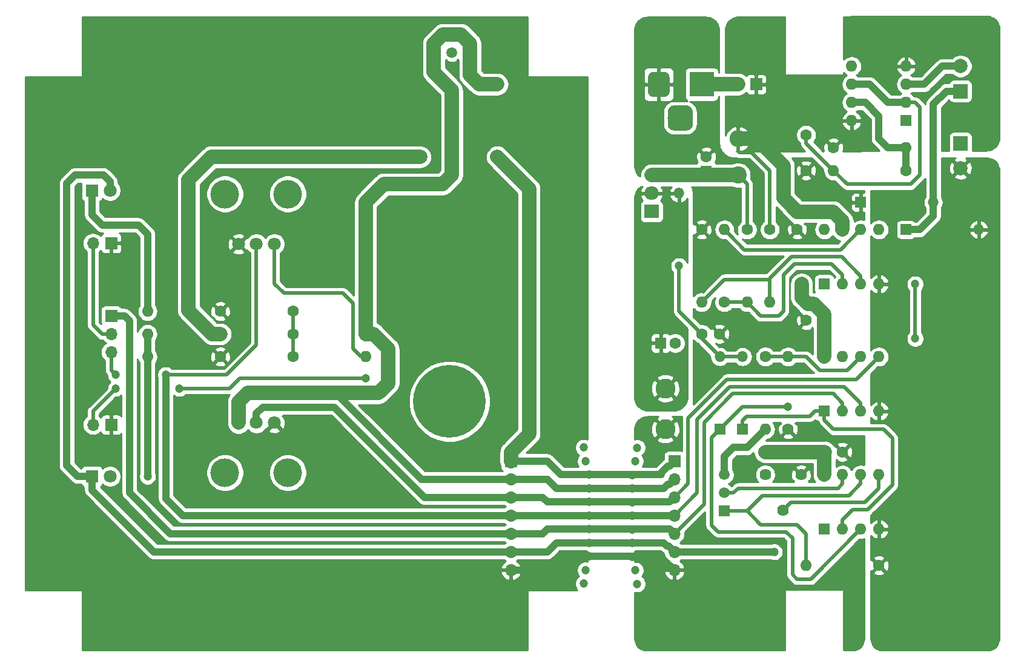
<source format=gbr>
G04 #@! TF.GenerationSoftware,KiCad,Pcbnew,(5.0.0)*
G04 #@! TF.CreationDate,2019-09-26T21:17:23+02:00*
G04 #@! TF.ProjectId,LM317 PSU,4C4D333137205053552E6B696361645F,rev?*
G04 #@! TF.SameCoordinates,Original*
G04 #@! TF.FileFunction,Copper,L1,Top,Signal*
G04 #@! TF.FilePolarity,Positive*
%FSLAX46Y46*%
G04 Gerber Fmt 4.6, Leading zero omitted, Abs format (unit mm)*
G04 Created by KiCad (PCBNEW (5.0.0)) date 09/26/19 21:17:23*
%MOMM*%
%LPD*%
G01*
G04 APERTURE LIST*
G04 #@! TA.AperFunction,ComponentPad*
%ADD10C,10.160000*%
G04 #@! TD*
G04 #@! TA.AperFunction,ComponentPad*
%ADD11C,2.800000*%
G04 #@! TD*
G04 #@! TA.AperFunction,ComponentPad*
%ADD12O,1.500000X1.500000*%
G04 #@! TD*
G04 #@! TA.AperFunction,ComponentPad*
%ADD13R,1.500000X1.500000*%
G04 #@! TD*
G04 #@! TA.AperFunction,ComponentPad*
%ADD14O,1.600000X1.600000*%
G04 #@! TD*
G04 #@! TA.AperFunction,ComponentPad*
%ADD15R,1.600000X1.600000*%
G04 #@! TD*
G04 #@! TA.AperFunction,ComponentPad*
%ADD16O,1.700000X1.700000*%
G04 #@! TD*
G04 #@! TA.AperFunction,ComponentPad*
%ADD17R,1.700000X1.700000*%
G04 #@! TD*
G04 #@! TA.AperFunction,ComponentPad*
%ADD18C,1.600000*%
G04 #@! TD*
G04 #@! TA.AperFunction,ComponentPad*
%ADD19C,2.000000*%
G04 #@! TD*
G04 #@! TA.AperFunction,ComponentPad*
%ADD20R,2.000000X2.000000*%
G04 #@! TD*
G04 #@! TA.AperFunction,ComponentPad*
%ADD21C,1.500000*%
G04 #@! TD*
G04 #@! TA.AperFunction,ComponentPad*
%ADD22C,1.800000*%
G04 #@! TD*
G04 #@! TA.AperFunction,ComponentPad*
%ADD23R,1.800000X1.800000*%
G04 #@! TD*
G04 #@! TA.AperFunction,ComponentPad*
%ADD24R,3.500000X3.500000*%
G04 #@! TD*
G04 #@! TA.AperFunction,Conductor*
%ADD25C,0.100000*%
G04 #@! TD*
G04 #@! TA.AperFunction,ComponentPad*
%ADD26C,3.000000*%
G04 #@! TD*
G04 #@! TA.AperFunction,ComponentPad*
%ADD27C,3.500000*%
G04 #@! TD*
G04 #@! TA.AperFunction,ComponentPad*
%ADD28C,2.400000*%
G04 #@! TD*
G04 #@! TA.AperFunction,ComponentPad*
%ADD29O,2.400000X2.400000*%
G04 #@! TD*
G04 #@! TA.AperFunction,WasherPad*
%ADD30C,4.000000*%
G04 #@! TD*
G04 #@! TA.AperFunction,ComponentPad*
%ADD31C,1.620000*%
G04 #@! TD*
G04 #@! TA.AperFunction,ComponentPad*
%ADD32R,2.000000X1.905000*%
G04 #@! TD*
G04 #@! TA.AperFunction,ComponentPad*
%ADD33O,2.000000X1.905000*%
G04 #@! TD*
G04 #@! TA.AperFunction,ViaPad*
%ADD34C,1.200000*%
G04 #@! TD*
G04 #@! TA.AperFunction,ViaPad*
%ADD35C,2.000000*%
G04 #@! TD*
G04 #@! TA.AperFunction,Conductor*
%ADD36C,1.000000*%
G04 #@! TD*
G04 #@! TA.AperFunction,Conductor*
%ADD37C,0.500000*%
G04 #@! TD*
G04 #@! TA.AperFunction,Conductor*
%ADD38C,2.000000*%
G04 #@! TD*
G04 #@! TA.AperFunction,Conductor*
%ADD39C,0.254000*%
G04 #@! TD*
G04 APERTURE END LIST*
D10*
G04 #@! TO.P,J2,1*
G04 #@! TO.N,GNDA*
X120000000Y-55500000D03*
G04 #@! TD*
G04 #@! TO.P,J1,1*
G04 #@! TO.N,OUTPUT*
X120000000Y-74500000D03*
G04 #@! TD*
D11*
G04 #@! TO.P,J7,1*
G04 #@! TO.N,GNDA*
X150175000Y-78420000D03*
G04 #@! TD*
D12*
G04 #@! TO.P,D7,2*
G04 #@! TO.N,OUTPUT*
X152080000Y-45400000D03*
D13*
G04 #@! TO.P,D7,1*
G04 #@! TO.N,/REG_INP*
X152080000Y-42860000D03*
G04 #@! TD*
D11*
G04 #@! TO.P,OUT +,1*
G04 #@! TO.N,OUTPUT*
X150175000Y-72705000D03*
G04 #@! TD*
D14*
G04 #@! TO.P,U5,8*
G04 #@! TO.N,12V_F*
X172400000Y-68260000D03*
G04 #@! TO.P,U5,4*
G04 #@! TO.N,V-*
X180020000Y-75880000D03*
G04 #@! TO.P,U5,7*
G04 #@! TO.N,/V_cmp*
X174940000Y-68260000D03*
G04 #@! TO.P,U5,3*
G04 #@! TO.N,I_SET*
X177480000Y-75880000D03*
G04 #@! TO.P,U5,6*
G04 #@! TO.N,Net-(R15-Pad1)*
X177480000Y-68260000D03*
G04 #@! TO.P,U5,2*
G04 #@! TO.N,I_FB*
X174940000Y-75880000D03*
G04 #@! TO.P,U5,5*
G04 #@! TO.N,V_SET*
X180020000Y-68260000D03*
D15*
G04 #@! TO.P,U5,1*
G04 #@! TO.N,/I_cmp*
X172400000Y-75880000D03*
G04 #@! TD*
D16*
G04 #@! TO.P,J5,7*
G04 #@! TO.N,GNDA*
X151445000Y-98105000D03*
G04 #@! TO.P,J5,6*
G04 #@! TO.N,LED*
X151445000Y-95565000D03*
G04 #@! TO.P,J5,5*
G04 #@! TO.N,I_FB*
X151445000Y-93025000D03*
G04 #@! TO.P,J5,4*
G04 #@! TO.N,I_SET*
X151445000Y-90485000D03*
G04 #@! TO.P,J5,3*
G04 #@! TO.N,V_SET*
X151445000Y-87945000D03*
G04 #@! TO.P,J5,2*
G04 #@! TO.N,2V5*
X151445000Y-85405000D03*
D17*
G04 #@! TO.P,J5,1*
G04 #@! TO.N,12V_F*
X151445000Y-82865000D03*
G04 #@! TD*
D16*
G04 #@! TO.P,J4,7*
G04 #@! TO.N,GNDA*
X128585000Y-98105000D03*
G04 #@! TO.P,J4,6*
G04 #@! TO.N,LED*
X128585000Y-95565000D03*
G04 #@! TO.P,J4,5*
G04 #@! TO.N,I_FB*
X128585000Y-93025000D03*
G04 #@! TO.P,J4,4*
G04 #@! TO.N,I_SET*
X128585000Y-90485000D03*
G04 #@! TO.P,J4,3*
G04 #@! TO.N,V_SET*
X128585000Y-87945000D03*
G04 #@! TO.P,J4,2*
G04 #@! TO.N,2V5*
X128585000Y-85405000D03*
D17*
G04 #@! TO.P,J4,1*
G04 #@! TO.N,12V_F*
X128585000Y-82865000D03*
G04 #@! TD*
D18*
G04 #@! TO.P,C1,1*
G04 #@! TO.N,GNDA*
X169860000Y-42225000D03*
G04 #@! TO.P,C1,2*
G04 #@! TO.N,Net-(C1-Pad2)*
X169860000Y-37225000D03*
G04 #@! TD*
D19*
G04 #@! TO.P,C2,2*
G04 #@! TO.N,Net-(C2-Pad2)*
X191450000Y-27620000D03*
D20*
G04 #@! TO.P,C2,1*
G04 #@! TO.N,Net-(C2-Pad1)*
X191450000Y-31120000D03*
G04 #@! TD*
G04 #@! TO.P,C3,1*
G04 #@! TO.N,GNDA*
X191450000Y-38415000D03*
D19*
G04 #@! TO.P,C3,2*
G04 #@! TO.N,V-*
X191450000Y-41915000D03*
G04 #@! TD*
D18*
G04 #@! TO.P,C4,2*
G04 #@! TO.N,12V_F*
X168590000Y-47980000D03*
G04 #@! TO.P,C4,1*
G04 #@! TO.N,GNDA*
X168590000Y-50480000D03*
G04 #@! TD*
D15*
G04 #@! TO.P,C5,1*
G04 #@! TO.N,/REG_INP*
X155890000Y-42320000D03*
D18*
G04 #@! TO.P,C5,2*
G04 #@! TO.N,GNDA*
X155890000Y-40320000D03*
G04 #@! TD*
G04 #@! TO.P,C6,1*
G04 #@! TO.N,/V_ADJ*
X155255000Y-65085000D03*
G04 #@! TO.P,C6,2*
G04 #@! TO.N,GNDA*
X157755000Y-65085000D03*
G04 #@! TD*
G04 #@! TO.P,C7,2*
G04 #@! TO.N,GNDA*
X151540000Y-66355000D03*
D15*
G04 #@! TO.P,C7,1*
G04 #@! TO.N,OUTPUT*
X149540000Y-66355000D03*
G04 #@! TD*
D18*
G04 #@! TO.P,C8,1*
G04 #@! TO.N,GNDA*
X174940000Y-81595000D03*
G04 #@! TO.P,C8,2*
G04 #@! TO.N,12V_F*
X172440000Y-81595000D03*
G04 #@! TD*
G04 #@! TO.P,C9,2*
G04 #@! TO.N,12V_F*
X172360000Y-63180000D03*
G04 #@! TO.P,C9,1*
G04 #@! TO.N,GNDA*
X169860000Y-63180000D03*
G04 #@! TD*
D21*
G04 #@! TO.P,D1,2*
G04 #@! TO.N,GNDA*
X120330000Y-25715000D03*
G04 #@! TO.P,D1,3*
G04 #@! TO.N,2V5*
X122870000Y-25715000D03*
D13*
G04 #@! TO.P,D1,1*
X117790000Y-25715000D03*
G04 #@! TD*
G04 #@! TO.P,D2,1*
G04 #@! TO.N,Net-(C2-Pad1)*
X183830000Y-50480000D03*
D12*
G04 #@! TO.P,D2,2*
G04 #@! TO.N,V-*
X193990000Y-50480000D03*
G04 #@! TD*
G04 #@! TO.P,D3,2*
G04 #@! TO.N,Net-(C2-Pad1)*
X187640000Y-46670000D03*
D13*
G04 #@! TO.P,D3,1*
G04 #@! TO.N,GNDA*
X177480000Y-46670000D03*
G04 #@! TD*
D22*
G04 #@! TO.P,D4,2*
G04 #@! TO.N,Net-(D4-Pad2)*
X72540000Y-85000000D03*
D23*
G04 #@! TO.P,D4,1*
G04 #@! TO.N,LED*
X70000000Y-85000000D03*
G04 #@! TD*
G04 #@! TO.P,D5,1*
G04 #@! TO.N,Net-(D5-Pad1)*
X70000000Y-45000000D03*
D22*
G04 #@! TO.P,D5,2*
G04 #@! TO.N,LED*
X72540000Y-45000000D03*
G04 #@! TD*
D13*
G04 #@! TO.P,D6,1*
G04 #@! TO.N,/I_cmp*
X160970000Y-78420000D03*
D12*
G04 #@! TO.P,D6,2*
G04 #@! TO.N,/V_ADJ*
X160970000Y-68260000D03*
G04 #@! TD*
D13*
G04 #@! TO.P,D8,1*
G04 #@! TO.N,/V_cmp*
X157795000Y-78420000D03*
D12*
G04 #@! TO.P,D8,2*
G04 #@! TO.N,/V_ADJ*
X157795000Y-68260000D03*
G04 #@! TD*
D17*
G04 #@! TO.P,F1,1*
G04 #@! TO.N,12V_F*
X162875000Y-30160000D03*
D16*
G04 #@! TO.P,F1,2*
G04 #@! TO.N,+12V*
X160335000Y-30160000D03*
G04 #@! TD*
D24*
G04 #@! TO.P,J3,1*
G04 #@! TO.N,+12V*
X155255000Y-30160000D03*
D25*
G04 #@! TD*
G04 #@! TO.N,GNDA*
G04 #@! TO.C,J3*
G36*
X150078513Y-28413611D02*
X150151318Y-28424411D01*
X150222714Y-28442295D01*
X150292013Y-28467090D01*
X150358548Y-28498559D01*
X150421678Y-28536398D01*
X150480795Y-28580242D01*
X150535330Y-28629670D01*
X150584758Y-28684205D01*
X150628602Y-28743322D01*
X150666441Y-28806452D01*
X150697910Y-28872987D01*
X150722705Y-28942286D01*
X150740589Y-29013682D01*
X150751389Y-29086487D01*
X150755000Y-29160000D01*
X150755000Y-31160000D01*
X150751389Y-31233513D01*
X150740589Y-31306318D01*
X150722705Y-31377714D01*
X150697910Y-31447013D01*
X150666441Y-31513548D01*
X150628602Y-31576678D01*
X150584758Y-31635795D01*
X150535330Y-31690330D01*
X150480795Y-31739758D01*
X150421678Y-31783602D01*
X150358548Y-31821441D01*
X150292013Y-31852910D01*
X150222714Y-31877705D01*
X150151318Y-31895589D01*
X150078513Y-31906389D01*
X150005000Y-31910000D01*
X148505000Y-31910000D01*
X148431487Y-31906389D01*
X148358682Y-31895589D01*
X148287286Y-31877705D01*
X148217987Y-31852910D01*
X148151452Y-31821441D01*
X148088322Y-31783602D01*
X148029205Y-31739758D01*
X147974670Y-31690330D01*
X147925242Y-31635795D01*
X147881398Y-31576678D01*
X147843559Y-31513548D01*
X147812090Y-31447013D01*
X147787295Y-31377714D01*
X147769411Y-31306318D01*
X147758611Y-31233513D01*
X147755000Y-31160000D01*
X147755000Y-29160000D01*
X147758611Y-29086487D01*
X147769411Y-29013682D01*
X147787295Y-28942286D01*
X147812090Y-28872987D01*
X147843559Y-28806452D01*
X147881398Y-28743322D01*
X147925242Y-28684205D01*
X147974670Y-28629670D01*
X148029205Y-28580242D01*
X148088322Y-28536398D01*
X148151452Y-28498559D01*
X148217987Y-28467090D01*
X148287286Y-28442295D01*
X148358682Y-28424411D01*
X148431487Y-28413611D01*
X148505000Y-28410000D01*
X150005000Y-28410000D01*
X150078513Y-28413611D01*
X150078513Y-28413611D01*
G37*
D26*
G04 #@! TO.P,J3,2*
G04 #@! TO.N,GNDA*
X149255000Y-30160000D03*
D25*
G04 #@! TD*
G04 #@! TO.N,N/C*
G04 #@! TO.C,J3*
G36*
X153215765Y-33114213D02*
X153300704Y-33126813D01*
X153383999Y-33147677D01*
X153464848Y-33176605D01*
X153542472Y-33213319D01*
X153616124Y-33257464D01*
X153685094Y-33308616D01*
X153748718Y-33366282D01*
X153806384Y-33429906D01*
X153857536Y-33498876D01*
X153901681Y-33572528D01*
X153938395Y-33650152D01*
X153967323Y-33731001D01*
X153988187Y-33814296D01*
X154000787Y-33899235D01*
X154005000Y-33985000D01*
X154005000Y-35735000D01*
X154000787Y-35820765D01*
X153988187Y-35905704D01*
X153967323Y-35988999D01*
X153938395Y-36069848D01*
X153901681Y-36147472D01*
X153857536Y-36221124D01*
X153806384Y-36290094D01*
X153748718Y-36353718D01*
X153685094Y-36411384D01*
X153616124Y-36462536D01*
X153542472Y-36506681D01*
X153464848Y-36543395D01*
X153383999Y-36572323D01*
X153300704Y-36593187D01*
X153215765Y-36605787D01*
X153130000Y-36610000D01*
X151380000Y-36610000D01*
X151294235Y-36605787D01*
X151209296Y-36593187D01*
X151126001Y-36572323D01*
X151045152Y-36543395D01*
X150967528Y-36506681D01*
X150893876Y-36462536D01*
X150824906Y-36411384D01*
X150761282Y-36353718D01*
X150703616Y-36290094D01*
X150652464Y-36221124D01*
X150608319Y-36147472D01*
X150571605Y-36069848D01*
X150542677Y-35988999D01*
X150521813Y-35905704D01*
X150509213Y-35820765D01*
X150505000Y-35735000D01*
X150505000Y-33985000D01*
X150509213Y-33899235D01*
X150521813Y-33814296D01*
X150542677Y-33731001D01*
X150571605Y-33650152D01*
X150608319Y-33572528D01*
X150652464Y-33498876D01*
X150703616Y-33429906D01*
X150761282Y-33366282D01*
X150824906Y-33308616D01*
X150893876Y-33257464D01*
X150967528Y-33213319D01*
X151045152Y-33176605D01*
X151126001Y-33147677D01*
X151209296Y-33126813D01*
X151294235Y-33114213D01*
X151380000Y-33110000D01*
X153130000Y-33110000D01*
X153215765Y-33114213D01*
X153215765Y-33114213D01*
G37*
D27*
G04 #@! TO.P,J3,3*
G04 #@! TO.N,N/C*
X152255000Y-34860000D03*
G04 #@! TD*
D16*
G04 #@! TO.P,MES1,2*
G04 #@! TO.N,Net-(MES1-Pad2)*
X70165000Y-52385000D03*
D17*
G04 #@! TO.P,MES1,1*
G04 #@! TO.N,GNDA*
X72705000Y-52385000D03*
G04 #@! TD*
G04 #@! TO.P,MES2,1*
G04 #@! TO.N,GNDA*
X72705000Y-77785000D03*
D16*
G04 #@! TO.P,MES2,2*
G04 #@! TO.N,OUTPUT*
X70165000Y-77785000D03*
G04 #@! TD*
D13*
G04 #@! TO.P,Q1,1*
G04 #@! TO.N,/I_sink_sense*
X158430000Y-89850000D03*
D21*
G04 #@! TO.P,Q1,3*
G04 #@! TO.N,OUTPUT*
X158430000Y-84770000D03*
G04 #@! TO.P,Q1,2*
G04 #@! TO.N,Net-(Q1-Pad2)*
X158430000Y-87310000D03*
G04 #@! TD*
D14*
G04 #@! TO.P,R1,2*
G04 #@! TO.N,12V_F*
X126680000Y-40320000D03*
D18*
G04 #@! TO.P,R1,1*
G04 #@! TO.N,2V5*
X126680000Y-30160000D03*
G04 #@! TD*
D14*
G04 #@! TO.P,R2,2*
G04 #@! TO.N,/Hi_side_sense*
X164780000Y-60640000D03*
D18*
G04 #@! TO.P,R2,1*
G04 #@! TO.N,12V_F*
X164780000Y-50480000D03*
G04 #@! TD*
G04 #@! TO.P,R3,1*
G04 #@! TO.N,12V_F*
X173670000Y-39050000D03*
D14*
G04 #@! TO.P,R3,2*
G04 #@! TO.N,Net-(R3-Pad2)*
X183830000Y-39050000D03*
G04 #@! TD*
G04 #@! TO.P,R4,2*
G04 #@! TO.N,Net-(C1-Pad2)*
X173670000Y-42225000D03*
D18*
G04 #@! TO.P,R4,1*
G04 #@! TO.N,Net-(R3-Pad2)*
X183830000Y-42225000D03*
G04 #@! TD*
D28*
G04 #@! TO.P,R5,1*
G04 #@! TO.N,/REG_INP*
X160335000Y-42860000D03*
D29*
G04 #@! TO.P,R5,2*
G04 #@! TO.N,12V_F*
X160335000Y-37780000D03*
G04 #@! TD*
D18*
G04 #@! TO.P,R6,1*
G04 #@! TO.N,/REG_INP*
X161605000Y-50480000D03*
D14*
G04 #@! TO.P,R6,2*
G04 #@! TO.N,/Lo_side_sense*
X161605000Y-60640000D03*
G04 #@! TD*
G04 #@! TO.P,R7,2*
G04 #@! TO.N,/Hi_side_sense*
X155255000Y-60640000D03*
D18*
G04 #@! TO.P,R7,1*
G04 #@! TO.N,GNDA*
X155255000Y-50480000D03*
G04 #@! TD*
G04 #@! TO.P,R8,1*
G04 #@! TO.N,/Lo_side_sense*
X158430000Y-60640000D03*
D14*
G04 #@! TO.P,R8,2*
G04 #@! TO.N,I_FB*
X158430000Y-50480000D03*
G04 #@! TD*
D18*
G04 #@! TO.P,R9,1*
G04 #@! TO.N,Net-(R10-Pad1)*
X98105000Y-61910000D03*
D14*
G04 #@! TO.P,R9,2*
G04 #@! TO.N,2V5*
X108265000Y-61910000D03*
G04 #@! TD*
G04 #@! TO.P,R10,2*
G04 #@! TO.N,2V5*
X108265000Y-65085000D03*
D18*
G04 #@! TO.P,R10,1*
G04 #@! TO.N,Net-(R10-Pad1)*
X98105000Y-65085000D03*
G04 #@! TD*
G04 #@! TO.P,R11,1*
G04 #@! TO.N,Net-(R10-Pad1)*
X98105000Y-68260000D03*
D14*
G04 #@! TO.P,R11,2*
G04 #@! TO.N,Net-(R11-Pad2)*
X108265000Y-68260000D03*
G04 #@! TD*
G04 #@! TO.P,R12,2*
G04 #@! TO.N,Net-(D5-Pad1)*
X77785000Y-61910000D03*
D18*
G04 #@! TO.P,R12,1*
G04 #@! TO.N,GNDA*
X87945000Y-61910000D03*
G04 #@! TD*
G04 #@! TO.P,R13,1*
G04 #@! TO.N,12V_F*
X87945000Y-65085000D03*
D14*
G04 #@! TO.P,R13,2*
G04 #@! TO.N,Net-(D4-Pad2)*
X77785000Y-65085000D03*
G04 #@! TD*
D18*
G04 #@! TO.P,R14,1*
G04 #@! TO.N,GNDA*
X87945000Y-68260000D03*
D14*
G04 #@! TO.P,R14,2*
G04 #@! TO.N,Net-(D4-Pad2)*
X77785000Y-68260000D03*
G04 #@! TD*
D18*
G04 #@! TO.P,R15,1*
G04 #@! TO.N,Net-(R15-Pad1)*
X164145000Y-68260000D03*
D14*
G04 #@! TO.P,R15,2*
G04 #@! TO.N,OUTPUT*
X164145000Y-78420000D03*
G04 #@! TD*
G04 #@! TO.P,R16,2*
G04 #@! TO.N,Net-(R15-Pad1)*
X167320000Y-68260000D03*
D18*
G04 #@! TO.P,R16,1*
G04 #@! TO.N,GNDA*
X167320000Y-78420000D03*
G04 #@! TD*
D14*
G04 #@! TO.P,R17,2*
G04 #@! TO.N,/I_sink_sense*
X169860000Y-97470000D03*
D18*
G04 #@! TO.P,R17,1*
G04 #@! TO.N,V-*
X180020000Y-97470000D03*
G04 #@! TD*
D30*
G04 #@! TO.P,RV1,*
G04 #@! TO.N,*
X97400000Y-45500000D03*
X88600000Y-45500000D03*
D22*
G04 #@! TO.P,RV1,1*
G04 #@! TO.N,Net-(R11-Pad2)*
X95500000Y-52500000D03*
G04 #@! TO.P,RV1,2*
G04 #@! TO.N,I_SET*
X93000000Y-52500000D03*
G04 #@! TO.P,RV1,3*
G04 #@! TO.N,GNDA*
X90500000Y-52500000D03*
G04 #@! TD*
G04 #@! TO.P,RV2,3*
G04 #@! TO.N,GNDA*
X95500000Y-77500000D03*
G04 #@! TO.P,RV2,2*
G04 #@! TO.N,V_SET*
X93000000Y-77500000D03*
G04 #@! TO.P,RV2,1*
G04 #@! TO.N,2V5*
X90500000Y-77500000D03*
D30*
G04 #@! TO.P,RV2,*
G04 #@! TO.N,*
X97400000Y-84500000D03*
X88600000Y-84500000D03*
G04 #@! TD*
D31*
G04 #@! TO.P,RV3,3*
G04 #@! TO.N,GNDA*
X169145000Y-84770000D03*
G04 #@! TO.P,RV3,2*
G04 #@! TO.N,Net-(RV3-Pad2)*
X166645000Y-89770000D03*
G04 #@! TO.P,RV3,1*
G04 #@! TO.N,2V5*
X164145000Y-84770000D03*
G04 #@! TD*
D17*
G04 #@! TO.P,SW1,1*
G04 #@! TO.N,I_FB*
X72705000Y-62545000D03*
D16*
G04 #@! TO.P,SW1,2*
G04 #@! TO.N,Net-(MES1-Pad2)*
X72705000Y-65085000D03*
G04 #@! TO.P,SW1,3*
G04 #@! TO.N,I_SET*
X72705000Y-67625000D03*
G04 #@! TD*
D14*
G04 #@! TO.P,U1,8*
G04 #@! TO.N,12V_F*
X176210000Y-35240000D03*
G04 #@! TO.P,U1,4*
X183830000Y-27620000D03*
G04 #@! TO.P,U1,7*
G04 #@! TO.N,Net-(R3-Pad2)*
X176210000Y-32700000D03*
G04 #@! TO.P,U1,3*
G04 #@! TO.N,Net-(C2-Pad2)*
X183830000Y-30160000D03*
G04 #@! TO.P,U1,6*
G04 #@! TO.N,Net-(C1-Pad2)*
X176210000Y-30160000D03*
G04 #@! TO.P,U1,2*
X183830000Y-32700000D03*
G04 #@! TO.P,U1,5*
G04 #@! TO.N,Net-(U1-Pad5)*
X176210000Y-27620000D03*
D15*
G04 #@! TO.P,U1,1*
G04 #@! TO.N,GNDA*
X183830000Y-35240000D03*
G04 #@! TD*
D14*
G04 #@! TO.P,U2,8*
G04 #@! TO.N,Net-(U2-Pad8)*
X172400000Y-50480000D03*
G04 #@! TO.P,U2,4*
G04 #@! TO.N,V-*
X180020000Y-58100000D03*
G04 #@! TO.P,U2,7*
G04 #@! TO.N,12V_F*
X174940000Y-50480000D03*
G04 #@! TO.P,U2,3*
G04 #@! TO.N,/Hi_side_sense*
X177480000Y-58100000D03*
G04 #@! TO.P,U2,6*
G04 #@! TO.N,I_FB*
X177480000Y-50480000D03*
G04 #@! TO.P,U2,2*
G04 #@! TO.N,/Lo_side_sense*
X174940000Y-58100000D03*
G04 #@! TO.P,U2,5*
G04 #@! TO.N,Net-(U2-Pad5)*
X180020000Y-50480000D03*
D15*
G04 #@! TO.P,U2,1*
G04 #@! TO.N,Net-(U2-Pad1)*
X172400000Y-58100000D03*
G04 #@! TD*
G04 #@! TO.P,U3,1*
G04 #@! TO.N,LED*
X172400000Y-92390000D03*
D14*
G04 #@! TO.P,U3,5*
G04 #@! TO.N,Net-(RV3-Pad2)*
X180020000Y-84770000D03*
G04 #@! TO.P,U3,2*
G04 #@! TO.N,/I_cmp*
X174940000Y-92390000D03*
G04 #@! TO.P,U3,6*
G04 #@! TO.N,/I_sink_sense*
X177480000Y-84770000D03*
G04 #@! TO.P,U3,3*
G04 #@! TO.N,/V_cmp*
X177480000Y-92390000D03*
G04 #@! TO.P,U3,7*
G04 #@! TO.N,Net-(Q1-Pad2)*
X174940000Y-84770000D03*
G04 #@! TO.P,U3,4*
G04 #@! TO.N,V-*
X180020000Y-92390000D03*
G04 #@! TO.P,U3,8*
G04 #@! TO.N,12V_F*
X172400000Y-84770000D03*
G04 #@! TD*
D32*
G04 #@! TO.P,U4,1*
G04 #@! TO.N,/V_ADJ*
X148270000Y-47940000D03*
D33*
G04 #@! TO.P,U4,2*
G04 #@! TO.N,OUTPUT*
X148270000Y-45400000D03*
G04 #@! TO.P,U4,3*
G04 #@! TO.N,/REG_INP*
X148270000Y-42860000D03*
G04 #@! TD*
D34*
G04 #@! TO.N,*
X139000000Y-98105000D03*
X138745000Y-100010000D03*
X139000000Y-82865000D03*
X138745000Y-80960000D03*
X146000000Y-98135000D03*
X146255000Y-100040000D03*
X146255000Y-80990000D03*
X146000000Y-82895000D03*
G04 #@! TO.N,GNDA*
X139500000Y-96200000D03*
X145500000Y-96230000D03*
G04 #@! TO.N,/V_ADJ*
X152080000Y-55560000D03*
G04 #@! TO.N,OUTPUT*
X108265000Y-71239990D03*
X73339995Y-72705000D03*
X82230000Y-72705000D03*
G04 #@! TO.N,2V5*
X139500000Y-86675000D03*
X145500000Y-86705000D03*
G04 #@! TO.N,LED*
X145500000Y-94325000D03*
X165415000Y-95565000D03*
X139500000Y-94295000D03*
G04 #@! TO.N,Net-(D4-Pad2)*
X77785000Y-85000006D03*
G04 #@! TO.N,I_FB*
X185099998Y-58100000D03*
X185100000Y-65720000D03*
X139500000Y-92390000D03*
X145500000Y-92420000D03*
G04 #@! TO.N,I_SET*
X80325000Y-70800000D03*
X73340000Y-70800006D03*
X139500000Y-90485000D03*
X145500000Y-90515000D03*
G04 #@! TO.N,V_SET*
X145500000Y-88610000D03*
X139500000Y-88580000D03*
G04 #@! TO.N,/V_cmp*
X167320000Y-75245008D03*
G04 #@! TO.N,12V_F*
X145500000Y-84800000D03*
D35*
X169225000Y-58100000D03*
D34*
X139500000Y-84770000D03*
D35*
X115885000Y-40320000D03*
X164145000Y-81595000D03*
G04 #@! TD*
D36*
G04 #@! TO.N,GNDA*
X150755001Y-97415001D02*
X151445000Y-98105000D01*
X150556999Y-97415001D02*
X150755001Y-97415001D01*
X128585000Y-98105000D02*
X133665000Y-98105000D01*
X135570000Y-96200000D02*
X138745000Y-96200000D01*
X149540000Y-96200000D02*
X149594999Y-96254999D01*
X133665000Y-98105000D02*
X135570000Y-96200000D01*
X149594999Y-96254999D02*
X149594999Y-96453001D01*
X149594999Y-96453001D02*
X150556999Y-97415001D01*
X138745000Y-96200000D02*
X149540000Y-96200000D01*
G04 #@! TO.N,Net-(C1-Pad2)*
X178750000Y-30160000D02*
X176210000Y-30160000D01*
X183830000Y-32700000D02*
X181290000Y-32700000D01*
X181290000Y-32700000D02*
X178750000Y-30160000D01*
D37*
X169860000Y-38415000D02*
X169860000Y-37225000D01*
X173670000Y-42225000D02*
X169860000Y-38415000D01*
X185100000Y-32700000D02*
X183830000Y-32700000D01*
X185735000Y-33335000D02*
X185100000Y-32700000D01*
X185735000Y-42860000D02*
X185735000Y-33335000D01*
X184465000Y-44130000D02*
X185735000Y-42860000D01*
X173670000Y-42225000D02*
X175575000Y-44130000D01*
X175575000Y-44130000D02*
X184465000Y-44130000D01*
D36*
G04 #@! TO.N,Net-(C2-Pad1)*
X183830000Y-50480000D02*
X185735000Y-50480000D01*
X187640000Y-48575000D02*
X187640000Y-46670000D01*
X185735000Y-50480000D02*
X187640000Y-48575000D01*
X187640000Y-33584990D02*
X187640000Y-46670000D01*
X187640000Y-32930000D02*
X187640000Y-33584990D01*
X191450000Y-31120000D02*
X189450000Y-31120000D01*
X189450000Y-31120000D02*
X187640000Y-32930000D01*
G04 #@! TO.N,Net-(C2-Pad2)*
X188910000Y-27620000D02*
X191450000Y-27620000D01*
X183830000Y-30160000D02*
X186370000Y-30160000D01*
X186370000Y-30160000D02*
X188910000Y-27620000D01*
D38*
G04 #@! TO.N,+12V*
X155255000Y-30160000D02*
X160335000Y-30160000D01*
G04 #@! TO.N,/REG_INP*
X160335000Y-42860000D02*
X148270000Y-42860000D01*
D37*
X161605000Y-49210000D02*
X161605000Y-50480000D01*
X160335000Y-42860000D02*
X161605000Y-44130000D01*
X161605000Y-44130000D02*
X161605000Y-49210000D01*
G04 #@! TO.N,/V_ADJ*
X152080000Y-56408528D02*
X152080000Y-55560000D01*
X152080000Y-61910000D02*
X152080000Y-56408528D01*
X155255000Y-65085000D02*
X152080000Y-61910000D01*
X155255000Y-65085000D02*
X155255000Y-65720000D01*
X155255000Y-65720000D02*
X157795000Y-68260000D01*
X157795000Y-68260000D02*
X160970000Y-68260000D01*
G04 #@! TO.N,OUTPUT*
X72739996Y-73304999D02*
X73339995Y-72705000D01*
X70165000Y-75879995D02*
X72739996Y-73304999D01*
X70165000Y-77785000D02*
X70165000Y-75879995D01*
X108265000Y-71239990D02*
X90680010Y-71239990D01*
X90680010Y-71239990D02*
X89215000Y-72705000D01*
X89215000Y-72705000D02*
X83078528Y-72705000D01*
X83078528Y-72705000D02*
X82230000Y-72705000D01*
D36*
X158430000Y-82230000D02*
X158430000Y-84770000D01*
X159700000Y-80960000D02*
X158430000Y-82230000D01*
X164145000Y-78420000D02*
X161605000Y-80960000D01*
X161605000Y-80960000D02*
X159700000Y-80960000D01*
D38*
G04 #@! TO.N,2V5*
X108265000Y-65085000D02*
X108265000Y-61910000D01*
X109396370Y-65085000D02*
X108265000Y-65085000D01*
X90500000Y-74595000D02*
X91755000Y-73340000D01*
X110103004Y-73340000D02*
X111440000Y-72003004D01*
X111440000Y-72003004D02*
X111440000Y-67128630D01*
X90500000Y-77500000D02*
X90500000Y-74595000D01*
X111440000Y-67128630D02*
X109396370Y-65085000D01*
X103820000Y-73340000D02*
X110103004Y-73340000D01*
X91755000Y-73340000D02*
X103820000Y-73340000D01*
D36*
X116101334Y-85405000D02*
X128585000Y-85405000D01*
X104536335Y-73840001D02*
X116101334Y-85405000D01*
X103820000Y-73340000D02*
X104320000Y-73840000D01*
X104320000Y-73840000D02*
X104536335Y-73840001D01*
X150755001Y-86094999D02*
X151445000Y-85405000D01*
X150556999Y-86094999D02*
X150755001Y-86094999D01*
X149976998Y-86675000D02*
X150556999Y-86094999D01*
X134935000Y-86675000D02*
X138745000Y-86675000D01*
X128585000Y-85405000D02*
X133665000Y-85405000D01*
X133665000Y-85405000D02*
X134935000Y-86675000D01*
X138745000Y-86675000D02*
X149976998Y-86675000D01*
D38*
X117790000Y-25715000D02*
X117790000Y-24445000D01*
X117790000Y-24445000D02*
X119060000Y-23175000D01*
X119060000Y-23175000D02*
X121600000Y-23175000D01*
X121600000Y-23175000D02*
X122870000Y-24445000D01*
X122870000Y-24445000D02*
X122870000Y-25715000D01*
X124140000Y-30160000D02*
X126680000Y-30160000D01*
X122870000Y-25715000D02*
X122870000Y-28890000D01*
X122870000Y-28890000D02*
X124140000Y-30160000D01*
X108265000Y-46670000D02*
X108265000Y-61910000D01*
X117790000Y-28465000D02*
X120330000Y-31005000D01*
X117790000Y-25715000D02*
X117790000Y-28465000D01*
X120330000Y-31005000D02*
X120330000Y-42860000D01*
X120330000Y-42860000D02*
X119060000Y-44130000D01*
X119060000Y-44130000D02*
X110805000Y-44130000D01*
X110805000Y-44130000D02*
X108265000Y-46670000D01*
D36*
G04 #@! TO.N,LED*
X122909978Y-95565000D02*
X128585000Y-95565000D01*
X78665000Y-95565000D02*
X122909978Y-95565000D01*
X70000000Y-85000000D02*
X70000000Y-86900000D01*
X70000000Y-86900000D02*
X78665000Y-95565000D01*
X165415000Y-95565000D02*
X151445000Y-95565000D01*
X150595001Y-94715001D02*
X151445000Y-95565000D01*
X150396999Y-94715001D02*
X150595001Y-94715001D01*
X149976998Y-94295000D02*
X150396999Y-94715001D01*
X134921324Y-94295000D02*
X138745000Y-94295000D01*
X128585000Y-95565000D02*
X133651324Y-95565000D01*
X133651324Y-95565000D02*
X134921324Y-94295000D01*
X138745000Y-94295000D02*
X149976998Y-94295000D01*
X72540000Y-43800000D02*
X72540000Y-45000000D01*
X66500000Y-83500000D02*
X66500000Y-44000000D01*
X66500000Y-44000000D02*
X67640000Y-42860000D01*
X70000000Y-85000000D02*
X68000000Y-85000000D01*
X67640000Y-42860000D02*
X71600000Y-42860000D01*
X68000000Y-85000000D02*
X66500000Y-83500000D01*
X71600000Y-42860000D02*
X72540000Y-43800000D01*
G04 #@! TO.N,Net-(D4-Pad2)*
X77785000Y-65085000D02*
X77785000Y-68260000D01*
X77785000Y-68260000D02*
X77785000Y-83500000D01*
X77785000Y-83500000D02*
X77785000Y-85000006D01*
G04 #@! TO.N,Net-(D5-Pad1)*
X70000000Y-48410000D02*
X70000000Y-45000000D01*
X71435000Y-49845000D02*
X70000000Y-48410000D01*
X76515000Y-49845000D02*
X71435000Y-49845000D01*
X77785000Y-61910000D02*
X77785000Y-51115000D01*
X77785000Y-51115000D02*
X76515000Y-49845000D01*
D37*
G04 #@! TO.N,Net-(MES1-Pad2)*
X70165000Y-63815000D02*
X71435000Y-65085000D01*
X70165000Y-52385000D02*
X70165000Y-63815000D01*
X71435000Y-65085000D02*
X71502919Y-65085000D01*
X71502919Y-65085000D02*
X72705000Y-65085000D01*
G04 #@! TO.N,Net-(Q1-Pad2)*
X174940000Y-86040000D02*
X174940000Y-84770000D01*
X160335000Y-86675000D02*
X174305000Y-86675000D01*
X174305000Y-86675000D02*
X174940000Y-86040000D01*
X160335000Y-86675000D02*
X159700000Y-87310000D01*
X159700000Y-87310000D02*
X158430000Y-87310000D01*
G04 #@! TO.N,/I_sink_sense*
X158430000Y-89850000D02*
X159065000Y-89850000D01*
X159065000Y-89850000D02*
X161605000Y-89850000D01*
X169860000Y-93025000D02*
X168590000Y-91755000D01*
X169860000Y-97470000D02*
X169860000Y-93025000D01*
X168590000Y-91755000D02*
X163510000Y-91755000D01*
X163510000Y-91755000D02*
X161605000Y-89850000D01*
X163779990Y-87675010D02*
X175844990Y-87675010D01*
X161605000Y-89850000D02*
X163779990Y-87675010D01*
X175844990Y-87675010D02*
X177480000Y-86040000D01*
X177480000Y-86040000D02*
X177480000Y-84770000D01*
G04 #@! TO.N,/Hi_side_sense*
X164780000Y-60640000D02*
X164780000Y-57465000D01*
X158430000Y-57465000D02*
X164780000Y-57465000D01*
X155255000Y-60640000D02*
X158430000Y-57465000D01*
X174801369Y-54289999D02*
X177480000Y-56968630D01*
X177480000Y-56968630D02*
X177480000Y-58100000D01*
X164780000Y-57320771D02*
X167810772Y-54289999D01*
X164780000Y-57465000D02*
X164780000Y-57320771D01*
X167810772Y-54289999D02*
X174801369Y-54289999D01*
D36*
G04 #@! TO.N,Net-(R3-Pad2)*
X181290000Y-39050000D02*
X183830000Y-39050000D01*
X180020000Y-37780000D02*
X181290000Y-39050000D01*
X180020000Y-34605000D02*
X180020000Y-37780000D01*
X176210000Y-32700000D02*
X178115000Y-32700000D01*
X178115000Y-32700000D02*
X180020000Y-34605000D01*
X183830000Y-39050000D02*
X183830000Y-42225000D01*
D37*
G04 #@! TO.N,/Lo_side_sense*
X158430000Y-60640000D02*
X161605000Y-60640000D01*
X174940000Y-56830000D02*
X174940000Y-58100000D01*
X163510000Y-62545000D02*
X166050000Y-62545000D01*
X161605000Y-60640000D02*
X163510000Y-62545000D01*
X166050000Y-62545000D02*
X166685000Y-61910000D01*
X173400010Y-55290010D02*
X174940000Y-56830000D01*
X166685000Y-61910000D02*
X166685000Y-56830000D01*
X166685000Y-56830000D02*
X168224990Y-55290010D01*
X168224990Y-55290010D02*
X173400010Y-55290010D01*
D36*
G04 #@! TO.N,I_FB*
X125410000Y-93025000D02*
X128585000Y-93025000D01*
X80960000Y-93025000D02*
X125410000Y-93025000D01*
X75245000Y-87310000D02*
X80960000Y-93025000D01*
X75245000Y-63235000D02*
X75245000Y-87310000D01*
X72705000Y-62545000D02*
X74555000Y-62545000D01*
X74555000Y-62545000D02*
X75245000Y-63235000D01*
D37*
X174670011Y-53289989D02*
X161239989Y-53289989D01*
X161239989Y-53289989D02*
X159229999Y-51279999D01*
X159229999Y-51279999D02*
X158430000Y-50480000D01*
X177480000Y-50480000D02*
X174670011Y-53289989D01*
X174940000Y-74748630D02*
X174940000Y-75880000D01*
X155620011Y-77419989D02*
X159604978Y-73435022D01*
X151445000Y-93025000D02*
X155620011Y-88849989D01*
X155620011Y-88849989D02*
X155620011Y-77419989D01*
X159604978Y-73435022D02*
X173626392Y-73435022D01*
X173626392Y-73435022D02*
X174940000Y-74748630D01*
X185099998Y-65719998D02*
X185100000Y-65720000D01*
X185099998Y-58100000D02*
X185099998Y-65719998D01*
D36*
X133030000Y-93025000D02*
X128585000Y-93025000D01*
X133665000Y-92390000D02*
X133030000Y-93025000D01*
X150810000Y-92390000D02*
X138745000Y-92390000D01*
X151445000Y-93025000D02*
X150810000Y-92390000D01*
X138745000Y-92390000D02*
X133665000Y-92390000D01*
D37*
G04 #@! TO.N,Net-(R10-Pad1)*
X98105000Y-61910000D02*
X98105000Y-68260000D01*
G04 #@! TO.N,Net-(R11-Pad2)*
X95500000Y-58035000D02*
X95500000Y-52500000D01*
X107630000Y-68260000D02*
X106514990Y-67144990D01*
X108265000Y-68260000D02*
X107630000Y-68260000D01*
X106514990Y-67144990D02*
X106514990Y-60794991D01*
X106514990Y-60794991D02*
X105090000Y-59370000D01*
X105090000Y-59370000D02*
X96835000Y-59370000D01*
X96835000Y-59370000D02*
X95500000Y-58035000D01*
G04 #@! TO.N,Net-(R15-Pad1)*
X176680001Y-69059999D02*
X177480000Y-68260000D01*
X175575000Y-70165000D02*
X176680001Y-69059999D01*
X171765000Y-70165000D02*
X175575000Y-70165000D01*
X164145000Y-68260000D02*
X169860000Y-68260000D01*
X169860000Y-68260000D02*
X171765000Y-70165000D01*
G04 #@! TO.N,I_SET*
X72740001Y-70200007D02*
X73340000Y-70800006D01*
X72705000Y-67625000D02*
X72705000Y-70165006D01*
X72705000Y-70165006D02*
X72740001Y-70200007D01*
X88825385Y-70800000D02*
X80325000Y-70800000D01*
X93000000Y-52500000D02*
X93000000Y-66625385D01*
X93000000Y-66625385D02*
X88825385Y-70800000D01*
D36*
X82710009Y-90485000D02*
X128585000Y-90485000D01*
X80325000Y-70800000D02*
X80325000Y-88099991D01*
X80325000Y-88099991D02*
X82710009Y-90485000D01*
X128585000Y-90485000D02*
X138745000Y-90485000D01*
D37*
X175166381Y-72435011D02*
X177480000Y-74748630D01*
X159190760Y-72435011D02*
X175166381Y-72435011D01*
X154620000Y-77005771D02*
X159190760Y-72435011D01*
X154620000Y-87310000D02*
X154620000Y-77005771D01*
X151445000Y-90485000D02*
X154620000Y-87310000D01*
X177480000Y-74748630D02*
X177480000Y-75880000D01*
D36*
X138745000Y-90485000D02*
X151445000Y-90485000D01*
G04 #@! TO.N,V_SET*
X116520000Y-87945000D02*
X128585000Y-87945000D01*
X103915010Y-75340010D02*
X116520000Y-87945000D01*
X93887198Y-75340010D02*
X103915010Y-75340010D01*
X93000000Y-77500000D02*
X93000000Y-76227208D01*
X93000000Y-76227208D02*
X93887198Y-75340010D01*
D37*
X179220001Y-69059999D02*
X180020000Y-68260000D01*
X176845000Y-71435000D02*
X179220001Y-69059999D01*
X158776542Y-71435000D02*
X176845000Y-71435000D01*
X153350000Y-76861542D02*
X158776542Y-71435000D01*
X151445000Y-87945000D02*
X153350000Y-86040000D01*
X153350000Y-86040000D02*
X153350000Y-76861542D01*
D36*
X133030000Y-87945000D02*
X128585000Y-87945000D01*
X133665000Y-88580000D02*
X133030000Y-87945000D01*
X151445000Y-87945000D02*
X150810000Y-88580000D01*
X150810000Y-88580000D02*
X138745000Y-88580000D01*
X138745000Y-88580000D02*
X133665000Y-88580000D01*
D37*
G04 #@! TO.N,Net-(RV3-Pad2)*
X180020000Y-86675000D02*
X180020000Y-84770000D01*
X178019980Y-88675020D02*
X180020000Y-86675000D01*
X166645000Y-89770000D02*
X167739980Y-88675020D01*
X167739980Y-88675020D02*
X178019980Y-88675020D01*
G04 #@! TO.N,/I_cmp*
X174940000Y-91120000D02*
X174940000Y-92390000D01*
X176384970Y-89675030D02*
X174940000Y-91120000D01*
X172400000Y-77150000D02*
X173670000Y-78420000D01*
X172400000Y-75880000D02*
X172400000Y-77150000D01*
X173670000Y-78420000D02*
X180655000Y-78420000D01*
X180655000Y-78420000D02*
X181925000Y-79690000D01*
X181925000Y-79690000D02*
X181925000Y-86184227D01*
X178434197Y-89675030D02*
X176384970Y-89675030D01*
X181925000Y-86184227D02*
X178434197Y-89675030D01*
X171100000Y-75880000D02*
X170384991Y-76595009D01*
X172400000Y-75880000D02*
X171100000Y-75880000D01*
X160970000Y-77170000D02*
X160970000Y-78420000D01*
X170384991Y-76595009D02*
X161544991Y-76595009D01*
X161544991Y-76595009D02*
X160970000Y-77170000D01*
G04 #@! TO.N,/V_cmp*
X167050010Y-92755010D02*
X157525010Y-92755010D01*
X170495000Y-99375000D02*
X168590000Y-99375000D01*
X167955000Y-93660000D02*
X167050010Y-92755010D01*
X167955000Y-98740000D02*
X167955000Y-93660000D01*
X168590000Y-99375000D02*
X167955000Y-98740000D01*
X177480000Y-92390000D02*
X170495000Y-99375000D01*
X157525010Y-92755010D02*
X156620022Y-91850022D01*
X156620022Y-91850022D02*
X156620022Y-79594980D01*
X156620022Y-79594980D02*
X160969994Y-75245008D01*
X160969994Y-75245008D02*
X166471472Y-75245008D01*
X166471472Y-75245008D02*
X167320000Y-75245008D01*
D38*
G04 #@! TO.N,12V_F*
X111440000Y-40320000D02*
X111440000Y-40320000D01*
D37*
X164780000Y-42225000D02*
X164780000Y-50480000D01*
X162240000Y-39685000D02*
X164780000Y-42225000D01*
X160542944Y-39685000D02*
X162240000Y-39685000D01*
X160335000Y-37780000D02*
X160335000Y-39477056D01*
X160335000Y-39477056D02*
X160542944Y-39685000D01*
D38*
X162875000Y-37780000D02*
X160335000Y-37780000D01*
X166685000Y-41590000D02*
X162875000Y-37780000D01*
X166685000Y-46035000D02*
X166685000Y-41590000D01*
X167790001Y-47140001D02*
X166685000Y-46035000D01*
X168590000Y-47980000D02*
X167790001Y-47180001D01*
X167790001Y-47180001D02*
X167790001Y-47140001D01*
X174940000Y-49290000D02*
X174940000Y-50480000D01*
X168590000Y-47980000D02*
X173630000Y-47980000D01*
X173630000Y-47980000D02*
X174940000Y-49290000D01*
X172400000Y-84770000D02*
X172400000Y-81635000D01*
X172400000Y-81635000D02*
X172440000Y-81595000D01*
X172440000Y-81595000D02*
X169225000Y-81595000D01*
D36*
X133665000Y-82865000D02*
X128585000Y-82865000D01*
X135570000Y-84770000D02*
X133665000Y-82865000D01*
X151445000Y-82865000D02*
X150755001Y-83554999D01*
X150755001Y-83554999D02*
X150556999Y-83554999D01*
X150556999Y-83554999D02*
X149594999Y-84516999D01*
X149594999Y-84516999D02*
X149594999Y-84715001D01*
X149594999Y-84715001D02*
X149540000Y-84770000D01*
X149540000Y-84770000D02*
X138745000Y-84770000D01*
X138745000Y-84770000D02*
X135570000Y-84770000D01*
D38*
X87945000Y-65085000D02*
X86813630Y-65085000D01*
X86813630Y-65085000D02*
X83500000Y-61771370D01*
X86675000Y-40320000D02*
X114470787Y-40320000D01*
X83500000Y-43495000D02*
X86675000Y-40320000D01*
X114470787Y-40320000D02*
X115885000Y-40320000D01*
X83500000Y-61771370D02*
X83500000Y-43495000D01*
X172400000Y-63180000D02*
X172400000Y-67625000D01*
X172400000Y-67625000D02*
X172400000Y-68260000D01*
X169225000Y-60005000D02*
X169225000Y-58100000D01*
X170099999Y-60879999D02*
X169225000Y-60005000D01*
X170964001Y-60879999D02*
X170099999Y-60879999D01*
X172360000Y-63180000D02*
X172360000Y-62275998D01*
X172360000Y-62275998D02*
X170964001Y-60879999D01*
X131125000Y-44765000D02*
X126680000Y-40320000D01*
X131125000Y-79055000D02*
X131125000Y-44765000D01*
X128585000Y-82865000D02*
X128585000Y-81595000D01*
X128585000Y-81595000D02*
X131125000Y-79055000D01*
X172440000Y-81595000D02*
X164145000Y-81595000D01*
G04 #@! TD*
D39*
G04 #@! TO.N,12V_F*
G36*
X160698976Y-39548586D02*
X160462002Y-39549569D01*
X160462002Y-39451433D01*
X160698976Y-39548586D01*
X160698976Y-39548586D01*
G37*
X160698976Y-39548586D02*
X160462002Y-39549569D01*
X160462002Y-39451433D01*
X160698976Y-39548586D01*
G36*
X166873000Y-28750000D02*
X166882667Y-28798601D01*
X166910197Y-28839803D01*
X166951399Y-28867333D01*
X167000000Y-28877000D01*
X175000000Y-28877000D01*
X175048601Y-28867333D01*
X175089803Y-28839803D01*
X175117333Y-28798601D01*
X175127000Y-28750000D01*
X175127000Y-28562365D01*
X175190392Y-28639608D01*
X175408899Y-28818932D01*
X175541858Y-28890000D01*
X175408899Y-28961068D01*
X175190392Y-29140392D01*
X175011068Y-29358899D01*
X174877818Y-29608192D01*
X174795764Y-29878691D01*
X174768057Y-30160000D01*
X174795764Y-30441309D01*
X174877818Y-30711808D01*
X175011068Y-30961101D01*
X175190392Y-31179608D01*
X175408899Y-31358932D01*
X175541858Y-31430000D01*
X175408899Y-31501068D01*
X175190392Y-31680392D01*
X175011068Y-31898899D01*
X174877818Y-32148192D01*
X174795764Y-32418691D01*
X174768057Y-32700000D01*
X174795764Y-32981309D01*
X174877818Y-33251808D01*
X175011068Y-33501101D01*
X175190392Y-33719608D01*
X175408899Y-33898932D01*
X175546682Y-33972579D01*
X175354869Y-34087615D01*
X175146481Y-34276586D01*
X174978963Y-34502580D01*
X174858754Y-34756913D01*
X174818096Y-34890961D01*
X174940085Y-35113000D01*
X176083000Y-35113000D01*
X176083000Y-35093000D01*
X176337000Y-35093000D01*
X176337000Y-35113000D01*
X177479915Y-35113000D01*
X177601904Y-34890961D01*
X177561246Y-34756913D01*
X177441037Y-34502580D01*
X177273519Y-34276586D01*
X177065131Y-34087615D01*
X176873318Y-33972579D01*
X177011101Y-33898932D01*
X177089002Y-33835000D01*
X177644869Y-33835000D01*
X178885000Y-35075132D01*
X178885001Y-37724239D01*
X178879509Y-37780000D01*
X178901423Y-38002498D01*
X178966324Y-38216446D01*
X178966325Y-38216447D01*
X179071717Y-38413623D01*
X179213552Y-38586449D01*
X179256860Y-38621991D01*
X180102961Y-39468093D01*
X175039329Y-39489098D01*
X175096300Y-39261816D01*
X175110217Y-38979488D01*
X175068787Y-38699870D01*
X174973603Y-38433708D01*
X174906671Y-38308486D01*
X174662702Y-38236903D01*
X173849605Y-39050000D01*
X173863748Y-39064143D01*
X173684143Y-39243748D01*
X173670000Y-39229605D01*
X173655858Y-39243748D01*
X173476253Y-39064143D01*
X173490395Y-39050000D01*
X172677298Y-38236903D01*
X172433329Y-38308486D01*
X172312429Y-38563996D01*
X172243700Y-38838184D01*
X172229783Y-39120512D01*
X172271213Y-39400130D01*
X172307083Y-39500432D01*
X172197465Y-39500887D01*
X170905487Y-38208909D01*
X170974637Y-38139759D01*
X171029735Y-38057298D01*
X172856903Y-38057298D01*
X173670000Y-38870395D01*
X174483097Y-38057298D01*
X174411514Y-37813329D01*
X174156004Y-37692429D01*
X173881816Y-37623700D01*
X173599488Y-37609783D01*
X173319870Y-37651213D01*
X173053708Y-37746397D01*
X172928486Y-37813329D01*
X172856903Y-38057298D01*
X171029735Y-38057298D01*
X171131680Y-37904727D01*
X171239853Y-37643574D01*
X171295000Y-37366335D01*
X171295000Y-37083665D01*
X171239853Y-36806426D01*
X171131680Y-36545273D01*
X170974637Y-36310241D01*
X170774759Y-36110363D01*
X170539727Y-35953320D01*
X170278574Y-35845147D01*
X170001335Y-35790000D01*
X169718665Y-35790000D01*
X169441426Y-35845147D01*
X169180273Y-35953320D01*
X168945241Y-36110363D01*
X168745363Y-36310241D01*
X168588320Y-36545273D01*
X168480147Y-36806426D01*
X168425000Y-37083665D01*
X168425000Y-37366335D01*
X168480147Y-37643574D01*
X168588320Y-37904727D01*
X168745363Y-38139759D01*
X168945241Y-38339637D01*
X168975000Y-38359521D01*
X168975000Y-38371530D01*
X168970719Y-38415000D01*
X168975000Y-38458469D01*
X168975000Y-38458476D01*
X168978763Y-38496680D01*
X168987805Y-38588490D01*
X169003157Y-38639096D01*
X169038411Y-38755312D01*
X169120589Y-38909058D01*
X169231183Y-39043817D01*
X169264956Y-39071534D01*
X169704650Y-39511228D01*
X160813010Y-39548113D01*
X160986066Y-39495621D01*
X161308257Y-39335639D01*
X161593046Y-39115875D01*
X161829489Y-38844774D01*
X162008500Y-38532754D01*
X162123199Y-38191806D01*
X162006854Y-37907000D01*
X160462000Y-37907000D01*
X160462000Y-37927000D01*
X160208000Y-37927000D01*
X160208000Y-37907000D01*
X160188000Y-37907000D01*
X160188000Y-37653000D01*
X160208000Y-37653000D01*
X160208000Y-36108568D01*
X160462000Y-36108568D01*
X160462000Y-37653000D01*
X162006854Y-37653000D01*
X162123199Y-37368194D01*
X162008500Y-37027246D01*
X161829489Y-36715226D01*
X161593046Y-36444125D01*
X161308257Y-36224361D01*
X160986066Y-36064379D01*
X160746805Y-35991805D01*
X160462000Y-36108568D01*
X160208000Y-36108568D01*
X159923195Y-35991805D01*
X159683934Y-36064379D01*
X159361743Y-36224361D01*
X159076954Y-36444125D01*
X158840511Y-36715226D01*
X158661500Y-37027246D01*
X158557000Y-37337877D01*
X158557000Y-35589039D01*
X174818096Y-35589039D01*
X174858754Y-35723087D01*
X174978963Y-35977420D01*
X175146481Y-36203414D01*
X175354869Y-36392385D01*
X175596119Y-36537070D01*
X175860960Y-36631909D01*
X176083000Y-36510624D01*
X176083000Y-35367000D01*
X176337000Y-35367000D01*
X176337000Y-36510624D01*
X176559040Y-36631909D01*
X176823881Y-36537070D01*
X177065131Y-36392385D01*
X177273519Y-36203414D01*
X177441037Y-35977420D01*
X177561246Y-35723087D01*
X177601904Y-35589039D01*
X177479915Y-35367000D01*
X176337000Y-35367000D01*
X176083000Y-35367000D01*
X174940085Y-35367000D01*
X174818096Y-35589039D01*
X158557000Y-35589039D01*
X158557000Y-31795000D01*
X160415322Y-31795000D01*
X160655516Y-31771343D01*
X160963715Y-31677852D01*
X161247752Y-31526031D01*
X161479185Y-31336100D01*
X161531763Y-31414789D01*
X161620211Y-31503237D01*
X161724215Y-31572730D01*
X161839777Y-31620597D01*
X161962458Y-31645000D01*
X162589250Y-31645000D01*
X162748000Y-31486250D01*
X162748000Y-30287000D01*
X163002000Y-30287000D01*
X163002000Y-31486250D01*
X163160750Y-31645000D01*
X163787542Y-31645000D01*
X163910223Y-31620597D01*
X164025785Y-31572730D01*
X164129789Y-31503237D01*
X164218237Y-31414789D01*
X164287730Y-31310785D01*
X164335597Y-31195223D01*
X164360000Y-31072542D01*
X164360000Y-30445750D01*
X164201250Y-30287000D01*
X163002000Y-30287000D01*
X162748000Y-30287000D01*
X162728000Y-30287000D01*
X162728000Y-30033000D01*
X162748000Y-30033000D01*
X162748000Y-28833750D01*
X163002000Y-28833750D01*
X163002000Y-30033000D01*
X164201250Y-30033000D01*
X164360000Y-29874250D01*
X164360000Y-29247458D01*
X164335597Y-29124777D01*
X164287730Y-29009215D01*
X164218237Y-28905211D01*
X164129789Y-28816763D01*
X164025785Y-28747270D01*
X163910223Y-28699403D01*
X163787542Y-28675000D01*
X163160750Y-28675000D01*
X163002000Y-28833750D01*
X162748000Y-28833750D01*
X162589250Y-28675000D01*
X161962458Y-28675000D01*
X161839777Y-28699403D01*
X161724215Y-28747270D01*
X161620211Y-28816763D01*
X161531763Y-28905211D01*
X161479185Y-28983900D01*
X161247752Y-28793969D01*
X160963715Y-28642148D01*
X160655516Y-28548657D01*
X160415322Y-28525000D01*
X158557000Y-28525000D01*
X158557000Y-22631243D01*
X158576283Y-22360913D01*
X158632782Y-22100483D01*
X158725675Y-21850707D01*
X158853076Y-21616656D01*
X159012416Y-21403048D01*
X159200459Y-21214223D01*
X159413401Y-21054001D01*
X159646922Y-20925629D01*
X159896313Y-20831700D01*
X160156498Y-20774123D01*
X160426758Y-20753718D01*
X166873000Y-20726977D01*
X166873000Y-28750000D01*
X166873000Y-28750000D01*
G37*
X166873000Y-28750000D02*
X166882667Y-28798601D01*
X166910197Y-28839803D01*
X166951399Y-28867333D01*
X167000000Y-28877000D01*
X175000000Y-28877000D01*
X175048601Y-28867333D01*
X175089803Y-28839803D01*
X175117333Y-28798601D01*
X175127000Y-28750000D01*
X175127000Y-28562365D01*
X175190392Y-28639608D01*
X175408899Y-28818932D01*
X175541858Y-28890000D01*
X175408899Y-28961068D01*
X175190392Y-29140392D01*
X175011068Y-29358899D01*
X174877818Y-29608192D01*
X174795764Y-29878691D01*
X174768057Y-30160000D01*
X174795764Y-30441309D01*
X174877818Y-30711808D01*
X175011068Y-30961101D01*
X175190392Y-31179608D01*
X175408899Y-31358932D01*
X175541858Y-31430000D01*
X175408899Y-31501068D01*
X175190392Y-31680392D01*
X175011068Y-31898899D01*
X174877818Y-32148192D01*
X174795764Y-32418691D01*
X174768057Y-32700000D01*
X174795764Y-32981309D01*
X174877818Y-33251808D01*
X175011068Y-33501101D01*
X175190392Y-33719608D01*
X175408899Y-33898932D01*
X175546682Y-33972579D01*
X175354869Y-34087615D01*
X175146481Y-34276586D01*
X174978963Y-34502580D01*
X174858754Y-34756913D01*
X174818096Y-34890961D01*
X174940085Y-35113000D01*
X176083000Y-35113000D01*
X176083000Y-35093000D01*
X176337000Y-35093000D01*
X176337000Y-35113000D01*
X177479915Y-35113000D01*
X177601904Y-34890961D01*
X177561246Y-34756913D01*
X177441037Y-34502580D01*
X177273519Y-34276586D01*
X177065131Y-34087615D01*
X176873318Y-33972579D01*
X177011101Y-33898932D01*
X177089002Y-33835000D01*
X177644869Y-33835000D01*
X178885000Y-35075132D01*
X178885001Y-37724239D01*
X178879509Y-37780000D01*
X178901423Y-38002498D01*
X178966324Y-38216446D01*
X178966325Y-38216447D01*
X179071717Y-38413623D01*
X179213552Y-38586449D01*
X179256860Y-38621991D01*
X180102961Y-39468093D01*
X175039329Y-39489098D01*
X175096300Y-39261816D01*
X175110217Y-38979488D01*
X175068787Y-38699870D01*
X174973603Y-38433708D01*
X174906671Y-38308486D01*
X174662702Y-38236903D01*
X173849605Y-39050000D01*
X173863748Y-39064143D01*
X173684143Y-39243748D01*
X173670000Y-39229605D01*
X173655858Y-39243748D01*
X173476253Y-39064143D01*
X173490395Y-39050000D01*
X172677298Y-38236903D01*
X172433329Y-38308486D01*
X172312429Y-38563996D01*
X172243700Y-38838184D01*
X172229783Y-39120512D01*
X172271213Y-39400130D01*
X172307083Y-39500432D01*
X172197465Y-39500887D01*
X170905487Y-38208909D01*
X170974637Y-38139759D01*
X171029735Y-38057298D01*
X172856903Y-38057298D01*
X173670000Y-38870395D01*
X174483097Y-38057298D01*
X174411514Y-37813329D01*
X174156004Y-37692429D01*
X173881816Y-37623700D01*
X173599488Y-37609783D01*
X173319870Y-37651213D01*
X173053708Y-37746397D01*
X172928486Y-37813329D01*
X172856903Y-38057298D01*
X171029735Y-38057298D01*
X171131680Y-37904727D01*
X171239853Y-37643574D01*
X171295000Y-37366335D01*
X171295000Y-37083665D01*
X171239853Y-36806426D01*
X171131680Y-36545273D01*
X170974637Y-36310241D01*
X170774759Y-36110363D01*
X170539727Y-35953320D01*
X170278574Y-35845147D01*
X170001335Y-35790000D01*
X169718665Y-35790000D01*
X169441426Y-35845147D01*
X169180273Y-35953320D01*
X168945241Y-36110363D01*
X168745363Y-36310241D01*
X168588320Y-36545273D01*
X168480147Y-36806426D01*
X168425000Y-37083665D01*
X168425000Y-37366335D01*
X168480147Y-37643574D01*
X168588320Y-37904727D01*
X168745363Y-38139759D01*
X168945241Y-38339637D01*
X168975000Y-38359521D01*
X168975000Y-38371530D01*
X168970719Y-38415000D01*
X168975000Y-38458469D01*
X168975000Y-38458476D01*
X168978763Y-38496680D01*
X168987805Y-38588490D01*
X169003157Y-38639096D01*
X169038411Y-38755312D01*
X169120589Y-38909058D01*
X169231183Y-39043817D01*
X169264956Y-39071534D01*
X169704650Y-39511228D01*
X160813010Y-39548113D01*
X160986066Y-39495621D01*
X161308257Y-39335639D01*
X161593046Y-39115875D01*
X161829489Y-38844774D01*
X162008500Y-38532754D01*
X162123199Y-38191806D01*
X162006854Y-37907000D01*
X160462000Y-37907000D01*
X160462000Y-37927000D01*
X160208000Y-37927000D01*
X160208000Y-37907000D01*
X160188000Y-37907000D01*
X160188000Y-37653000D01*
X160208000Y-37653000D01*
X160208000Y-36108568D01*
X160462000Y-36108568D01*
X160462000Y-37653000D01*
X162006854Y-37653000D01*
X162123199Y-37368194D01*
X162008500Y-37027246D01*
X161829489Y-36715226D01*
X161593046Y-36444125D01*
X161308257Y-36224361D01*
X160986066Y-36064379D01*
X160746805Y-35991805D01*
X160462000Y-36108568D01*
X160208000Y-36108568D01*
X159923195Y-35991805D01*
X159683934Y-36064379D01*
X159361743Y-36224361D01*
X159076954Y-36444125D01*
X158840511Y-36715226D01*
X158661500Y-37027246D01*
X158557000Y-37337877D01*
X158557000Y-35589039D01*
X174818096Y-35589039D01*
X174858754Y-35723087D01*
X174978963Y-35977420D01*
X175146481Y-36203414D01*
X175354869Y-36392385D01*
X175596119Y-36537070D01*
X175860960Y-36631909D01*
X176083000Y-36510624D01*
X176083000Y-35367000D01*
X176337000Y-35367000D01*
X176337000Y-36510624D01*
X176559040Y-36631909D01*
X176823881Y-36537070D01*
X177065131Y-36392385D01*
X177273519Y-36203414D01*
X177441037Y-35977420D01*
X177561246Y-35723087D01*
X177601904Y-35589039D01*
X177479915Y-35367000D01*
X176337000Y-35367000D01*
X176083000Y-35367000D01*
X174940085Y-35367000D01*
X174818096Y-35589039D01*
X158557000Y-35589039D01*
X158557000Y-31795000D01*
X160415322Y-31795000D01*
X160655516Y-31771343D01*
X160963715Y-31677852D01*
X161247752Y-31526031D01*
X161479185Y-31336100D01*
X161531763Y-31414789D01*
X161620211Y-31503237D01*
X161724215Y-31572730D01*
X161839777Y-31620597D01*
X161962458Y-31645000D01*
X162589250Y-31645000D01*
X162748000Y-31486250D01*
X162748000Y-30287000D01*
X163002000Y-30287000D01*
X163002000Y-31486250D01*
X163160750Y-31645000D01*
X163787542Y-31645000D01*
X163910223Y-31620597D01*
X164025785Y-31572730D01*
X164129789Y-31503237D01*
X164218237Y-31414789D01*
X164287730Y-31310785D01*
X164335597Y-31195223D01*
X164360000Y-31072542D01*
X164360000Y-30445750D01*
X164201250Y-30287000D01*
X163002000Y-30287000D01*
X162748000Y-30287000D01*
X162728000Y-30287000D01*
X162728000Y-30033000D01*
X162748000Y-30033000D01*
X162748000Y-28833750D01*
X163002000Y-28833750D01*
X163002000Y-30033000D01*
X164201250Y-30033000D01*
X164360000Y-29874250D01*
X164360000Y-29247458D01*
X164335597Y-29124777D01*
X164287730Y-29009215D01*
X164218237Y-28905211D01*
X164129789Y-28816763D01*
X164025785Y-28747270D01*
X163910223Y-28699403D01*
X163787542Y-28675000D01*
X163160750Y-28675000D01*
X163002000Y-28833750D01*
X162748000Y-28833750D01*
X162589250Y-28675000D01*
X161962458Y-28675000D01*
X161839777Y-28699403D01*
X161724215Y-28747270D01*
X161620211Y-28816763D01*
X161531763Y-28905211D01*
X161479185Y-28983900D01*
X161247752Y-28793969D01*
X160963715Y-28642148D01*
X160655516Y-28548657D01*
X160415322Y-28525000D01*
X158557000Y-28525000D01*
X158557000Y-22631243D01*
X158576283Y-22360913D01*
X158632782Y-22100483D01*
X158725675Y-21850707D01*
X158853076Y-21616656D01*
X159012416Y-21403048D01*
X159200459Y-21214223D01*
X159413401Y-21054001D01*
X159646922Y-20925629D01*
X159896313Y-20831700D01*
X160156498Y-20774123D01*
X160426758Y-20753718D01*
X166873000Y-20726977D01*
X166873000Y-28750000D01*
G36*
X160207998Y-39533825D02*
X160170488Y-39531291D01*
X160067115Y-39509191D01*
X160207998Y-39451433D01*
X160207998Y-39533825D01*
X160207998Y-39533825D01*
G37*
X160207998Y-39533825D02*
X160170488Y-39531291D01*
X160067115Y-39509191D01*
X160207998Y-39451433D01*
X160207998Y-39533825D01*
G36*
X195772794Y-20777531D02*
X196008281Y-20905253D01*
X196223135Y-21065270D01*
X196412959Y-21254309D01*
X196573863Y-21468491D01*
X196702563Y-21703451D01*
X196796420Y-21954369D01*
X196815000Y-22039549D01*
X196815000Y-37977551D01*
X196797218Y-38059517D01*
X196704325Y-38309293D01*
X196576924Y-38543344D01*
X196417584Y-38756952D01*
X196229541Y-38945777D01*
X196016599Y-39105999D01*
X195783078Y-39234371D01*
X195533687Y-39328300D01*
X195273502Y-39385877D01*
X195003242Y-39406282D01*
X193088072Y-39414227D01*
X193088072Y-37415000D01*
X193075812Y-37290518D01*
X193039502Y-37170820D01*
X192980537Y-37060506D01*
X192901185Y-36963815D01*
X192804494Y-36884463D01*
X192694180Y-36825498D01*
X192574482Y-36789188D01*
X192450000Y-36776928D01*
X190450000Y-36776928D01*
X190325518Y-36789188D01*
X190205820Y-36825498D01*
X190095506Y-36884463D01*
X189998815Y-36963815D01*
X189919463Y-37060506D01*
X189860498Y-37170820D01*
X189824188Y-37290518D01*
X189811928Y-37415000D01*
X189811928Y-39415000D01*
X189813190Y-39427812D01*
X188775000Y-39432119D01*
X188775000Y-33400131D01*
X189848967Y-32326166D01*
X189860498Y-32364180D01*
X189919463Y-32474494D01*
X189998815Y-32571185D01*
X190095506Y-32650537D01*
X190205820Y-32709502D01*
X190325518Y-32745812D01*
X190450000Y-32758072D01*
X192450000Y-32758072D01*
X192574482Y-32745812D01*
X192694180Y-32709502D01*
X192804494Y-32650537D01*
X192901185Y-32571185D01*
X192980537Y-32474494D01*
X193039502Y-32364180D01*
X193075812Y-32244482D01*
X193088072Y-32120000D01*
X193088072Y-30120000D01*
X193075812Y-29995518D01*
X193039502Y-29875820D01*
X192980537Y-29765506D01*
X192901185Y-29668815D01*
X192804494Y-29589463D01*
X192694180Y-29530498D01*
X192574482Y-29494188D01*
X192450000Y-29481928D01*
X190450000Y-29481928D01*
X190325518Y-29494188D01*
X190205820Y-29530498D01*
X190095506Y-29589463D01*
X189998815Y-29668815D01*
X189919463Y-29765506D01*
X189860498Y-29875820D01*
X189827379Y-29985000D01*
X189505752Y-29985000D01*
X189450000Y-29979509D01*
X189227501Y-30001423D01*
X189013553Y-30066324D01*
X188816377Y-30171716D01*
X188686856Y-30278011D01*
X188686854Y-30278013D01*
X188643551Y-30313551D01*
X188608013Y-30356854D01*
X186876864Y-32088005D01*
X186833551Y-32123551D01*
X186691716Y-32296377D01*
X186594904Y-32477502D01*
X186586324Y-32493554D01*
X186521423Y-32707502D01*
X186503011Y-32894447D01*
X186474411Y-32840941D01*
X186391532Y-32739953D01*
X186391530Y-32739951D01*
X186363817Y-32706183D01*
X186330049Y-32678470D01*
X185756534Y-32104956D01*
X185728817Y-32071183D01*
X185594059Y-31960589D01*
X185440313Y-31878411D01*
X185273490Y-31827805D01*
X185143477Y-31815000D01*
X185143469Y-31815000D01*
X185100000Y-31810719D01*
X185056531Y-31815000D01*
X184960078Y-31815000D01*
X184849608Y-31680392D01*
X184631101Y-31501068D01*
X184498142Y-31430000D01*
X184631101Y-31358932D01*
X184709002Y-31295000D01*
X186314249Y-31295000D01*
X186370000Y-31300491D01*
X186425751Y-31295000D01*
X186425752Y-31295000D01*
X186592499Y-31278577D01*
X186806447Y-31213676D01*
X187003623Y-31108284D01*
X187176449Y-30966449D01*
X187211996Y-30923135D01*
X189380132Y-28755000D01*
X190272761Y-28755000D01*
X190407748Y-28889987D01*
X190675537Y-29068918D01*
X190973088Y-29192168D01*
X191288967Y-29255000D01*
X191611033Y-29255000D01*
X191926912Y-29192168D01*
X192224463Y-29068918D01*
X192492252Y-28889987D01*
X192719987Y-28662252D01*
X192898918Y-28394463D01*
X193022168Y-28096912D01*
X193085000Y-27781033D01*
X193085000Y-27458967D01*
X193022168Y-27143088D01*
X192898918Y-26845537D01*
X192719987Y-26577748D01*
X192492252Y-26350013D01*
X192224463Y-26171082D01*
X191926912Y-26047832D01*
X191611033Y-25985000D01*
X191288967Y-25985000D01*
X190973088Y-26047832D01*
X190675537Y-26171082D01*
X190407748Y-26350013D01*
X190272761Y-26485000D01*
X188965741Y-26485000D01*
X188909999Y-26479510D01*
X188854257Y-26485000D01*
X188854248Y-26485000D01*
X188687501Y-26501423D01*
X188473553Y-26566324D01*
X188276377Y-26671716D01*
X188103551Y-26813551D01*
X188068009Y-26856859D01*
X185899869Y-29025000D01*
X184709002Y-29025000D01*
X184631101Y-28961068D01*
X184493318Y-28887421D01*
X184685131Y-28772385D01*
X184893519Y-28583414D01*
X185061037Y-28357420D01*
X185181246Y-28103087D01*
X185221904Y-27969039D01*
X185099915Y-27747000D01*
X183957000Y-27747000D01*
X183957000Y-27767000D01*
X183703000Y-27767000D01*
X183703000Y-27747000D01*
X182560085Y-27747000D01*
X182438096Y-27969039D01*
X182478754Y-28103087D01*
X182598963Y-28357420D01*
X182766481Y-28583414D01*
X182974869Y-28772385D01*
X183166682Y-28887421D01*
X183028899Y-28961068D01*
X182810392Y-29140392D01*
X182631068Y-29358899D01*
X182497818Y-29608192D01*
X182415764Y-29878691D01*
X182388057Y-30160000D01*
X182415764Y-30441309D01*
X182497818Y-30711808D01*
X182631068Y-30961101D01*
X182810392Y-31179608D01*
X183028899Y-31358932D01*
X183161858Y-31430000D01*
X183028899Y-31501068D01*
X182950998Y-31565000D01*
X181760132Y-31565000D01*
X179591996Y-29396865D01*
X179556449Y-29353551D01*
X179383623Y-29211716D01*
X179186447Y-29106324D01*
X178972499Y-29041423D01*
X178805752Y-29025000D01*
X178805751Y-29025000D01*
X178750000Y-29019509D01*
X178694249Y-29025000D01*
X177089002Y-29025000D01*
X177011101Y-28961068D01*
X176878142Y-28890000D01*
X177011101Y-28818932D01*
X177229608Y-28639608D01*
X177408932Y-28421101D01*
X177542182Y-28171808D01*
X177624236Y-27901309D01*
X177651943Y-27620000D01*
X177624236Y-27338691D01*
X177603691Y-27270961D01*
X182438096Y-27270961D01*
X182560085Y-27493000D01*
X183703000Y-27493000D01*
X183703000Y-26349376D01*
X183957000Y-26349376D01*
X183957000Y-27493000D01*
X185099915Y-27493000D01*
X185221904Y-27270961D01*
X185181246Y-27136913D01*
X185061037Y-26882580D01*
X184893519Y-26656586D01*
X184685131Y-26467615D01*
X184443881Y-26322930D01*
X184179040Y-26228091D01*
X183957000Y-26349376D01*
X183703000Y-26349376D01*
X183480960Y-26228091D01*
X183216119Y-26322930D01*
X182974869Y-26467615D01*
X182766481Y-26656586D01*
X182598963Y-26882580D01*
X182478754Y-27136913D01*
X182438096Y-27270961D01*
X177603691Y-27270961D01*
X177542182Y-27068192D01*
X177408932Y-26818899D01*
X177229608Y-26600392D01*
X177011101Y-26421068D01*
X176761808Y-26287818D01*
X176491309Y-26205764D01*
X176280492Y-26185000D01*
X176139508Y-26185000D01*
X175928691Y-26205764D01*
X175658192Y-26287818D01*
X175408899Y-26421068D01*
X175190392Y-26600392D01*
X175127000Y-26677635D01*
X175127000Y-20692737D01*
X176992110Y-20685000D01*
X195522261Y-20685000D01*
X195772794Y-20777531D01*
X195772794Y-20777531D01*
G37*
X195772794Y-20777531D02*
X196008281Y-20905253D01*
X196223135Y-21065270D01*
X196412959Y-21254309D01*
X196573863Y-21468491D01*
X196702563Y-21703451D01*
X196796420Y-21954369D01*
X196815000Y-22039549D01*
X196815000Y-37977551D01*
X196797218Y-38059517D01*
X196704325Y-38309293D01*
X196576924Y-38543344D01*
X196417584Y-38756952D01*
X196229541Y-38945777D01*
X196016599Y-39105999D01*
X195783078Y-39234371D01*
X195533687Y-39328300D01*
X195273502Y-39385877D01*
X195003242Y-39406282D01*
X193088072Y-39414227D01*
X193088072Y-37415000D01*
X193075812Y-37290518D01*
X193039502Y-37170820D01*
X192980537Y-37060506D01*
X192901185Y-36963815D01*
X192804494Y-36884463D01*
X192694180Y-36825498D01*
X192574482Y-36789188D01*
X192450000Y-36776928D01*
X190450000Y-36776928D01*
X190325518Y-36789188D01*
X190205820Y-36825498D01*
X190095506Y-36884463D01*
X189998815Y-36963815D01*
X189919463Y-37060506D01*
X189860498Y-37170820D01*
X189824188Y-37290518D01*
X189811928Y-37415000D01*
X189811928Y-39415000D01*
X189813190Y-39427812D01*
X188775000Y-39432119D01*
X188775000Y-33400131D01*
X189848967Y-32326166D01*
X189860498Y-32364180D01*
X189919463Y-32474494D01*
X189998815Y-32571185D01*
X190095506Y-32650537D01*
X190205820Y-32709502D01*
X190325518Y-32745812D01*
X190450000Y-32758072D01*
X192450000Y-32758072D01*
X192574482Y-32745812D01*
X192694180Y-32709502D01*
X192804494Y-32650537D01*
X192901185Y-32571185D01*
X192980537Y-32474494D01*
X193039502Y-32364180D01*
X193075812Y-32244482D01*
X193088072Y-32120000D01*
X193088072Y-30120000D01*
X193075812Y-29995518D01*
X193039502Y-29875820D01*
X192980537Y-29765506D01*
X192901185Y-29668815D01*
X192804494Y-29589463D01*
X192694180Y-29530498D01*
X192574482Y-29494188D01*
X192450000Y-29481928D01*
X190450000Y-29481928D01*
X190325518Y-29494188D01*
X190205820Y-29530498D01*
X190095506Y-29589463D01*
X189998815Y-29668815D01*
X189919463Y-29765506D01*
X189860498Y-29875820D01*
X189827379Y-29985000D01*
X189505752Y-29985000D01*
X189450000Y-29979509D01*
X189227501Y-30001423D01*
X189013553Y-30066324D01*
X188816377Y-30171716D01*
X188686856Y-30278011D01*
X188686854Y-30278013D01*
X188643551Y-30313551D01*
X188608013Y-30356854D01*
X186876864Y-32088005D01*
X186833551Y-32123551D01*
X186691716Y-32296377D01*
X186594904Y-32477502D01*
X186586324Y-32493554D01*
X186521423Y-32707502D01*
X186503011Y-32894447D01*
X186474411Y-32840941D01*
X186391532Y-32739953D01*
X186391530Y-32739951D01*
X186363817Y-32706183D01*
X186330049Y-32678470D01*
X185756534Y-32104956D01*
X185728817Y-32071183D01*
X185594059Y-31960589D01*
X185440313Y-31878411D01*
X185273490Y-31827805D01*
X185143477Y-31815000D01*
X185143469Y-31815000D01*
X185100000Y-31810719D01*
X185056531Y-31815000D01*
X184960078Y-31815000D01*
X184849608Y-31680392D01*
X184631101Y-31501068D01*
X184498142Y-31430000D01*
X184631101Y-31358932D01*
X184709002Y-31295000D01*
X186314249Y-31295000D01*
X186370000Y-31300491D01*
X186425751Y-31295000D01*
X186425752Y-31295000D01*
X186592499Y-31278577D01*
X186806447Y-31213676D01*
X187003623Y-31108284D01*
X187176449Y-30966449D01*
X187211996Y-30923135D01*
X189380132Y-28755000D01*
X190272761Y-28755000D01*
X190407748Y-28889987D01*
X190675537Y-29068918D01*
X190973088Y-29192168D01*
X191288967Y-29255000D01*
X191611033Y-29255000D01*
X191926912Y-29192168D01*
X192224463Y-29068918D01*
X192492252Y-28889987D01*
X192719987Y-28662252D01*
X192898918Y-28394463D01*
X193022168Y-28096912D01*
X193085000Y-27781033D01*
X193085000Y-27458967D01*
X193022168Y-27143088D01*
X192898918Y-26845537D01*
X192719987Y-26577748D01*
X192492252Y-26350013D01*
X192224463Y-26171082D01*
X191926912Y-26047832D01*
X191611033Y-25985000D01*
X191288967Y-25985000D01*
X190973088Y-26047832D01*
X190675537Y-26171082D01*
X190407748Y-26350013D01*
X190272761Y-26485000D01*
X188965741Y-26485000D01*
X188909999Y-26479510D01*
X188854257Y-26485000D01*
X188854248Y-26485000D01*
X188687501Y-26501423D01*
X188473553Y-26566324D01*
X188276377Y-26671716D01*
X188103551Y-26813551D01*
X188068009Y-26856859D01*
X185899869Y-29025000D01*
X184709002Y-29025000D01*
X184631101Y-28961068D01*
X184493318Y-28887421D01*
X184685131Y-28772385D01*
X184893519Y-28583414D01*
X185061037Y-28357420D01*
X185181246Y-28103087D01*
X185221904Y-27969039D01*
X185099915Y-27747000D01*
X183957000Y-27747000D01*
X183957000Y-27767000D01*
X183703000Y-27767000D01*
X183703000Y-27747000D01*
X182560085Y-27747000D01*
X182438096Y-27969039D01*
X182478754Y-28103087D01*
X182598963Y-28357420D01*
X182766481Y-28583414D01*
X182974869Y-28772385D01*
X183166682Y-28887421D01*
X183028899Y-28961068D01*
X182810392Y-29140392D01*
X182631068Y-29358899D01*
X182497818Y-29608192D01*
X182415764Y-29878691D01*
X182388057Y-30160000D01*
X182415764Y-30441309D01*
X182497818Y-30711808D01*
X182631068Y-30961101D01*
X182810392Y-31179608D01*
X183028899Y-31358932D01*
X183161858Y-31430000D01*
X183028899Y-31501068D01*
X182950998Y-31565000D01*
X181760132Y-31565000D01*
X179591996Y-29396865D01*
X179556449Y-29353551D01*
X179383623Y-29211716D01*
X179186447Y-29106324D01*
X178972499Y-29041423D01*
X178805752Y-29025000D01*
X178805751Y-29025000D01*
X178750000Y-29019509D01*
X178694249Y-29025000D01*
X177089002Y-29025000D01*
X177011101Y-28961068D01*
X176878142Y-28890000D01*
X177011101Y-28818932D01*
X177229608Y-28639608D01*
X177408932Y-28421101D01*
X177542182Y-28171808D01*
X177624236Y-27901309D01*
X177651943Y-27620000D01*
X177624236Y-27338691D01*
X177603691Y-27270961D01*
X182438096Y-27270961D01*
X182560085Y-27493000D01*
X183703000Y-27493000D01*
X183703000Y-26349376D01*
X183957000Y-26349376D01*
X183957000Y-27493000D01*
X185099915Y-27493000D01*
X185221904Y-27270961D01*
X185181246Y-27136913D01*
X185061037Y-26882580D01*
X184893519Y-26656586D01*
X184685131Y-26467615D01*
X184443881Y-26322930D01*
X184179040Y-26228091D01*
X183957000Y-26349376D01*
X183703000Y-26349376D01*
X183480960Y-26228091D01*
X183216119Y-26322930D01*
X182974869Y-26467615D01*
X182766481Y-26656586D01*
X182598963Y-26882580D01*
X182478754Y-27136913D01*
X182438096Y-27270961D01*
X177603691Y-27270961D01*
X177542182Y-27068192D01*
X177408932Y-26818899D01*
X177229608Y-26600392D01*
X177011101Y-26421068D01*
X176761808Y-26287818D01*
X176491309Y-26205764D01*
X176280492Y-26185000D01*
X176139508Y-26185000D01*
X175928691Y-26205764D01*
X175658192Y-26287818D01*
X175408899Y-26421068D01*
X175190392Y-26600392D01*
X175127000Y-26677635D01*
X175127000Y-20692737D01*
X176992110Y-20685000D01*
X195522261Y-20685000D01*
X195772794Y-20777531D01*
G04 #@! TO.N,V-*
G36*
X190589956Y-40515186D02*
X190494192Y-40779587D01*
X191450000Y-41735395D01*
X192405808Y-40779587D01*
X192310044Y-40515186D01*
X192169880Y-40447000D01*
X194995470Y-40447000D01*
X195266504Y-40466385D01*
X195527593Y-40523181D01*
X195777940Y-40616556D01*
X196012445Y-40744605D01*
X196226338Y-40904724D01*
X196415276Y-41093662D01*
X196575395Y-41307555D01*
X196703444Y-41542060D01*
X196796819Y-41792407D01*
X196815000Y-41875985D01*
X196815001Y-107979011D01*
X196796819Y-108062593D01*
X196703444Y-108312940D01*
X196575395Y-108547445D01*
X196415276Y-108761338D01*
X196226338Y-108950276D01*
X196012445Y-109110395D01*
X195777940Y-109238444D01*
X195572686Y-109315000D01*
X180177314Y-109315000D01*
X179972060Y-109238444D01*
X179737555Y-109110395D01*
X179523662Y-108950276D01*
X179334724Y-108761338D01*
X179174605Y-108547445D01*
X179046556Y-108312940D01*
X178953181Y-108062593D01*
X178896385Y-107801504D01*
X178877000Y-107530470D01*
X178877000Y-98462702D01*
X179206903Y-98462702D01*
X179278486Y-98706671D01*
X179533996Y-98827571D01*
X179808184Y-98896300D01*
X180090512Y-98910217D01*
X180370130Y-98868787D01*
X180636292Y-98773603D01*
X180761514Y-98706671D01*
X180833097Y-98462702D01*
X180020000Y-97649605D01*
X179206903Y-98462702D01*
X178877000Y-98462702D01*
X178877000Y-98238998D01*
X179027298Y-98283097D01*
X179840395Y-97470000D01*
X180199605Y-97470000D01*
X181012702Y-98283097D01*
X181256671Y-98211514D01*
X181377571Y-97956004D01*
X181446300Y-97681816D01*
X181460217Y-97399488D01*
X181418787Y-97119870D01*
X181323603Y-96853708D01*
X181256671Y-96728486D01*
X181012702Y-96656903D01*
X180199605Y-97470000D01*
X179840395Y-97470000D01*
X179027298Y-96656903D01*
X178877000Y-96701002D01*
X178877000Y-96477298D01*
X179206903Y-96477298D01*
X180020000Y-97290395D01*
X180833097Y-96477298D01*
X180761514Y-96233329D01*
X180506004Y-96112429D01*
X180231816Y-96043700D01*
X179949488Y-96029783D01*
X179669870Y-96071213D01*
X179403708Y-96166397D01*
X179278486Y-96233329D01*
X179206903Y-96477298D01*
X178877000Y-96477298D01*
X178877000Y-93255480D01*
X179056586Y-93453519D01*
X179282580Y-93621037D01*
X179536913Y-93741246D01*
X179670961Y-93781904D01*
X179893000Y-93659915D01*
X179893000Y-92517000D01*
X180147000Y-92517000D01*
X180147000Y-93659915D01*
X180369039Y-93781904D01*
X180503087Y-93741246D01*
X180757420Y-93621037D01*
X180983414Y-93453519D01*
X181172385Y-93245131D01*
X181317070Y-93003881D01*
X181411909Y-92739040D01*
X181290624Y-92517000D01*
X180147000Y-92517000D01*
X179893000Y-92517000D01*
X179873000Y-92517000D01*
X179873000Y-92263000D01*
X179893000Y-92263000D01*
X179893000Y-91120085D01*
X180147000Y-91120085D01*
X180147000Y-92263000D01*
X181290624Y-92263000D01*
X181411909Y-92040960D01*
X181317070Y-91776119D01*
X181172385Y-91534869D01*
X180983414Y-91326481D01*
X180757420Y-91158963D01*
X180503087Y-91038754D01*
X180369039Y-90998096D01*
X180147000Y-91120085D01*
X179893000Y-91120085D01*
X179670961Y-90998096D01*
X179536913Y-91038754D01*
X179282580Y-91158963D01*
X179056586Y-91326481D01*
X178877000Y-91524520D01*
X178877000Y-90441838D01*
X178928256Y-90414441D01*
X179063014Y-90303847D01*
X179090731Y-90270074D01*
X182520049Y-86840757D01*
X182553817Y-86813044D01*
X182664411Y-86678286D01*
X182746589Y-86524540D01*
X182797195Y-86357717D01*
X182810000Y-86227704D01*
X182810000Y-86227696D01*
X182814281Y-86184227D01*
X182810000Y-86140758D01*
X182810000Y-79733465D01*
X182814281Y-79689999D01*
X182810000Y-79646533D01*
X182810000Y-79646523D01*
X182797195Y-79516510D01*
X182746589Y-79349687D01*
X182664411Y-79195941D01*
X182553817Y-79061183D01*
X182520050Y-79033471D01*
X181311534Y-77824956D01*
X181283817Y-77791183D01*
X181149059Y-77680589D01*
X180995313Y-77598411D01*
X180828490Y-77547805D01*
X180698477Y-77535000D01*
X180698469Y-77535000D01*
X180655000Y-77530719D01*
X180611531Y-77535000D01*
X178877000Y-77535000D01*
X178877000Y-76745480D01*
X179056586Y-76943519D01*
X179282580Y-77111037D01*
X179536913Y-77231246D01*
X179670961Y-77271904D01*
X179893000Y-77149915D01*
X179893000Y-76007000D01*
X180147000Y-76007000D01*
X180147000Y-77149915D01*
X180369039Y-77271904D01*
X180503087Y-77231246D01*
X180757420Y-77111037D01*
X180983414Y-76943519D01*
X181172385Y-76735131D01*
X181317070Y-76493881D01*
X181411909Y-76229040D01*
X181290624Y-76007000D01*
X180147000Y-76007000D01*
X179893000Y-76007000D01*
X179873000Y-76007000D01*
X179873000Y-75753000D01*
X179893000Y-75753000D01*
X179893000Y-74610085D01*
X180147000Y-74610085D01*
X180147000Y-75753000D01*
X181290624Y-75753000D01*
X181411909Y-75530960D01*
X181317070Y-75266119D01*
X181172385Y-75024869D01*
X180983414Y-74816481D01*
X180757420Y-74648963D01*
X180503087Y-74528754D01*
X180369039Y-74488096D01*
X180147000Y-74610085D01*
X179893000Y-74610085D01*
X179670961Y-74488096D01*
X179536913Y-74528754D01*
X179282580Y-74648963D01*
X179056586Y-74816481D01*
X178877000Y-75014520D01*
X178877000Y-70654579D01*
X179846704Y-69684875D01*
X179949508Y-69695000D01*
X180090492Y-69695000D01*
X180301309Y-69674236D01*
X180571808Y-69592182D01*
X180821101Y-69458932D01*
X181039608Y-69279608D01*
X181218932Y-69061101D01*
X181352182Y-68811808D01*
X181434236Y-68541309D01*
X181461943Y-68260000D01*
X181434236Y-67978691D01*
X181352182Y-67708192D01*
X181218932Y-67458899D01*
X181039608Y-67240392D01*
X180821101Y-67061068D01*
X180571808Y-66927818D01*
X180301309Y-66845764D01*
X180090492Y-66825000D01*
X179949508Y-66825000D01*
X179738691Y-66845764D01*
X179468192Y-66927818D01*
X179218899Y-67061068D01*
X179000392Y-67240392D01*
X178877000Y-67390746D01*
X178877000Y-58965480D01*
X179056586Y-59163519D01*
X179282580Y-59331037D01*
X179536913Y-59451246D01*
X179670961Y-59491904D01*
X179893000Y-59369915D01*
X179893000Y-58227000D01*
X180147000Y-58227000D01*
X180147000Y-59369915D01*
X180369039Y-59491904D01*
X180503087Y-59451246D01*
X180757420Y-59331037D01*
X180983414Y-59163519D01*
X181172385Y-58955131D01*
X181317070Y-58713881D01*
X181411909Y-58449040D01*
X181290624Y-58227000D01*
X180147000Y-58227000D01*
X179893000Y-58227000D01*
X179873000Y-58227000D01*
X179873000Y-57978363D01*
X183864998Y-57978363D01*
X183864998Y-58221637D01*
X183912458Y-58460236D01*
X184005555Y-58684992D01*
X184140711Y-58887267D01*
X184214998Y-58961554D01*
X184214999Y-64858447D01*
X184140713Y-64932733D01*
X184005557Y-65135008D01*
X183912460Y-65359764D01*
X183865000Y-65598363D01*
X183865000Y-65841637D01*
X183912460Y-66080236D01*
X184005557Y-66304992D01*
X184140713Y-66507267D01*
X184312733Y-66679287D01*
X184515008Y-66814443D01*
X184739764Y-66907540D01*
X184978363Y-66955000D01*
X185221637Y-66955000D01*
X185460236Y-66907540D01*
X185684992Y-66814443D01*
X185887267Y-66679287D01*
X186059287Y-66507267D01*
X186194443Y-66304992D01*
X186287540Y-66080236D01*
X186335000Y-65841637D01*
X186335000Y-65598363D01*
X186287540Y-65359764D01*
X186194443Y-65135008D01*
X186059287Y-64932733D01*
X185984998Y-64858444D01*
X185984998Y-58961554D01*
X186059285Y-58887267D01*
X186194441Y-58684992D01*
X186287538Y-58460236D01*
X186334998Y-58221637D01*
X186334998Y-57978363D01*
X186287538Y-57739764D01*
X186194441Y-57515008D01*
X186059285Y-57312733D01*
X185887265Y-57140713D01*
X185684990Y-57005557D01*
X185460234Y-56912460D01*
X185221635Y-56865000D01*
X184978361Y-56865000D01*
X184739762Y-56912460D01*
X184515006Y-57005557D01*
X184312731Y-57140713D01*
X184140711Y-57312733D01*
X184005555Y-57515008D01*
X183912458Y-57739764D01*
X183864998Y-57978363D01*
X179873000Y-57978363D01*
X179873000Y-57973000D01*
X179893000Y-57973000D01*
X179893000Y-56830085D01*
X180147000Y-56830085D01*
X180147000Y-57973000D01*
X181290624Y-57973000D01*
X181411909Y-57750960D01*
X181317070Y-57486119D01*
X181172385Y-57244869D01*
X180983414Y-57036481D01*
X180757420Y-56868963D01*
X180503087Y-56748754D01*
X180369039Y-56708096D01*
X180147000Y-56830085D01*
X179893000Y-56830085D01*
X179670961Y-56708096D01*
X179536913Y-56748754D01*
X179282580Y-56868963D01*
X179056586Y-57036481D01*
X178877000Y-57234520D01*
X178877000Y-51349254D01*
X179000392Y-51499608D01*
X179218899Y-51678932D01*
X179468192Y-51812182D01*
X179738691Y-51894236D01*
X179949508Y-51915000D01*
X180090492Y-51915000D01*
X180301309Y-51894236D01*
X180571808Y-51812182D01*
X180821101Y-51678932D01*
X181039608Y-51499608D01*
X181218932Y-51281101D01*
X181352182Y-51031808D01*
X181434236Y-50761309D01*
X181461943Y-50480000D01*
X181434236Y-50198691D01*
X181352182Y-49928192D01*
X181218932Y-49678899D01*
X181039608Y-49460392D01*
X180821101Y-49281068D01*
X180571808Y-49147818D01*
X180301309Y-49065764D01*
X180090492Y-49045000D01*
X179949508Y-49045000D01*
X179738691Y-49065764D01*
X179468192Y-49147818D01*
X179218899Y-49281068D01*
X179000392Y-49460392D01*
X178877000Y-49610746D01*
X178877000Y-45015000D01*
X184421531Y-45015000D01*
X184465000Y-45019281D01*
X184508469Y-45015000D01*
X184508477Y-45015000D01*
X184638490Y-45002195D01*
X184805313Y-44951589D01*
X184959059Y-44869411D01*
X185093817Y-44758817D01*
X185121534Y-44725044D01*
X186330050Y-43516529D01*
X186363817Y-43488817D01*
X186474411Y-43354059D01*
X186505001Y-43296829D01*
X186505001Y-45869813D01*
X186482843Y-45896812D01*
X186354236Y-46137419D01*
X186275040Y-46398493D01*
X186248299Y-46670000D01*
X186275040Y-46941507D01*
X186354236Y-47202581D01*
X186482843Y-47443188D01*
X186505001Y-47470187D01*
X186505000Y-48104868D01*
X185264869Y-49345000D01*
X185085501Y-49345000D01*
X185031185Y-49278815D01*
X184934494Y-49199463D01*
X184824180Y-49140498D01*
X184704482Y-49104188D01*
X184580000Y-49091928D01*
X183080000Y-49091928D01*
X182955518Y-49104188D01*
X182835820Y-49140498D01*
X182725506Y-49199463D01*
X182628815Y-49278815D01*
X182549463Y-49375506D01*
X182490498Y-49485820D01*
X182454188Y-49605518D01*
X182441928Y-49730000D01*
X182441928Y-51230000D01*
X182454188Y-51354482D01*
X182490498Y-51474180D01*
X182549463Y-51584494D01*
X182628815Y-51681185D01*
X182725506Y-51760537D01*
X182835820Y-51819502D01*
X182955518Y-51855812D01*
X183080000Y-51868072D01*
X184580000Y-51868072D01*
X184704482Y-51855812D01*
X184824180Y-51819502D01*
X184934494Y-51760537D01*
X185031185Y-51681185D01*
X185085501Y-51615000D01*
X185679249Y-51615000D01*
X185735000Y-51620491D01*
X185790751Y-51615000D01*
X185790752Y-51615000D01*
X185957499Y-51598577D01*
X186171447Y-51533676D01*
X186368623Y-51428284D01*
X186541449Y-51286449D01*
X186576996Y-51243135D01*
X186998946Y-50821185D01*
X192647682Y-50821185D01*
X192684347Y-50942070D01*
X192799580Y-51187912D01*
X192960560Y-51406549D01*
X193161101Y-51589579D01*
X193393496Y-51729969D01*
X193648814Y-51822323D01*
X193863000Y-51700420D01*
X193863000Y-50607000D01*
X194117000Y-50607000D01*
X194117000Y-51700420D01*
X194331186Y-51822323D01*
X194586504Y-51729969D01*
X194818899Y-51589579D01*
X195019440Y-51406549D01*
X195180420Y-51187912D01*
X195295653Y-50942070D01*
X195332318Y-50821185D01*
X195209656Y-50607000D01*
X194117000Y-50607000D01*
X193863000Y-50607000D01*
X192770344Y-50607000D01*
X192647682Y-50821185D01*
X186998946Y-50821185D01*
X187681316Y-50138815D01*
X192647682Y-50138815D01*
X192770344Y-50353000D01*
X193863000Y-50353000D01*
X193863000Y-49259580D01*
X194117000Y-49259580D01*
X194117000Y-50353000D01*
X195209656Y-50353000D01*
X195332318Y-50138815D01*
X195295653Y-50017930D01*
X195180420Y-49772088D01*
X195019440Y-49553451D01*
X194818899Y-49370421D01*
X194586504Y-49230031D01*
X194331186Y-49137677D01*
X194117000Y-49259580D01*
X193863000Y-49259580D01*
X193648814Y-49137677D01*
X193393496Y-49230031D01*
X193161101Y-49370421D01*
X192960560Y-49553451D01*
X192799580Y-49772088D01*
X192684347Y-50017930D01*
X192647682Y-50138815D01*
X187681316Y-50138815D01*
X188403141Y-49416991D01*
X188446449Y-49381449D01*
X188588284Y-49208623D01*
X188693676Y-49011447D01*
X188758577Y-48797499D01*
X188775000Y-48630752D01*
X188775000Y-48630751D01*
X188780491Y-48575000D01*
X188775000Y-48519248D01*
X188775000Y-47470186D01*
X188797157Y-47443188D01*
X188925764Y-47202581D01*
X189004960Y-46941507D01*
X189031701Y-46670000D01*
X189004960Y-46398493D01*
X188925764Y-46137419D01*
X188797157Y-45896812D01*
X188775000Y-45869814D01*
X188775000Y-43050413D01*
X190494192Y-43050413D01*
X190589956Y-43314814D01*
X190879571Y-43455704D01*
X191191108Y-43537384D01*
X191512595Y-43556718D01*
X191831675Y-43512961D01*
X192136088Y-43407795D01*
X192310044Y-43314814D01*
X192405808Y-43050413D01*
X191450000Y-42094605D01*
X190494192Y-43050413D01*
X188775000Y-43050413D01*
X188775000Y-41977595D01*
X189808282Y-41977595D01*
X189852039Y-42296675D01*
X189957205Y-42601088D01*
X190050186Y-42775044D01*
X190314587Y-42870808D01*
X191270395Y-41915000D01*
X191629605Y-41915000D01*
X192585413Y-42870808D01*
X192849814Y-42775044D01*
X192990704Y-42485429D01*
X193072384Y-42173892D01*
X193091718Y-41852405D01*
X193047961Y-41533325D01*
X192942795Y-41228912D01*
X192849814Y-41054956D01*
X192585413Y-40959192D01*
X191629605Y-41915000D01*
X191270395Y-41915000D01*
X190314587Y-40959192D01*
X190050186Y-41054956D01*
X189909296Y-41344571D01*
X189827616Y-41656108D01*
X189808282Y-41977595D01*
X188775000Y-41977595D01*
X188775000Y-40447000D01*
X190717524Y-40447000D01*
X190589956Y-40515186D01*
X190589956Y-40515186D01*
G37*
X190589956Y-40515186D02*
X190494192Y-40779587D01*
X191450000Y-41735395D01*
X192405808Y-40779587D01*
X192310044Y-40515186D01*
X192169880Y-40447000D01*
X194995470Y-40447000D01*
X195266504Y-40466385D01*
X195527593Y-40523181D01*
X195777940Y-40616556D01*
X196012445Y-40744605D01*
X196226338Y-40904724D01*
X196415276Y-41093662D01*
X196575395Y-41307555D01*
X196703444Y-41542060D01*
X196796819Y-41792407D01*
X196815000Y-41875985D01*
X196815001Y-107979011D01*
X196796819Y-108062593D01*
X196703444Y-108312940D01*
X196575395Y-108547445D01*
X196415276Y-108761338D01*
X196226338Y-108950276D01*
X196012445Y-109110395D01*
X195777940Y-109238444D01*
X195572686Y-109315000D01*
X180177314Y-109315000D01*
X179972060Y-109238444D01*
X179737555Y-109110395D01*
X179523662Y-108950276D01*
X179334724Y-108761338D01*
X179174605Y-108547445D01*
X179046556Y-108312940D01*
X178953181Y-108062593D01*
X178896385Y-107801504D01*
X178877000Y-107530470D01*
X178877000Y-98462702D01*
X179206903Y-98462702D01*
X179278486Y-98706671D01*
X179533996Y-98827571D01*
X179808184Y-98896300D01*
X180090512Y-98910217D01*
X180370130Y-98868787D01*
X180636292Y-98773603D01*
X180761514Y-98706671D01*
X180833097Y-98462702D01*
X180020000Y-97649605D01*
X179206903Y-98462702D01*
X178877000Y-98462702D01*
X178877000Y-98238998D01*
X179027298Y-98283097D01*
X179840395Y-97470000D01*
X180199605Y-97470000D01*
X181012702Y-98283097D01*
X181256671Y-98211514D01*
X181377571Y-97956004D01*
X181446300Y-97681816D01*
X181460217Y-97399488D01*
X181418787Y-97119870D01*
X181323603Y-96853708D01*
X181256671Y-96728486D01*
X181012702Y-96656903D01*
X180199605Y-97470000D01*
X179840395Y-97470000D01*
X179027298Y-96656903D01*
X178877000Y-96701002D01*
X178877000Y-96477298D01*
X179206903Y-96477298D01*
X180020000Y-97290395D01*
X180833097Y-96477298D01*
X180761514Y-96233329D01*
X180506004Y-96112429D01*
X180231816Y-96043700D01*
X179949488Y-96029783D01*
X179669870Y-96071213D01*
X179403708Y-96166397D01*
X179278486Y-96233329D01*
X179206903Y-96477298D01*
X178877000Y-96477298D01*
X178877000Y-93255480D01*
X179056586Y-93453519D01*
X179282580Y-93621037D01*
X179536913Y-93741246D01*
X179670961Y-93781904D01*
X179893000Y-93659915D01*
X179893000Y-92517000D01*
X180147000Y-92517000D01*
X180147000Y-93659915D01*
X180369039Y-93781904D01*
X180503087Y-93741246D01*
X180757420Y-93621037D01*
X180983414Y-93453519D01*
X181172385Y-93245131D01*
X181317070Y-93003881D01*
X181411909Y-92739040D01*
X181290624Y-92517000D01*
X180147000Y-92517000D01*
X179893000Y-92517000D01*
X179873000Y-92517000D01*
X179873000Y-92263000D01*
X179893000Y-92263000D01*
X179893000Y-91120085D01*
X180147000Y-91120085D01*
X180147000Y-92263000D01*
X181290624Y-92263000D01*
X181411909Y-92040960D01*
X181317070Y-91776119D01*
X181172385Y-91534869D01*
X180983414Y-91326481D01*
X180757420Y-91158963D01*
X180503087Y-91038754D01*
X180369039Y-90998096D01*
X180147000Y-91120085D01*
X179893000Y-91120085D01*
X179670961Y-90998096D01*
X179536913Y-91038754D01*
X179282580Y-91158963D01*
X179056586Y-91326481D01*
X178877000Y-91524520D01*
X178877000Y-90441838D01*
X178928256Y-90414441D01*
X179063014Y-90303847D01*
X179090731Y-90270074D01*
X182520049Y-86840757D01*
X182553817Y-86813044D01*
X182664411Y-86678286D01*
X182746589Y-86524540D01*
X182797195Y-86357717D01*
X182810000Y-86227704D01*
X182810000Y-86227696D01*
X182814281Y-86184227D01*
X182810000Y-86140758D01*
X182810000Y-79733465D01*
X182814281Y-79689999D01*
X182810000Y-79646533D01*
X182810000Y-79646523D01*
X182797195Y-79516510D01*
X182746589Y-79349687D01*
X182664411Y-79195941D01*
X182553817Y-79061183D01*
X182520050Y-79033471D01*
X181311534Y-77824956D01*
X181283817Y-77791183D01*
X181149059Y-77680589D01*
X180995313Y-77598411D01*
X180828490Y-77547805D01*
X180698477Y-77535000D01*
X180698469Y-77535000D01*
X180655000Y-77530719D01*
X180611531Y-77535000D01*
X178877000Y-77535000D01*
X178877000Y-76745480D01*
X179056586Y-76943519D01*
X179282580Y-77111037D01*
X179536913Y-77231246D01*
X179670961Y-77271904D01*
X179893000Y-77149915D01*
X179893000Y-76007000D01*
X180147000Y-76007000D01*
X180147000Y-77149915D01*
X180369039Y-77271904D01*
X180503087Y-77231246D01*
X180757420Y-77111037D01*
X180983414Y-76943519D01*
X181172385Y-76735131D01*
X181317070Y-76493881D01*
X181411909Y-76229040D01*
X181290624Y-76007000D01*
X180147000Y-76007000D01*
X179893000Y-76007000D01*
X179873000Y-76007000D01*
X179873000Y-75753000D01*
X179893000Y-75753000D01*
X179893000Y-74610085D01*
X180147000Y-74610085D01*
X180147000Y-75753000D01*
X181290624Y-75753000D01*
X181411909Y-75530960D01*
X181317070Y-75266119D01*
X181172385Y-75024869D01*
X180983414Y-74816481D01*
X180757420Y-74648963D01*
X180503087Y-74528754D01*
X180369039Y-74488096D01*
X180147000Y-74610085D01*
X179893000Y-74610085D01*
X179670961Y-74488096D01*
X179536913Y-74528754D01*
X179282580Y-74648963D01*
X179056586Y-74816481D01*
X178877000Y-75014520D01*
X178877000Y-70654579D01*
X179846704Y-69684875D01*
X179949508Y-69695000D01*
X180090492Y-69695000D01*
X180301309Y-69674236D01*
X180571808Y-69592182D01*
X180821101Y-69458932D01*
X181039608Y-69279608D01*
X181218932Y-69061101D01*
X181352182Y-68811808D01*
X181434236Y-68541309D01*
X181461943Y-68260000D01*
X181434236Y-67978691D01*
X181352182Y-67708192D01*
X181218932Y-67458899D01*
X181039608Y-67240392D01*
X180821101Y-67061068D01*
X180571808Y-66927818D01*
X180301309Y-66845764D01*
X180090492Y-66825000D01*
X179949508Y-66825000D01*
X179738691Y-66845764D01*
X179468192Y-66927818D01*
X179218899Y-67061068D01*
X179000392Y-67240392D01*
X178877000Y-67390746D01*
X178877000Y-58965480D01*
X179056586Y-59163519D01*
X179282580Y-59331037D01*
X179536913Y-59451246D01*
X179670961Y-59491904D01*
X179893000Y-59369915D01*
X179893000Y-58227000D01*
X180147000Y-58227000D01*
X180147000Y-59369915D01*
X180369039Y-59491904D01*
X180503087Y-59451246D01*
X180757420Y-59331037D01*
X180983414Y-59163519D01*
X181172385Y-58955131D01*
X181317070Y-58713881D01*
X181411909Y-58449040D01*
X181290624Y-58227000D01*
X180147000Y-58227000D01*
X179893000Y-58227000D01*
X179873000Y-58227000D01*
X179873000Y-57978363D01*
X183864998Y-57978363D01*
X183864998Y-58221637D01*
X183912458Y-58460236D01*
X184005555Y-58684992D01*
X184140711Y-58887267D01*
X184214998Y-58961554D01*
X184214999Y-64858447D01*
X184140713Y-64932733D01*
X184005557Y-65135008D01*
X183912460Y-65359764D01*
X183865000Y-65598363D01*
X183865000Y-65841637D01*
X183912460Y-66080236D01*
X184005557Y-66304992D01*
X184140713Y-66507267D01*
X184312733Y-66679287D01*
X184515008Y-66814443D01*
X184739764Y-66907540D01*
X184978363Y-66955000D01*
X185221637Y-66955000D01*
X185460236Y-66907540D01*
X185684992Y-66814443D01*
X185887267Y-66679287D01*
X186059287Y-66507267D01*
X186194443Y-66304992D01*
X186287540Y-66080236D01*
X186335000Y-65841637D01*
X186335000Y-65598363D01*
X186287540Y-65359764D01*
X186194443Y-65135008D01*
X186059287Y-64932733D01*
X185984998Y-64858444D01*
X185984998Y-58961554D01*
X186059285Y-58887267D01*
X186194441Y-58684992D01*
X186287538Y-58460236D01*
X186334998Y-58221637D01*
X186334998Y-57978363D01*
X186287538Y-57739764D01*
X186194441Y-57515008D01*
X186059285Y-57312733D01*
X185887265Y-57140713D01*
X185684990Y-57005557D01*
X185460234Y-56912460D01*
X185221635Y-56865000D01*
X184978361Y-56865000D01*
X184739762Y-56912460D01*
X184515006Y-57005557D01*
X184312731Y-57140713D01*
X184140711Y-57312733D01*
X184005555Y-57515008D01*
X183912458Y-57739764D01*
X183864998Y-57978363D01*
X179873000Y-57978363D01*
X179873000Y-57973000D01*
X179893000Y-57973000D01*
X179893000Y-56830085D01*
X180147000Y-56830085D01*
X180147000Y-57973000D01*
X181290624Y-57973000D01*
X181411909Y-57750960D01*
X181317070Y-57486119D01*
X181172385Y-57244869D01*
X180983414Y-57036481D01*
X180757420Y-56868963D01*
X180503087Y-56748754D01*
X180369039Y-56708096D01*
X180147000Y-56830085D01*
X179893000Y-56830085D01*
X179670961Y-56708096D01*
X179536913Y-56748754D01*
X179282580Y-56868963D01*
X179056586Y-57036481D01*
X178877000Y-57234520D01*
X178877000Y-51349254D01*
X179000392Y-51499608D01*
X179218899Y-51678932D01*
X179468192Y-51812182D01*
X179738691Y-51894236D01*
X179949508Y-51915000D01*
X180090492Y-51915000D01*
X180301309Y-51894236D01*
X180571808Y-51812182D01*
X180821101Y-51678932D01*
X181039608Y-51499608D01*
X181218932Y-51281101D01*
X181352182Y-51031808D01*
X181434236Y-50761309D01*
X181461943Y-50480000D01*
X181434236Y-50198691D01*
X181352182Y-49928192D01*
X181218932Y-49678899D01*
X181039608Y-49460392D01*
X180821101Y-49281068D01*
X180571808Y-49147818D01*
X180301309Y-49065764D01*
X180090492Y-49045000D01*
X179949508Y-49045000D01*
X179738691Y-49065764D01*
X179468192Y-49147818D01*
X179218899Y-49281068D01*
X179000392Y-49460392D01*
X178877000Y-49610746D01*
X178877000Y-45015000D01*
X184421531Y-45015000D01*
X184465000Y-45019281D01*
X184508469Y-45015000D01*
X184508477Y-45015000D01*
X184638490Y-45002195D01*
X184805313Y-44951589D01*
X184959059Y-44869411D01*
X185093817Y-44758817D01*
X185121534Y-44725044D01*
X186330050Y-43516529D01*
X186363817Y-43488817D01*
X186474411Y-43354059D01*
X186505001Y-43296829D01*
X186505001Y-45869813D01*
X186482843Y-45896812D01*
X186354236Y-46137419D01*
X186275040Y-46398493D01*
X186248299Y-46670000D01*
X186275040Y-46941507D01*
X186354236Y-47202581D01*
X186482843Y-47443188D01*
X186505001Y-47470187D01*
X186505000Y-48104868D01*
X185264869Y-49345000D01*
X185085501Y-49345000D01*
X185031185Y-49278815D01*
X184934494Y-49199463D01*
X184824180Y-49140498D01*
X184704482Y-49104188D01*
X184580000Y-49091928D01*
X183080000Y-49091928D01*
X182955518Y-49104188D01*
X182835820Y-49140498D01*
X182725506Y-49199463D01*
X182628815Y-49278815D01*
X182549463Y-49375506D01*
X182490498Y-49485820D01*
X182454188Y-49605518D01*
X182441928Y-49730000D01*
X182441928Y-51230000D01*
X182454188Y-51354482D01*
X182490498Y-51474180D01*
X182549463Y-51584494D01*
X182628815Y-51681185D01*
X182725506Y-51760537D01*
X182835820Y-51819502D01*
X182955518Y-51855812D01*
X183080000Y-51868072D01*
X184580000Y-51868072D01*
X184704482Y-51855812D01*
X184824180Y-51819502D01*
X184934494Y-51760537D01*
X185031185Y-51681185D01*
X185085501Y-51615000D01*
X185679249Y-51615000D01*
X185735000Y-51620491D01*
X185790751Y-51615000D01*
X185790752Y-51615000D01*
X185957499Y-51598577D01*
X186171447Y-51533676D01*
X186368623Y-51428284D01*
X186541449Y-51286449D01*
X186576996Y-51243135D01*
X186998946Y-50821185D01*
X192647682Y-50821185D01*
X192684347Y-50942070D01*
X192799580Y-51187912D01*
X192960560Y-51406549D01*
X193161101Y-51589579D01*
X193393496Y-51729969D01*
X193648814Y-51822323D01*
X193863000Y-51700420D01*
X193863000Y-50607000D01*
X194117000Y-50607000D01*
X194117000Y-51700420D01*
X194331186Y-51822323D01*
X194586504Y-51729969D01*
X194818899Y-51589579D01*
X195019440Y-51406549D01*
X195180420Y-51187912D01*
X195295653Y-50942070D01*
X195332318Y-50821185D01*
X195209656Y-50607000D01*
X194117000Y-50607000D01*
X193863000Y-50607000D01*
X192770344Y-50607000D01*
X192647682Y-50821185D01*
X186998946Y-50821185D01*
X187681316Y-50138815D01*
X192647682Y-50138815D01*
X192770344Y-50353000D01*
X193863000Y-50353000D01*
X193863000Y-49259580D01*
X194117000Y-49259580D01*
X194117000Y-50353000D01*
X195209656Y-50353000D01*
X195332318Y-50138815D01*
X195295653Y-50017930D01*
X195180420Y-49772088D01*
X195019440Y-49553451D01*
X194818899Y-49370421D01*
X194586504Y-49230031D01*
X194331186Y-49137677D01*
X194117000Y-49259580D01*
X193863000Y-49259580D01*
X193648814Y-49137677D01*
X193393496Y-49230031D01*
X193161101Y-49370421D01*
X192960560Y-49553451D01*
X192799580Y-49772088D01*
X192684347Y-50017930D01*
X192647682Y-50138815D01*
X187681316Y-50138815D01*
X188403141Y-49416991D01*
X188446449Y-49381449D01*
X188588284Y-49208623D01*
X188693676Y-49011447D01*
X188758577Y-48797499D01*
X188775000Y-48630752D01*
X188775000Y-48630751D01*
X188780491Y-48575000D01*
X188775000Y-48519248D01*
X188775000Y-47470186D01*
X188797157Y-47443188D01*
X188925764Y-47202581D01*
X189004960Y-46941507D01*
X189031701Y-46670000D01*
X189004960Y-46398493D01*
X188925764Y-46137419D01*
X188797157Y-45896812D01*
X188775000Y-45869814D01*
X188775000Y-43050413D01*
X190494192Y-43050413D01*
X190589956Y-43314814D01*
X190879571Y-43455704D01*
X191191108Y-43537384D01*
X191512595Y-43556718D01*
X191831675Y-43512961D01*
X192136088Y-43407795D01*
X192310044Y-43314814D01*
X192405808Y-43050413D01*
X191450000Y-42094605D01*
X190494192Y-43050413D01*
X188775000Y-43050413D01*
X188775000Y-41977595D01*
X189808282Y-41977595D01*
X189852039Y-42296675D01*
X189957205Y-42601088D01*
X190050186Y-42775044D01*
X190314587Y-42870808D01*
X191270395Y-41915000D01*
X191629605Y-41915000D01*
X192585413Y-42870808D01*
X192849814Y-42775044D01*
X192990704Y-42485429D01*
X193072384Y-42173892D01*
X193091718Y-41852405D01*
X193047961Y-41533325D01*
X192942795Y-41228912D01*
X192849814Y-41054956D01*
X192585413Y-40959192D01*
X191629605Y-41915000D01*
X191270395Y-41915000D01*
X190314587Y-40959192D01*
X190050186Y-41054956D01*
X189909296Y-41344571D01*
X189827616Y-41656108D01*
X189808282Y-41977595D01*
X188775000Y-41977595D01*
X188775000Y-40447000D01*
X190717524Y-40447000D01*
X190589956Y-40515186D01*
G04 #@! TO.N,OUTPUT*
G36*
X146894031Y-44533077D02*
X146750429Y-44808906D01*
X146679437Y-45027020D01*
X146799406Y-45273000D01*
X148143000Y-45273000D01*
X148143000Y-45253000D01*
X148397000Y-45253000D01*
X148397000Y-45273000D01*
X149740594Y-45273000D01*
X149860563Y-45027020D01*
X149789571Y-44808906D01*
X149645969Y-44533077D01*
X149615406Y-44495000D01*
X151039877Y-44495000D01*
X150970421Y-44571101D01*
X150830031Y-44803496D01*
X150737677Y-45058814D01*
X150859580Y-45273000D01*
X151953000Y-45273000D01*
X151953000Y-45253000D01*
X152207000Y-45253000D01*
X152207000Y-45273000D01*
X152227000Y-45273000D01*
X152227000Y-45527000D01*
X152207000Y-45527000D01*
X152207000Y-46619656D01*
X152421185Y-46742318D01*
X152542070Y-46705653D01*
X152787912Y-46590420D01*
X153006549Y-46429440D01*
X153189579Y-46228899D01*
X153223000Y-46173575D01*
X153223000Y-55092235D01*
X153174443Y-54975008D01*
X153039287Y-54772733D01*
X152867267Y-54600713D01*
X152664992Y-54465557D01*
X152440236Y-54372460D01*
X152201637Y-54325000D01*
X151958363Y-54325000D01*
X151719764Y-54372460D01*
X151495008Y-54465557D01*
X151292733Y-54600713D01*
X151120713Y-54772733D01*
X150985557Y-54975008D01*
X150892460Y-55199764D01*
X150845000Y-55438363D01*
X150845000Y-55681637D01*
X150892460Y-55920236D01*
X150985557Y-56144992D01*
X151120713Y-56347267D01*
X151195000Y-56421554D01*
X151195000Y-56452004D01*
X151195001Y-56452014D01*
X151195000Y-61866531D01*
X151190719Y-61910000D01*
X151195000Y-61953469D01*
X151195000Y-61953476D01*
X151207805Y-62083489D01*
X151258411Y-62250312D01*
X151340589Y-62404058D01*
X151451183Y-62538817D01*
X151484956Y-62566534D01*
X153223000Y-64304578D01*
X153223000Y-73875470D01*
X153203615Y-74146504D01*
X153146819Y-74407593D01*
X153053444Y-74657940D01*
X152925395Y-74892445D01*
X152765276Y-75106338D01*
X152576338Y-75295276D01*
X152362445Y-75455395D01*
X152127940Y-75583444D01*
X151877593Y-75676819D01*
X151616504Y-75733615D01*
X151345470Y-75753000D01*
X147734530Y-75753000D01*
X147463496Y-75733615D01*
X147202407Y-75676819D01*
X146952060Y-75583444D01*
X146717555Y-75455395D01*
X146503662Y-75295276D01*
X146314724Y-75106338D01*
X146154605Y-74892445D01*
X146026556Y-74657940D01*
X145933181Y-74407593D01*
X145876385Y-74146504D01*
X145874879Y-74125447D01*
X148934158Y-74125447D01*
X149078135Y-74430770D01*
X149435892Y-74611597D01*
X149822053Y-74719155D01*
X150221777Y-74749310D01*
X150619704Y-74700904D01*
X151000540Y-74575795D01*
X151271865Y-74430770D01*
X151415842Y-74125447D01*
X150175000Y-72884605D01*
X148934158Y-74125447D01*
X145874879Y-74125447D01*
X145857000Y-73875470D01*
X145857000Y-72751777D01*
X148130690Y-72751777D01*
X148179096Y-73149704D01*
X148304205Y-73530540D01*
X148449230Y-73801865D01*
X148754553Y-73945842D01*
X149995395Y-72705000D01*
X150354605Y-72705000D01*
X151595447Y-73945842D01*
X151900770Y-73801865D01*
X152081597Y-73444108D01*
X152189155Y-73057947D01*
X152219310Y-72658223D01*
X152170904Y-72260296D01*
X152045795Y-71879460D01*
X151900770Y-71608135D01*
X151595447Y-71464158D01*
X150354605Y-72705000D01*
X149995395Y-72705000D01*
X148754553Y-71464158D01*
X148449230Y-71608135D01*
X148268403Y-71965892D01*
X148160845Y-72352053D01*
X148130690Y-72751777D01*
X145857000Y-72751777D01*
X145857000Y-71284553D01*
X148934158Y-71284553D01*
X150175000Y-72525395D01*
X151415842Y-71284553D01*
X151271865Y-70979230D01*
X150914108Y-70798403D01*
X150527947Y-70690845D01*
X150128223Y-70660690D01*
X149730296Y-70709096D01*
X149349460Y-70834205D01*
X149078135Y-70979230D01*
X148934158Y-71284553D01*
X145857000Y-71284553D01*
X145857000Y-66640750D01*
X148105000Y-66640750D01*
X148105000Y-67217542D01*
X148129403Y-67340223D01*
X148177270Y-67455785D01*
X148246763Y-67559789D01*
X148335211Y-67648237D01*
X148439215Y-67717730D01*
X148554777Y-67765597D01*
X148677458Y-67790000D01*
X149254250Y-67790000D01*
X149413000Y-67631250D01*
X149413000Y-66482000D01*
X148263750Y-66482000D01*
X148105000Y-66640750D01*
X145857000Y-66640750D01*
X145857000Y-65492458D01*
X148105000Y-65492458D01*
X148105000Y-66069250D01*
X148263750Y-66228000D01*
X149413000Y-66228000D01*
X149413000Y-65078750D01*
X149667000Y-65078750D01*
X149667000Y-66228000D01*
X149687000Y-66228000D01*
X149687000Y-66482000D01*
X149667000Y-66482000D01*
X149667000Y-67631250D01*
X149825750Y-67790000D01*
X150402542Y-67790000D01*
X150525223Y-67765597D01*
X150640785Y-67717730D01*
X150744789Y-67648237D01*
X150803968Y-67589058D01*
X150860273Y-67626680D01*
X151121426Y-67734853D01*
X151398665Y-67790000D01*
X151681335Y-67790000D01*
X151958574Y-67734853D01*
X152219727Y-67626680D01*
X152454759Y-67469637D01*
X152654637Y-67269759D01*
X152811680Y-67034727D01*
X152919853Y-66773574D01*
X152975000Y-66496335D01*
X152975000Y-66213665D01*
X152919853Y-65936426D01*
X152811680Y-65675273D01*
X152654637Y-65440241D01*
X152454759Y-65240363D01*
X152219727Y-65083320D01*
X151958574Y-64975147D01*
X151681335Y-64920000D01*
X151398665Y-64920000D01*
X151121426Y-64975147D01*
X150860273Y-65083320D01*
X150803968Y-65120942D01*
X150744789Y-65061763D01*
X150640785Y-64992270D01*
X150525223Y-64944403D01*
X150402542Y-64920000D01*
X149825750Y-64920000D01*
X149667000Y-65078750D01*
X149413000Y-65078750D01*
X149254250Y-64920000D01*
X148677458Y-64920000D01*
X148554777Y-64944403D01*
X148439215Y-64992270D01*
X148335211Y-65061763D01*
X148246763Y-65150211D01*
X148177270Y-65254215D01*
X148129403Y-65369777D01*
X148105000Y-65492458D01*
X145857000Y-65492458D01*
X145857000Y-46987500D01*
X146631928Y-46987500D01*
X146631928Y-48892500D01*
X146644188Y-49016982D01*
X146680498Y-49136680D01*
X146739463Y-49246994D01*
X146818815Y-49343685D01*
X146915506Y-49423037D01*
X147025820Y-49482002D01*
X147145518Y-49518312D01*
X147270000Y-49530572D01*
X149270000Y-49530572D01*
X149394482Y-49518312D01*
X149514180Y-49482002D01*
X149624494Y-49423037D01*
X149721185Y-49343685D01*
X149800537Y-49246994D01*
X149859502Y-49136680D01*
X149895812Y-49016982D01*
X149908072Y-48892500D01*
X149908072Y-46987500D01*
X149895812Y-46863018D01*
X149859502Y-46743320D01*
X149800537Y-46633006D01*
X149721185Y-46536315D01*
X149624494Y-46456963D01*
X149532781Y-46407941D01*
X149645969Y-46266923D01*
X149789571Y-45991094D01*
X149860563Y-45772980D01*
X149845057Y-45741186D01*
X150737677Y-45741186D01*
X150830031Y-45996504D01*
X150970421Y-46228899D01*
X151153451Y-46429440D01*
X151372088Y-46590420D01*
X151617930Y-46705653D01*
X151738815Y-46742318D01*
X151953000Y-46619656D01*
X151953000Y-45527000D01*
X150859580Y-45527000D01*
X150737677Y-45741186D01*
X149845057Y-45741186D01*
X149740594Y-45527000D01*
X148397000Y-45527000D01*
X148397000Y-45547000D01*
X148143000Y-45547000D01*
X148143000Y-45527000D01*
X146799406Y-45527000D01*
X146679437Y-45772980D01*
X146750429Y-45991094D01*
X146894031Y-46266923D01*
X147007219Y-46407941D01*
X146915506Y-46456963D01*
X146818815Y-46536315D01*
X146739463Y-46633006D01*
X146680498Y-46743320D01*
X146644188Y-46863018D01*
X146631928Y-46987500D01*
X145857000Y-46987500D01*
X145857000Y-46134530D01*
X145876385Y-45863496D01*
X145933181Y-45602407D01*
X146026556Y-45352060D01*
X146154605Y-45117555D01*
X146314724Y-44903662D01*
X146503662Y-44714724D01*
X146717555Y-44554605D01*
X146952060Y-44426556D01*
X146991268Y-44411932D01*
X146894031Y-44533077D01*
X146894031Y-44533077D01*
G37*
X146894031Y-44533077D02*
X146750429Y-44808906D01*
X146679437Y-45027020D01*
X146799406Y-45273000D01*
X148143000Y-45273000D01*
X148143000Y-45253000D01*
X148397000Y-45253000D01*
X148397000Y-45273000D01*
X149740594Y-45273000D01*
X149860563Y-45027020D01*
X149789571Y-44808906D01*
X149645969Y-44533077D01*
X149615406Y-44495000D01*
X151039877Y-44495000D01*
X150970421Y-44571101D01*
X150830031Y-44803496D01*
X150737677Y-45058814D01*
X150859580Y-45273000D01*
X151953000Y-45273000D01*
X151953000Y-45253000D01*
X152207000Y-45253000D01*
X152207000Y-45273000D01*
X152227000Y-45273000D01*
X152227000Y-45527000D01*
X152207000Y-45527000D01*
X152207000Y-46619656D01*
X152421185Y-46742318D01*
X152542070Y-46705653D01*
X152787912Y-46590420D01*
X153006549Y-46429440D01*
X153189579Y-46228899D01*
X153223000Y-46173575D01*
X153223000Y-55092235D01*
X153174443Y-54975008D01*
X153039287Y-54772733D01*
X152867267Y-54600713D01*
X152664992Y-54465557D01*
X152440236Y-54372460D01*
X152201637Y-54325000D01*
X151958363Y-54325000D01*
X151719764Y-54372460D01*
X151495008Y-54465557D01*
X151292733Y-54600713D01*
X151120713Y-54772733D01*
X150985557Y-54975008D01*
X150892460Y-55199764D01*
X150845000Y-55438363D01*
X150845000Y-55681637D01*
X150892460Y-55920236D01*
X150985557Y-56144992D01*
X151120713Y-56347267D01*
X151195000Y-56421554D01*
X151195000Y-56452004D01*
X151195001Y-56452014D01*
X151195000Y-61866531D01*
X151190719Y-61910000D01*
X151195000Y-61953469D01*
X151195000Y-61953476D01*
X151207805Y-62083489D01*
X151258411Y-62250312D01*
X151340589Y-62404058D01*
X151451183Y-62538817D01*
X151484956Y-62566534D01*
X153223000Y-64304578D01*
X153223000Y-73875470D01*
X153203615Y-74146504D01*
X153146819Y-74407593D01*
X153053444Y-74657940D01*
X152925395Y-74892445D01*
X152765276Y-75106338D01*
X152576338Y-75295276D01*
X152362445Y-75455395D01*
X152127940Y-75583444D01*
X151877593Y-75676819D01*
X151616504Y-75733615D01*
X151345470Y-75753000D01*
X147734530Y-75753000D01*
X147463496Y-75733615D01*
X147202407Y-75676819D01*
X146952060Y-75583444D01*
X146717555Y-75455395D01*
X146503662Y-75295276D01*
X146314724Y-75106338D01*
X146154605Y-74892445D01*
X146026556Y-74657940D01*
X145933181Y-74407593D01*
X145876385Y-74146504D01*
X145874879Y-74125447D01*
X148934158Y-74125447D01*
X149078135Y-74430770D01*
X149435892Y-74611597D01*
X149822053Y-74719155D01*
X150221777Y-74749310D01*
X150619704Y-74700904D01*
X151000540Y-74575795D01*
X151271865Y-74430770D01*
X151415842Y-74125447D01*
X150175000Y-72884605D01*
X148934158Y-74125447D01*
X145874879Y-74125447D01*
X145857000Y-73875470D01*
X145857000Y-72751777D01*
X148130690Y-72751777D01*
X148179096Y-73149704D01*
X148304205Y-73530540D01*
X148449230Y-73801865D01*
X148754553Y-73945842D01*
X149995395Y-72705000D01*
X150354605Y-72705000D01*
X151595447Y-73945842D01*
X151900770Y-73801865D01*
X152081597Y-73444108D01*
X152189155Y-73057947D01*
X152219310Y-72658223D01*
X152170904Y-72260296D01*
X152045795Y-71879460D01*
X151900770Y-71608135D01*
X151595447Y-71464158D01*
X150354605Y-72705000D01*
X149995395Y-72705000D01*
X148754553Y-71464158D01*
X148449230Y-71608135D01*
X148268403Y-71965892D01*
X148160845Y-72352053D01*
X148130690Y-72751777D01*
X145857000Y-72751777D01*
X145857000Y-71284553D01*
X148934158Y-71284553D01*
X150175000Y-72525395D01*
X151415842Y-71284553D01*
X151271865Y-70979230D01*
X150914108Y-70798403D01*
X150527947Y-70690845D01*
X150128223Y-70660690D01*
X149730296Y-70709096D01*
X149349460Y-70834205D01*
X149078135Y-70979230D01*
X148934158Y-71284553D01*
X145857000Y-71284553D01*
X145857000Y-66640750D01*
X148105000Y-66640750D01*
X148105000Y-67217542D01*
X148129403Y-67340223D01*
X148177270Y-67455785D01*
X148246763Y-67559789D01*
X148335211Y-67648237D01*
X148439215Y-67717730D01*
X148554777Y-67765597D01*
X148677458Y-67790000D01*
X149254250Y-67790000D01*
X149413000Y-67631250D01*
X149413000Y-66482000D01*
X148263750Y-66482000D01*
X148105000Y-66640750D01*
X145857000Y-66640750D01*
X145857000Y-65492458D01*
X148105000Y-65492458D01*
X148105000Y-66069250D01*
X148263750Y-66228000D01*
X149413000Y-66228000D01*
X149413000Y-65078750D01*
X149667000Y-65078750D01*
X149667000Y-66228000D01*
X149687000Y-66228000D01*
X149687000Y-66482000D01*
X149667000Y-66482000D01*
X149667000Y-67631250D01*
X149825750Y-67790000D01*
X150402542Y-67790000D01*
X150525223Y-67765597D01*
X150640785Y-67717730D01*
X150744789Y-67648237D01*
X150803968Y-67589058D01*
X150860273Y-67626680D01*
X151121426Y-67734853D01*
X151398665Y-67790000D01*
X151681335Y-67790000D01*
X151958574Y-67734853D01*
X152219727Y-67626680D01*
X152454759Y-67469637D01*
X152654637Y-67269759D01*
X152811680Y-67034727D01*
X152919853Y-66773574D01*
X152975000Y-66496335D01*
X152975000Y-66213665D01*
X152919853Y-65936426D01*
X152811680Y-65675273D01*
X152654637Y-65440241D01*
X152454759Y-65240363D01*
X152219727Y-65083320D01*
X151958574Y-64975147D01*
X151681335Y-64920000D01*
X151398665Y-64920000D01*
X151121426Y-64975147D01*
X150860273Y-65083320D01*
X150803968Y-65120942D01*
X150744789Y-65061763D01*
X150640785Y-64992270D01*
X150525223Y-64944403D01*
X150402542Y-64920000D01*
X149825750Y-64920000D01*
X149667000Y-65078750D01*
X149413000Y-65078750D01*
X149254250Y-64920000D01*
X148677458Y-64920000D01*
X148554777Y-64944403D01*
X148439215Y-64992270D01*
X148335211Y-65061763D01*
X148246763Y-65150211D01*
X148177270Y-65254215D01*
X148129403Y-65369777D01*
X148105000Y-65492458D01*
X145857000Y-65492458D01*
X145857000Y-46987500D01*
X146631928Y-46987500D01*
X146631928Y-48892500D01*
X146644188Y-49016982D01*
X146680498Y-49136680D01*
X146739463Y-49246994D01*
X146818815Y-49343685D01*
X146915506Y-49423037D01*
X147025820Y-49482002D01*
X147145518Y-49518312D01*
X147270000Y-49530572D01*
X149270000Y-49530572D01*
X149394482Y-49518312D01*
X149514180Y-49482002D01*
X149624494Y-49423037D01*
X149721185Y-49343685D01*
X149800537Y-49246994D01*
X149859502Y-49136680D01*
X149895812Y-49016982D01*
X149908072Y-48892500D01*
X149908072Y-46987500D01*
X149895812Y-46863018D01*
X149859502Y-46743320D01*
X149800537Y-46633006D01*
X149721185Y-46536315D01*
X149624494Y-46456963D01*
X149532781Y-46407941D01*
X149645969Y-46266923D01*
X149789571Y-45991094D01*
X149860563Y-45772980D01*
X149845057Y-45741186D01*
X150737677Y-45741186D01*
X150830031Y-45996504D01*
X150970421Y-46228899D01*
X151153451Y-46429440D01*
X151372088Y-46590420D01*
X151617930Y-46705653D01*
X151738815Y-46742318D01*
X151953000Y-46619656D01*
X151953000Y-45527000D01*
X150859580Y-45527000D01*
X150737677Y-45741186D01*
X149845057Y-45741186D01*
X149740594Y-45527000D01*
X148397000Y-45527000D01*
X148397000Y-45547000D01*
X148143000Y-45547000D01*
X148143000Y-45527000D01*
X146799406Y-45527000D01*
X146679437Y-45772980D01*
X146750429Y-45991094D01*
X146894031Y-46266923D01*
X147007219Y-46407941D01*
X146915506Y-46456963D01*
X146818815Y-46536315D01*
X146739463Y-46633006D01*
X146680498Y-46743320D01*
X146644188Y-46863018D01*
X146631928Y-46987500D01*
X145857000Y-46987500D01*
X145857000Y-46134530D01*
X145876385Y-45863496D01*
X145933181Y-45602407D01*
X146026556Y-45352060D01*
X146154605Y-45117555D01*
X146314724Y-44903662D01*
X146503662Y-44714724D01*
X146717555Y-44554605D01*
X146952060Y-44426556D01*
X146991268Y-44411932D01*
X146894031Y-44533077D01*
G04 #@! TO.N,GNDA*
G36*
X155735022Y-91806553D02*
X155730741Y-91850022D01*
X155735022Y-91893491D01*
X155735022Y-91893498D01*
X155742557Y-91970000D01*
X155747827Y-92023512D01*
X155758824Y-92059764D01*
X155798433Y-92190334D01*
X155880611Y-92344080D01*
X155991205Y-92478839D01*
X156024978Y-92506556D01*
X156868480Y-93350059D01*
X156896193Y-93383827D01*
X156929961Y-93411540D01*
X156929963Y-93411542D01*
X156980494Y-93453012D01*
X157030951Y-93494421D01*
X157184697Y-93576599D01*
X157351520Y-93627205D01*
X157481533Y-93640010D01*
X157481543Y-93640010D01*
X157525009Y-93644291D01*
X157568475Y-93640010D01*
X166683432Y-93640010D01*
X167070001Y-94026580D01*
X167070000Y-98696531D01*
X167065719Y-98740000D01*
X167070000Y-98783469D01*
X167070000Y-98783476D01*
X167079599Y-98880941D01*
X167082805Y-98913490D01*
X167092533Y-98945557D01*
X167133411Y-99080312D01*
X167215589Y-99234058D01*
X167326183Y-99368817D01*
X167359956Y-99396534D01*
X167933470Y-99970049D01*
X167961183Y-100003817D01*
X167994951Y-100031530D01*
X167994953Y-100031532D01*
X168095941Y-100114411D01*
X168249686Y-100196589D01*
X168416510Y-100247195D01*
X168546523Y-100260000D01*
X168546531Y-100260000D01*
X168590000Y-100264281D01*
X168633469Y-100260000D01*
X170451531Y-100260000D01*
X170495000Y-100264281D01*
X170538469Y-100260000D01*
X170538477Y-100260000D01*
X170668490Y-100247195D01*
X170835313Y-100196589D01*
X170989059Y-100114411D01*
X171123817Y-100003817D01*
X171151534Y-99970044D01*
X177306704Y-93814875D01*
X177409508Y-93825000D01*
X177550492Y-93825000D01*
X177761309Y-93804236D01*
X177988000Y-93735471D01*
X177988000Y-107530470D01*
X177968615Y-107801504D01*
X177911819Y-108062593D01*
X177818444Y-108312940D01*
X177690395Y-108547445D01*
X177530276Y-108761338D01*
X177341338Y-108950276D01*
X177127445Y-109110395D01*
X176892940Y-109238444D01*
X176687686Y-109315000D01*
X175127000Y-109315000D01*
X175127000Y-100951111D01*
X175117323Y-100902487D01*
X175089785Y-100861291D01*
X175048578Y-100833769D01*
X174999975Y-100824111D01*
X166999975Y-100825694D01*
X166951399Y-100835361D01*
X166910197Y-100862891D01*
X166882667Y-100904093D01*
X166873000Y-100952694D01*
X166873000Y-109315000D01*
X147157314Y-109315000D01*
X146952060Y-109238444D01*
X146717555Y-109110395D01*
X146503662Y-108950276D01*
X146314724Y-108761338D01*
X146154605Y-108547445D01*
X146026556Y-108312940D01*
X145933181Y-108062593D01*
X145876385Y-107801504D01*
X145857000Y-107530470D01*
X145857000Y-101211898D01*
X145894764Y-101227540D01*
X146133363Y-101275000D01*
X146376637Y-101275000D01*
X146615236Y-101227540D01*
X146839992Y-101134443D01*
X147042267Y-100999287D01*
X147214287Y-100827267D01*
X147349443Y-100624992D01*
X147442540Y-100400236D01*
X147490000Y-100161637D01*
X147490000Y-99918363D01*
X147442540Y-99679764D01*
X147349443Y-99455008D01*
X147214287Y-99252733D01*
X147042267Y-99080713D01*
X146897543Y-98984011D01*
X146959287Y-98922267D01*
X147094443Y-98719992D01*
X147187540Y-98495236D01*
X147194172Y-98461890D01*
X150003524Y-98461890D01*
X150048175Y-98609099D01*
X150173359Y-98871920D01*
X150347412Y-99105269D01*
X150563645Y-99300178D01*
X150813748Y-99449157D01*
X151088109Y-99546481D01*
X151318000Y-99425814D01*
X151318000Y-98232000D01*
X151572000Y-98232000D01*
X151572000Y-99425814D01*
X151801891Y-99546481D01*
X152076252Y-99449157D01*
X152326355Y-99300178D01*
X152542588Y-99105269D01*
X152716641Y-98871920D01*
X152841825Y-98609099D01*
X152886476Y-98461890D01*
X152765155Y-98232000D01*
X151572000Y-98232000D01*
X151318000Y-98232000D01*
X150124845Y-98232000D01*
X150003524Y-98461890D01*
X147194172Y-98461890D01*
X147235000Y-98256637D01*
X147235000Y-98013363D01*
X147187540Y-97774764D01*
X147094443Y-97550008D01*
X146959287Y-97347733D01*
X146787267Y-97175713D01*
X146584992Y-97040557D01*
X146360236Y-96947460D01*
X146121637Y-96900000D01*
X145878363Y-96900000D01*
X145857000Y-96904249D01*
X145857000Y-95513184D01*
X145860236Y-95512540D01*
X146059505Y-95430000D01*
X149506867Y-95430000D01*
X149555003Y-95478136D01*
X149590550Y-95521450D01*
X149763376Y-95663285D01*
X149960552Y-95768677D01*
X149973255Y-95772530D01*
X149981487Y-95856111D01*
X150066401Y-96136034D01*
X150204294Y-96394014D01*
X150389866Y-96620134D01*
X150615986Y-96805706D01*
X150680523Y-96840201D01*
X150563645Y-96909822D01*
X150347412Y-97104731D01*
X150173359Y-97338080D01*
X150048175Y-97600901D01*
X150003524Y-97748110D01*
X150124845Y-97978000D01*
X151318000Y-97978000D01*
X151318000Y-97958000D01*
X151572000Y-97958000D01*
X151572000Y-97978000D01*
X152765155Y-97978000D01*
X152886476Y-97748110D01*
X152841825Y-97600901D01*
X152716641Y-97338080D01*
X152542588Y-97104731D01*
X152326355Y-96909822D01*
X152209477Y-96840201D01*
X152274014Y-96805706D01*
X152402817Y-96700000D01*
X164927921Y-96700000D01*
X165054764Y-96752540D01*
X165293363Y-96800000D01*
X165536637Y-96800000D01*
X165775236Y-96752540D01*
X165999992Y-96659443D01*
X166202267Y-96524287D01*
X166374287Y-96352267D01*
X166509443Y-96149992D01*
X166602540Y-95925236D01*
X166650000Y-95686637D01*
X166650000Y-95443363D01*
X166602540Y-95204764D01*
X166509443Y-94980008D01*
X166374287Y-94777733D01*
X166202267Y-94605713D01*
X165999992Y-94470557D01*
X165775236Y-94377460D01*
X165536637Y-94330000D01*
X165293363Y-94330000D01*
X165054764Y-94377460D01*
X164927921Y-94430000D01*
X152402817Y-94430000D01*
X152274014Y-94324294D01*
X152219209Y-94295000D01*
X152274014Y-94265706D01*
X152500134Y-94080134D01*
X152685706Y-93854014D01*
X152823599Y-93596034D01*
X152908513Y-93316111D01*
X152937185Y-93025000D01*
X152915612Y-92805966D01*
X155735022Y-89986557D01*
X155735022Y-91806553D01*
X155735022Y-91806553D01*
G37*
X155735022Y-91806553D02*
X155730741Y-91850022D01*
X155735022Y-91893491D01*
X155735022Y-91893498D01*
X155742557Y-91970000D01*
X155747827Y-92023512D01*
X155758824Y-92059764D01*
X155798433Y-92190334D01*
X155880611Y-92344080D01*
X155991205Y-92478839D01*
X156024978Y-92506556D01*
X156868480Y-93350059D01*
X156896193Y-93383827D01*
X156929961Y-93411540D01*
X156929963Y-93411542D01*
X156980494Y-93453012D01*
X157030951Y-93494421D01*
X157184697Y-93576599D01*
X157351520Y-93627205D01*
X157481533Y-93640010D01*
X157481543Y-93640010D01*
X157525009Y-93644291D01*
X157568475Y-93640010D01*
X166683432Y-93640010D01*
X167070001Y-94026580D01*
X167070000Y-98696531D01*
X167065719Y-98740000D01*
X167070000Y-98783469D01*
X167070000Y-98783476D01*
X167079599Y-98880941D01*
X167082805Y-98913490D01*
X167092533Y-98945557D01*
X167133411Y-99080312D01*
X167215589Y-99234058D01*
X167326183Y-99368817D01*
X167359956Y-99396534D01*
X167933470Y-99970049D01*
X167961183Y-100003817D01*
X167994951Y-100031530D01*
X167994953Y-100031532D01*
X168095941Y-100114411D01*
X168249686Y-100196589D01*
X168416510Y-100247195D01*
X168546523Y-100260000D01*
X168546531Y-100260000D01*
X168590000Y-100264281D01*
X168633469Y-100260000D01*
X170451531Y-100260000D01*
X170495000Y-100264281D01*
X170538469Y-100260000D01*
X170538477Y-100260000D01*
X170668490Y-100247195D01*
X170835313Y-100196589D01*
X170989059Y-100114411D01*
X171123817Y-100003817D01*
X171151534Y-99970044D01*
X177306704Y-93814875D01*
X177409508Y-93825000D01*
X177550492Y-93825000D01*
X177761309Y-93804236D01*
X177988000Y-93735471D01*
X177988000Y-107530470D01*
X177968615Y-107801504D01*
X177911819Y-108062593D01*
X177818444Y-108312940D01*
X177690395Y-108547445D01*
X177530276Y-108761338D01*
X177341338Y-108950276D01*
X177127445Y-109110395D01*
X176892940Y-109238444D01*
X176687686Y-109315000D01*
X175127000Y-109315000D01*
X175127000Y-100951111D01*
X175117323Y-100902487D01*
X175089785Y-100861291D01*
X175048578Y-100833769D01*
X174999975Y-100824111D01*
X166999975Y-100825694D01*
X166951399Y-100835361D01*
X166910197Y-100862891D01*
X166882667Y-100904093D01*
X166873000Y-100952694D01*
X166873000Y-109315000D01*
X147157314Y-109315000D01*
X146952060Y-109238444D01*
X146717555Y-109110395D01*
X146503662Y-108950276D01*
X146314724Y-108761338D01*
X146154605Y-108547445D01*
X146026556Y-108312940D01*
X145933181Y-108062593D01*
X145876385Y-107801504D01*
X145857000Y-107530470D01*
X145857000Y-101211898D01*
X145894764Y-101227540D01*
X146133363Y-101275000D01*
X146376637Y-101275000D01*
X146615236Y-101227540D01*
X146839992Y-101134443D01*
X147042267Y-100999287D01*
X147214287Y-100827267D01*
X147349443Y-100624992D01*
X147442540Y-100400236D01*
X147490000Y-100161637D01*
X147490000Y-99918363D01*
X147442540Y-99679764D01*
X147349443Y-99455008D01*
X147214287Y-99252733D01*
X147042267Y-99080713D01*
X146897543Y-98984011D01*
X146959287Y-98922267D01*
X147094443Y-98719992D01*
X147187540Y-98495236D01*
X147194172Y-98461890D01*
X150003524Y-98461890D01*
X150048175Y-98609099D01*
X150173359Y-98871920D01*
X150347412Y-99105269D01*
X150563645Y-99300178D01*
X150813748Y-99449157D01*
X151088109Y-99546481D01*
X151318000Y-99425814D01*
X151318000Y-98232000D01*
X151572000Y-98232000D01*
X151572000Y-99425814D01*
X151801891Y-99546481D01*
X152076252Y-99449157D01*
X152326355Y-99300178D01*
X152542588Y-99105269D01*
X152716641Y-98871920D01*
X152841825Y-98609099D01*
X152886476Y-98461890D01*
X152765155Y-98232000D01*
X151572000Y-98232000D01*
X151318000Y-98232000D01*
X150124845Y-98232000D01*
X150003524Y-98461890D01*
X147194172Y-98461890D01*
X147235000Y-98256637D01*
X147235000Y-98013363D01*
X147187540Y-97774764D01*
X147094443Y-97550008D01*
X146959287Y-97347733D01*
X146787267Y-97175713D01*
X146584992Y-97040557D01*
X146360236Y-96947460D01*
X146121637Y-96900000D01*
X145878363Y-96900000D01*
X145857000Y-96904249D01*
X145857000Y-95513184D01*
X145860236Y-95512540D01*
X146059505Y-95430000D01*
X149506867Y-95430000D01*
X149555003Y-95478136D01*
X149590550Y-95521450D01*
X149763376Y-95663285D01*
X149960552Y-95768677D01*
X149973255Y-95772530D01*
X149981487Y-95856111D01*
X150066401Y-96136034D01*
X150204294Y-96394014D01*
X150389866Y-96620134D01*
X150615986Y-96805706D01*
X150680523Y-96840201D01*
X150563645Y-96909822D01*
X150347412Y-97104731D01*
X150173359Y-97338080D01*
X150048175Y-97600901D01*
X150003524Y-97748110D01*
X150124845Y-97978000D01*
X151318000Y-97978000D01*
X151318000Y-97958000D01*
X151572000Y-97958000D01*
X151572000Y-97978000D01*
X152765155Y-97978000D01*
X152886476Y-97748110D01*
X152841825Y-97600901D01*
X152716641Y-97338080D01*
X152542588Y-97104731D01*
X152326355Y-96909822D01*
X152209477Y-96840201D01*
X152274014Y-96805706D01*
X152402817Y-96700000D01*
X164927921Y-96700000D01*
X165054764Y-96752540D01*
X165293363Y-96800000D01*
X165536637Y-96800000D01*
X165775236Y-96752540D01*
X165999992Y-96659443D01*
X166202267Y-96524287D01*
X166374287Y-96352267D01*
X166509443Y-96149992D01*
X166602540Y-95925236D01*
X166650000Y-95686637D01*
X166650000Y-95443363D01*
X166602540Y-95204764D01*
X166509443Y-94980008D01*
X166374287Y-94777733D01*
X166202267Y-94605713D01*
X165999992Y-94470557D01*
X165775236Y-94377460D01*
X165536637Y-94330000D01*
X165293363Y-94330000D01*
X165054764Y-94377460D01*
X164927921Y-94430000D01*
X152402817Y-94430000D01*
X152274014Y-94324294D01*
X152219209Y-94295000D01*
X152274014Y-94265706D01*
X152500134Y-94080134D01*
X152685706Y-93854014D01*
X152823599Y-93596034D01*
X152908513Y-93316111D01*
X152937185Y-93025000D01*
X152915612Y-92805966D01*
X155735022Y-89986557D01*
X155735022Y-91806553D01*
G36*
X162510000Y-81675322D02*
X162510000Y-81756033D01*
X162525746Y-81835193D01*
X162533657Y-81915516D01*
X162557086Y-81992751D01*
X162572832Y-82071912D01*
X162603719Y-82146479D01*
X162627148Y-82223715D01*
X162665196Y-82294898D01*
X162696082Y-82369463D01*
X162740921Y-82436569D01*
X162778969Y-82507752D01*
X162830174Y-82570146D01*
X162875013Y-82637252D01*
X162932080Y-82694319D01*
X162983286Y-82756714D01*
X163045681Y-82807920D01*
X163102748Y-82864987D01*
X163169854Y-82909826D01*
X163232248Y-82961031D01*
X163303431Y-82999079D01*
X163370537Y-83043918D01*
X163445102Y-83074804D01*
X163516285Y-83112852D01*
X163593521Y-83136281D01*
X163668088Y-83167168D01*
X163747249Y-83182914D01*
X163824484Y-83206343D01*
X163904807Y-83214254D01*
X163983967Y-83230000D01*
X170765000Y-83230000D01*
X170765000Y-84850321D01*
X170788657Y-85090515D01*
X170882148Y-85398714D01*
X171033969Y-85682751D01*
X171121985Y-85790000D01*
X170177557Y-85790000D01*
X170261082Y-85706475D01*
X170144845Y-85590238D01*
X170389832Y-85517444D01*
X170511733Y-85260227D01*
X170581110Y-84984171D01*
X170595298Y-84699885D01*
X170553752Y-84418294D01*
X170458068Y-84150217D01*
X170389832Y-84022556D01*
X170144843Y-83949762D01*
X169324605Y-84770000D01*
X169338748Y-84784143D01*
X169159143Y-84963748D01*
X169145000Y-84949605D01*
X169130858Y-84963748D01*
X168951253Y-84784143D01*
X168965395Y-84770000D01*
X168145157Y-83949762D01*
X167900168Y-84022556D01*
X167778267Y-84279773D01*
X167708890Y-84555829D01*
X167694702Y-84840115D01*
X167736248Y-85121706D01*
X167831932Y-85389783D01*
X167900168Y-85517444D01*
X168145155Y-85590238D01*
X168028918Y-85706475D01*
X168112443Y-85790000D01*
X165168539Y-85790000D01*
X165267405Y-85691134D01*
X165425543Y-85454464D01*
X165534470Y-85191491D01*
X165590000Y-84912320D01*
X165590000Y-84627680D01*
X165534470Y-84348509D01*
X165425543Y-84085536D01*
X165267405Y-83848866D01*
X165188696Y-83770157D01*
X168324762Y-83770157D01*
X169145000Y-84590395D01*
X169965238Y-83770157D01*
X169892444Y-83525168D01*
X169635227Y-83403267D01*
X169359171Y-83333890D01*
X169074885Y-83319702D01*
X168793294Y-83361248D01*
X168525217Y-83456932D01*
X168397556Y-83525168D01*
X168324762Y-83770157D01*
X165188696Y-83770157D01*
X165066134Y-83647595D01*
X164829464Y-83489457D01*
X164566491Y-83380530D01*
X164287320Y-83325000D01*
X164002680Y-83325000D01*
X163723509Y-83380530D01*
X163460536Y-83489457D01*
X163223866Y-83647595D01*
X163022595Y-83848866D01*
X162864457Y-84085536D01*
X162755530Y-84348509D01*
X162700000Y-84627680D01*
X162700000Y-84912320D01*
X162755530Y-85191491D01*
X162864457Y-85454464D01*
X163022595Y-85691134D01*
X163121461Y-85790000D01*
X160378469Y-85790000D01*
X160335000Y-85785719D01*
X160291531Y-85790000D01*
X160291523Y-85790000D01*
X160161510Y-85802805D01*
X159994686Y-85853411D01*
X159840941Y-85935589D01*
X159739953Y-86018468D01*
X159739951Y-86018470D01*
X159706183Y-86046183D01*
X159678470Y-86079951D01*
X159418553Y-86339868D01*
X159312886Y-86234201D01*
X159086043Y-86082629D01*
X158983127Y-86040000D01*
X159086043Y-85997371D01*
X159312886Y-85845799D01*
X159505799Y-85652886D01*
X159657371Y-85426043D01*
X159761775Y-85173989D01*
X159815000Y-84906411D01*
X159815000Y-84633589D01*
X159761775Y-84366011D01*
X159657371Y-84113957D01*
X159565000Y-83975714D01*
X159565000Y-82700131D01*
X160170132Y-82095000D01*
X161549249Y-82095000D01*
X161605000Y-82100491D01*
X161660751Y-82095000D01*
X161660752Y-82095000D01*
X161827499Y-82078577D01*
X162041447Y-82013676D01*
X162238623Y-81908284D01*
X162411449Y-81766449D01*
X162446996Y-81723135D01*
X162508638Y-81661493D01*
X162510000Y-81675322D01*
X162510000Y-81675322D01*
G37*
X162510000Y-81675322D02*
X162510000Y-81756033D01*
X162525746Y-81835193D01*
X162533657Y-81915516D01*
X162557086Y-81992751D01*
X162572832Y-82071912D01*
X162603719Y-82146479D01*
X162627148Y-82223715D01*
X162665196Y-82294898D01*
X162696082Y-82369463D01*
X162740921Y-82436569D01*
X162778969Y-82507752D01*
X162830174Y-82570146D01*
X162875013Y-82637252D01*
X162932080Y-82694319D01*
X162983286Y-82756714D01*
X163045681Y-82807920D01*
X163102748Y-82864987D01*
X163169854Y-82909826D01*
X163232248Y-82961031D01*
X163303431Y-82999079D01*
X163370537Y-83043918D01*
X163445102Y-83074804D01*
X163516285Y-83112852D01*
X163593521Y-83136281D01*
X163668088Y-83167168D01*
X163747249Y-83182914D01*
X163824484Y-83206343D01*
X163904807Y-83214254D01*
X163983967Y-83230000D01*
X170765000Y-83230000D01*
X170765000Y-84850321D01*
X170788657Y-85090515D01*
X170882148Y-85398714D01*
X171033969Y-85682751D01*
X171121985Y-85790000D01*
X170177557Y-85790000D01*
X170261082Y-85706475D01*
X170144845Y-85590238D01*
X170389832Y-85517444D01*
X170511733Y-85260227D01*
X170581110Y-84984171D01*
X170595298Y-84699885D01*
X170553752Y-84418294D01*
X170458068Y-84150217D01*
X170389832Y-84022556D01*
X170144843Y-83949762D01*
X169324605Y-84770000D01*
X169338748Y-84784143D01*
X169159143Y-84963748D01*
X169145000Y-84949605D01*
X169130858Y-84963748D01*
X168951253Y-84784143D01*
X168965395Y-84770000D01*
X168145157Y-83949762D01*
X167900168Y-84022556D01*
X167778267Y-84279773D01*
X167708890Y-84555829D01*
X167694702Y-84840115D01*
X167736248Y-85121706D01*
X167831932Y-85389783D01*
X167900168Y-85517444D01*
X168145155Y-85590238D01*
X168028918Y-85706475D01*
X168112443Y-85790000D01*
X165168539Y-85790000D01*
X165267405Y-85691134D01*
X165425543Y-85454464D01*
X165534470Y-85191491D01*
X165590000Y-84912320D01*
X165590000Y-84627680D01*
X165534470Y-84348509D01*
X165425543Y-84085536D01*
X165267405Y-83848866D01*
X165188696Y-83770157D01*
X168324762Y-83770157D01*
X169145000Y-84590395D01*
X169965238Y-83770157D01*
X169892444Y-83525168D01*
X169635227Y-83403267D01*
X169359171Y-83333890D01*
X169074885Y-83319702D01*
X168793294Y-83361248D01*
X168525217Y-83456932D01*
X168397556Y-83525168D01*
X168324762Y-83770157D01*
X165188696Y-83770157D01*
X165066134Y-83647595D01*
X164829464Y-83489457D01*
X164566491Y-83380530D01*
X164287320Y-83325000D01*
X164002680Y-83325000D01*
X163723509Y-83380530D01*
X163460536Y-83489457D01*
X163223866Y-83647595D01*
X163022595Y-83848866D01*
X162864457Y-84085536D01*
X162755530Y-84348509D01*
X162700000Y-84627680D01*
X162700000Y-84912320D01*
X162755530Y-85191491D01*
X162864457Y-85454464D01*
X163022595Y-85691134D01*
X163121461Y-85790000D01*
X160378469Y-85790000D01*
X160335000Y-85785719D01*
X160291531Y-85790000D01*
X160291523Y-85790000D01*
X160161510Y-85802805D01*
X159994686Y-85853411D01*
X159840941Y-85935589D01*
X159739953Y-86018468D01*
X159739951Y-86018470D01*
X159706183Y-86046183D01*
X159678470Y-86079951D01*
X159418553Y-86339868D01*
X159312886Y-86234201D01*
X159086043Y-86082629D01*
X158983127Y-86040000D01*
X159086043Y-85997371D01*
X159312886Y-85845799D01*
X159505799Y-85652886D01*
X159657371Y-85426043D01*
X159761775Y-85173989D01*
X159815000Y-84906411D01*
X159815000Y-84633589D01*
X159761775Y-84366011D01*
X159657371Y-84113957D01*
X159565000Y-83975714D01*
X159565000Y-82700131D01*
X160170132Y-82095000D01*
X161549249Y-82095000D01*
X161605000Y-82100491D01*
X161660751Y-82095000D01*
X161660752Y-82095000D01*
X161827499Y-82078577D01*
X162041447Y-82013676D01*
X162238623Y-81908284D01*
X162411449Y-81766449D01*
X162446996Y-81723135D01*
X162508638Y-81661493D01*
X162510000Y-81675322D01*
G36*
X171148815Y-77131185D02*
X171245506Y-77210537D01*
X171355820Y-77269502D01*
X171475518Y-77305812D01*
X171526559Y-77310839D01*
X171527805Y-77323490D01*
X171578412Y-77490313D01*
X171660590Y-77644059D01*
X171743468Y-77745046D01*
X171743471Y-77745049D01*
X171771184Y-77778817D01*
X171804951Y-77806529D01*
X173013470Y-79015049D01*
X173041183Y-79048817D01*
X173074951Y-79076530D01*
X173074953Y-79076532D01*
X173104671Y-79100921D01*
X173175941Y-79159411D01*
X173329687Y-79241589D01*
X173496510Y-79292195D01*
X173626523Y-79305000D01*
X173626533Y-79305000D01*
X173669999Y-79309281D01*
X173713465Y-79305000D01*
X177988000Y-79305000D01*
X177988000Y-83424529D01*
X177761309Y-83355764D01*
X177550492Y-83335000D01*
X177409508Y-83335000D01*
X177198691Y-83355764D01*
X176928192Y-83437818D01*
X176678899Y-83571068D01*
X176460392Y-83750392D01*
X176281068Y-83968899D01*
X176210000Y-84101858D01*
X176138932Y-83968899D01*
X175959608Y-83750392D01*
X175741101Y-83571068D01*
X175491808Y-83437818D01*
X175221309Y-83355764D01*
X175010492Y-83335000D01*
X174869508Y-83335000D01*
X174658691Y-83355764D01*
X174388192Y-83437818D01*
X174138899Y-83571068D01*
X174035000Y-83656336D01*
X174035000Y-82679607D01*
X174126903Y-82587704D01*
X174198486Y-82831671D01*
X174453996Y-82952571D01*
X174728184Y-83021300D01*
X175010512Y-83035217D01*
X175290130Y-82993787D01*
X175556292Y-82898603D01*
X175681514Y-82831671D01*
X175753097Y-82587702D01*
X174940000Y-81774605D01*
X174925858Y-81788748D01*
X174746253Y-81609143D01*
X174760395Y-81595000D01*
X175119605Y-81595000D01*
X175932702Y-82408097D01*
X176176671Y-82336514D01*
X176297571Y-82081004D01*
X176366300Y-81806816D01*
X176380217Y-81524488D01*
X176338787Y-81244870D01*
X176243603Y-80978708D01*
X176176671Y-80853486D01*
X175932702Y-80781903D01*
X175119605Y-81595000D01*
X174760395Y-81595000D01*
X173947298Y-80781903D01*
X173871228Y-80804223D01*
X173806031Y-80682248D01*
X173740418Y-80602298D01*
X174126903Y-80602298D01*
X174940000Y-81415395D01*
X175753097Y-80602298D01*
X175681514Y-80358329D01*
X175426004Y-80237429D01*
X175151816Y-80168700D01*
X174869488Y-80154783D01*
X174589870Y-80196213D01*
X174323708Y-80291397D01*
X174198486Y-80358329D01*
X174126903Y-80602298D01*
X173740418Y-80602298D01*
X173601714Y-80433286D01*
X173352752Y-80228969D01*
X173068715Y-80077148D01*
X172760516Y-79983657D01*
X172440000Y-79952088D01*
X172359670Y-79960000D01*
X164210132Y-79960000D01*
X164326018Y-79844114D01*
X164426309Y-79834236D01*
X164696808Y-79752182D01*
X164946101Y-79618932D01*
X165164608Y-79439608D01*
X165186689Y-79412702D01*
X166506903Y-79412702D01*
X166578486Y-79656671D01*
X166833996Y-79777571D01*
X167108184Y-79846300D01*
X167390512Y-79860217D01*
X167670130Y-79818787D01*
X167936292Y-79723603D01*
X168061514Y-79656671D01*
X168133097Y-79412702D01*
X167320000Y-78599605D01*
X166506903Y-79412702D01*
X165186689Y-79412702D01*
X165343932Y-79221101D01*
X165477182Y-78971808D01*
X165559236Y-78701309D01*
X165586943Y-78420000D01*
X165559236Y-78138691D01*
X165477182Y-77868192D01*
X165343932Y-77618899D01*
X165229948Y-77480009D01*
X166221644Y-77480009D01*
X166211023Y-77490630D01*
X166327296Y-77606903D01*
X166083329Y-77678486D01*
X165962429Y-77933996D01*
X165893700Y-78208184D01*
X165879783Y-78490512D01*
X165921213Y-78770130D01*
X166016397Y-79036292D01*
X166083329Y-79161514D01*
X166327298Y-79233097D01*
X167140395Y-78420000D01*
X167126253Y-78405858D01*
X167305858Y-78226253D01*
X167320000Y-78240395D01*
X167334143Y-78226253D01*
X167513748Y-78405858D01*
X167499605Y-78420000D01*
X168312702Y-79233097D01*
X168556671Y-79161514D01*
X168677571Y-78906004D01*
X168746300Y-78631816D01*
X168760217Y-78349488D01*
X168718787Y-78069870D01*
X168623603Y-77803708D01*
X168556671Y-77678486D01*
X168312704Y-77606903D01*
X168428977Y-77490630D01*
X168418356Y-77480009D01*
X170341522Y-77480009D01*
X170384991Y-77484290D01*
X170428460Y-77480009D01*
X170428468Y-77480009D01*
X170558481Y-77467204D01*
X170725304Y-77416598D01*
X170879050Y-77334420D01*
X171013808Y-77223826D01*
X171041525Y-77190053D01*
X171126989Y-77104589D01*
X171148815Y-77131185D01*
X171148815Y-77131185D01*
G37*
X171148815Y-77131185D02*
X171245506Y-77210537D01*
X171355820Y-77269502D01*
X171475518Y-77305812D01*
X171526559Y-77310839D01*
X171527805Y-77323490D01*
X171578412Y-77490313D01*
X171660590Y-77644059D01*
X171743468Y-77745046D01*
X171743471Y-77745049D01*
X171771184Y-77778817D01*
X171804951Y-77806529D01*
X173013470Y-79015049D01*
X173041183Y-79048817D01*
X173074951Y-79076530D01*
X173074953Y-79076532D01*
X173104671Y-79100921D01*
X173175941Y-79159411D01*
X173329687Y-79241589D01*
X173496510Y-79292195D01*
X173626523Y-79305000D01*
X173626533Y-79305000D01*
X173669999Y-79309281D01*
X173713465Y-79305000D01*
X177988000Y-79305000D01*
X177988000Y-83424529D01*
X177761309Y-83355764D01*
X177550492Y-83335000D01*
X177409508Y-83335000D01*
X177198691Y-83355764D01*
X176928192Y-83437818D01*
X176678899Y-83571068D01*
X176460392Y-83750392D01*
X176281068Y-83968899D01*
X176210000Y-84101858D01*
X176138932Y-83968899D01*
X175959608Y-83750392D01*
X175741101Y-83571068D01*
X175491808Y-83437818D01*
X175221309Y-83355764D01*
X175010492Y-83335000D01*
X174869508Y-83335000D01*
X174658691Y-83355764D01*
X174388192Y-83437818D01*
X174138899Y-83571068D01*
X174035000Y-83656336D01*
X174035000Y-82679607D01*
X174126903Y-82587704D01*
X174198486Y-82831671D01*
X174453996Y-82952571D01*
X174728184Y-83021300D01*
X175010512Y-83035217D01*
X175290130Y-82993787D01*
X175556292Y-82898603D01*
X175681514Y-82831671D01*
X175753097Y-82587702D01*
X174940000Y-81774605D01*
X174925858Y-81788748D01*
X174746253Y-81609143D01*
X174760395Y-81595000D01*
X175119605Y-81595000D01*
X175932702Y-82408097D01*
X176176671Y-82336514D01*
X176297571Y-82081004D01*
X176366300Y-81806816D01*
X176380217Y-81524488D01*
X176338787Y-81244870D01*
X176243603Y-80978708D01*
X176176671Y-80853486D01*
X175932702Y-80781903D01*
X175119605Y-81595000D01*
X174760395Y-81595000D01*
X173947298Y-80781903D01*
X173871228Y-80804223D01*
X173806031Y-80682248D01*
X173740418Y-80602298D01*
X174126903Y-80602298D01*
X174940000Y-81415395D01*
X175753097Y-80602298D01*
X175681514Y-80358329D01*
X175426004Y-80237429D01*
X175151816Y-80168700D01*
X174869488Y-80154783D01*
X174589870Y-80196213D01*
X174323708Y-80291397D01*
X174198486Y-80358329D01*
X174126903Y-80602298D01*
X173740418Y-80602298D01*
X173601714Y-80433286D01*
X173352752Y-80228969D01*
X173068715Y-80077148D01*
X172760516Y-79983657D01*
X172440000Y-79952088D01*
X172359670Y-79960000D01*
X164210132Y-79960000D01*
X164326018Y-79844114D01*
X164426309Y-79834236D01*
X164696808Y-79752182D01*
X164946101Y-79618932D01*
X165164608Y-79439608D01*
X165186689Y-79412702D01*
X166506903Y-79412702D01*
X166578486Y-79656671D01*
X166833996Y-79777571D01*
X167108184Y-79846300D01*
X167390512Y-79860217D01*
X167670130Y-79818787D01*
X167936292Y-79723603D01*
X168061514Y-79656671D01*
X168133097Y-79412702D01*
X167320000Y-78599605D01*
X166506903Y-79412702D01*
X165186689Y-79412702D01*
X165343932Y-79221101D01*
X165477182Y-78971808D01*
X165559236Y-78701309D01*
X165586943Y-78420000D01*
X165559236Y-78138691D01*
X165477182Y-77868192D01*
X165343932Y-77618899D01*
X165229948Y-77480009D01*
X166221644Y-77480009D01*
X166211023Y-77490630D01*
X166327296Y-77606903D01*
X166083329Y-77678486D01*
X165962429Y-77933996D01*
X165893700Y-78208184D01*
X165879783Y-78490512D01*
X165921213Y-78770130D01*
X166016397Y-79036292D01*
X166083329Y-79161514D01*
X166327298Y-79233097D01*
X167140395Y-78420000D01*
X167126253Y-78405858D01*
X167305858Y-78226253D01*
X167320000Y-78240395D01*
X167334143Y-78226253D01*
X167513748Y-78405858D01*
X167499605Y-78420000D01*
X168312702Y-79233097D01*
X168556671Y-79161514D01*
X168677571Y-78906004D01*
X168746300Y-78631816D01*
X168760217Y-78349488D01*
X168718787Y-78069870D01*
X168623603Y-77803708D01*
X168556671Y-77678486D01*
X168312704Y-77606903D01*
X168428977Y-77490630D01*
X168418356Y-77480009D01*
X170341522Y-77480009D01*
X170384991Y-77484290D01*
X170428460Y-77480009D01*
X170428468Y-77480009D01*
X170558481Y-77467204D01*
X170725304Y-77416598D01*
X170879050Y-77334420D01*
X171013808Y-77223826D01*
X171041525Y-77190053D01*
X171126989Y-77104589D01*
X171148815Y-77131185D01*
G36*
X152477805Y-76688052D02*
X152460719Y-76861542D01*
X152465001Y-76905021D01*
X152465001Y-81402996D01*
X152419482Y-81389188D01*
X152295000Y-81376928D01*
X150595000Y-81376928D01*
X150470518Y-81389188D01*
X150350820Y-81425498D01*
X150240506Y-81484463D01*
X150143815Y-81563815D01*
X150064463Y-81660506D01*
X150005498Y-81770820D01*
X149969188Y-81890518D01*
X149956928Y-82015000D01*
X149956928Y-82588781D01*
X149923376Y-82606715D01*
X149750550Y-82748550D01*
X149715010Y-82791856D01*
X148871867Y-83635000D01*
X146990870Y-83635000D01*
X147094443Y-83479992D01*
X147187540Y-83255236D01*
X147235000Y-83016637D01*
X147235000Y-82773363D01*
X147187540Y-82534764D01*
X147094443Y-82310008D01*
X146959287Y-82107733D01*
X146897543Y-82045989D01*
X147042267Y-81949287D01*
X147214287Y-81777267D01*
X147349443Y-81574992D01*
X147442540Y-81350236D01*
X147490000Y-81111637D01*
X147490000Y-80868363D01*
X147442540Y-80629764D01*
X147349443Y-80405008D01*
X147214287Y-80202733D01*
X147042267Y-80030713D01*
X146839992Y-79895557D01*
X146706945Y-79840447D01*
X148934158Y-79840447D01*
X149078135Y-80145770D01*
X149435892Y-80326597D01*
X149822053Y-80434155D01*
X150221777Y-80464310D01*
X150619704Y-80415904D01*
X151000540Y-80290795D01*
X151271865Y-80145770D01*
X151415842Y-79840447D01*
X150175000Y-78599605D01*
X148934158Y-79840447D01*
X146706945Y-79840447D01*
X146615236Y-79802460D01*
X146376637Y-79755000D01*
X146133363Y-79755000D01*
X145894764Y-79802460D01*
X145857000Y-79818102D01*
X145857000Y-78519530D01*
X145860773Y-78466777D01*
X148130690Y-78466777D01*
X148179096Y-78864704D01*
X148304205Y-79245540D01*
X148449230Y-79516865D01*
X148754553Y-79660842D01*
X149995395Y-78420000D01*
X150354605Y-78420000D01*
X151595447Y-79660842D01*
X151900770Y-79516865D01*
X152081597Y-79159108D01*
X152189155Y-78772947D01*
X152219310Y-78373223D01*
X152170904Y-77975296D01*
X152045795Y-77594460D01*
X151900770Y-77323135D01*
X151595447Y-77179158D01*
X150354605Y-78420000D01*
X149995395Y-78420000D01*
X148754553Y-77179158D01*
X148449230Y-77323135D01*
X148268403Y-77680892D01*
X148160845Y-78067053D01*
X148130690Y-78466777D01*
X145860773Y-78466777D01*
X145876385Y-78248496D01*
X145933181Y-77987407D01*
X146026556Y-77737060D01*
X146154605Y-77502555D01*
X146314724Y-77288662D01*
X146503662Y-77099724D01*
X146717555Y-76939605D01*
X146952060Y-76811556D01*
X147202407Y-76718181D01*
X147463496Y-76661385D01*
X147734530Y-76642000D01*
X149175851Y-76642000D01*
X149078135Y-76694230D01*
X148934158Y-76999553D01*
X150175000Y-78240395D01*
X151415842Y-76999553D01*
X151271865Y-76694230D01*
X151168531Y-76642000D01*
X151985000Y-76642000D01*
X151994060Y-76641676D01*
X152278690Y-76621319D01*
X152296626Y-76618741D01*
X152513118Y-76571646D01*
X152477805Y-76688052D01*
X152477805Y-76688052D01*
G37*
X152477805Y-76688052D02*
X152460719Y-76861542D01*
X152465001Y-76905021D01*
X152465001Y-81402996D01*
X152419482Y-81389188D01*
X152295000Y-81376928D01*
X150595000Y-81376928D01*
X150470518Y-81389188D01*
X150350820Y-81425498D01*
X150240506Y-81484463D01*
X150143815Y-81563815D01*
X150064463Y-81660506D01*
X150005498Y-81770820D01*
X149969188Y-81890518D01*
X149956928Y-82015000D01*
X149956928Y-82588781D01*
X149923376Y-82606715D01*
X149750550Y-82748550D01*
X149715010Y-82791856D01*
X148871867Y-83635000D01*
X146990870Y-83635000D01*
X147094443Y-83479992D01*
X147187540Y-83255236D01*
X147235000Y-83016637D01*
X147235000Y-82773363D01*
X147187540Y-82534764D01*
X147094443Y-82310008D01*
X146959287Y-82107733D01*
X146897543Y-82045989D01*
X147042267Y-81949287D01*
X147214287Y-81777267D01*
X147349443Y-81574992D01*
X147442540Y-81350236D01*
X147490000Y-81111637D01*
X147490000Y-80868363D01*
X147442540Y-80629764D01*
X147349443Y-80405008D01*
X147214287Y-80202733D01*
X147042267Y-80030713D01*
X146839992Y-79895557D01*
X146706945Y-79840447D01*
X148934158Y-79840447D01*
X149078135Y-80145770D01*
X149435892Y-80326597D01*
X149822053Y-80434155D01*
X150221777Y-80464310D01*
X150619704Y-80415904D01*
X151000540Y-80290795D01*
X151271865Y-80145770D01*
X151415842Y-79840447D01*
X150175000Y-78599605D01*
X148934158Y-79840447D01*
X146706945Y-79840447D01*
X146615236Y-79802460D01*
X146376637Y-79755000D01*
X146133363Y-79755000D01*
X145894764Y-79802460D01*
X145857000Y-79818102D01*
X145857000Y-78519530D01*
X145860773Y-78466777D01*
X148130690Y-78466777D01*
X148179096Y-78864704D01*
X148304205Y-79245540D01*
X148449230Y-79516865D01*
X148754553Y-79660842D01*
X149995395Y-78420000D01*
X150354605Y-78420000D01*
X151595447Y-79660842D01*
X151900770Y-79516865D01*
X152081597Y-79159108D01*
X152189155Y-78772947D01*
X152219310Y-78373223D01*
X152170904Y-77975296D01*
X152045795Y-77594460D01*
X151900770Y-77323135D01*
X151595447Y-77179158D01*
X150354605Y-78420000D01*
X149995395Y-78420000D01*
X148754553Y-77179158D01*
X148449230Y-77323135D01*
X148268403Y-77680892D01*
X148160845Y-78067053D01*
X148130690Y-78466777D01*
X145860773Y-78466777D01*
X145876385Y-78248496D01*
X145933181Y-77987407D01*
X146026556Y-77737060D01*
X146154605Y-77502555D01*
X146314724Y-77288662D01*
X146503662Y-77099724D01*
X146717555Y-76939605D01*
X146952060Y-76811556D01*
X147202407Y-76718181D01*
X147463496Y-76661385D01*
X147734530Y-76642000D01*
X149175851Y-76642000D01*
X149078135Y-76694230D01*
X148934158Y-76999553D01*
X150175000Y-78240395D01*
X151415842Y-76999553D01*
X151271865Y-76694230D01*
X151168531Y-76642000D01*
X151985000Y-76642000D01*
X151994060Y-76641676D01*
X152278690Y-76621319D01*
X152296626Y-76618741D01*
X152513118Y-76571646D01*
X152477805Y-76688052D01*
G36*
X173930510Y-57072089D02*
X173920392Y-57080392D01*
X173827581Y-57193482D01*
X173825812Y-57175518D01*
X173789502Y-57055820D01*
X173730537Y-56945506D01*
X173651185Y-56848815D01*
X173554494Y-56769463D01*
X173444180Y-56710498D01*
X173324482Y-56674188D01*
X173200000Y-56661928D01*
X171600000Y-56661928D01*
X171475518Y-56674188D01*
X171355820Y-56710498D01*
X171245506Y-56769463D01*
X171148815Y-56848815D01*
X171069463Y-56945506D01*
X171010498Y-57055820D01*
X170974188Y-57175518D01*
X170961928Y-57300000D01*
X170961928Y-58900000D01*
X170974188Y-59024482D01*
X171010498Y-59144180D01*
X171065503Y-59247085D01*
X171044323Y-59244999D01*
X171044320Y-59244999D01*
X170964001Y-59237088D01*
X170883682Y-59244999D01*
X170860000Y-59244999D01*
X170860000Y-57938967D01*
X170844254Y-57859807D01*
X170836343Y-57779484D01*
X170812914Y-57702249D01*
X170797168Y-57623088D01*
X170766281Y-57548521D01*
X170742852Y-57471285D01*
X170704804Y-57400102D01*
X170673918Y-57325537D01*
X170629079Y-57258431D01*
X170591031Y-57187248D01*
X170539826Y-57124854D01*
X170494987Y-57057748D01*
X170437920Y-57000681D01*
X170386714Y-56938286D01*
X170324319Y-56887080D01*
X170267252Y-56830013D01*
X170200146Y-56785174D01*
X170137752Y-56733969D01*
X170066569Y-56695921D01*
X169999463Y-56651082D01*
X169924898Y-56620196D01*
X169853715Y-56582148D01*
X169776479Y-56558719D01*
X169701912Y-56527832D01*
X169622751Y-56512086D01*
X169545516Y-56488657D01*
X169465193Y-56480746D01*
X169386033Y-56465000D01*
X169305322Y-56465000D01*
X169225000Y-56457089D01*
X169144678Y-56465000D01*
X169063967Y-56465000D01*
X168984806Y-56480746D01*
X168904485Y-56488657D01*
X168827252Y-56512085D01*
X168748088Y-56527832D01*
X168673518Y-56558720D01*
X168596286Y-56582148D01*
X168525107Y-56620194D01*
X168450537Y-56651082D01*
X168383427Y-56695924D01*
X168312249Y-56733969D01*
X168249860Y-56785170D01*
X168182748Y-56830013D01*
X168125677Y-56887084D01*
X168063287Y-56938286D01*
X168012085Y-57000676D01*
X167955013Y-57057748D01*
X167910170Y-57124861D01*
X167858970Y-57187248D01*
X167820926Y-57258423D01*
X167776082Y-57325537D01*
X167745192Y-57400111D01*
X167707149Y-57471285D01*
X167683722Y-57548512D01*
X167652832Y-57623088D01*
X167637084Y-57702258D01*
X167613658Y-57779484D01*
X167605748Y-57859797D01*
X167590000Y-57938967D01*
X167590000Y-58261033D01*
X167590001Y-58261037D01*
X167590000Y-59924680D01*
X167582089Y-60005000D01*
X167590000Y-60085319D01*
X167590000Y-60085321D01*
X167613657Y-60325515D01*
X167707148Y-60633714D01*
X167858969Y-60917751D01*
X168063286Y-61166714D01*
X168125687Y-61217925D01*
X168887074Y-61979312D01*
X168938285Y-62041713D01*
X169060250Y-62141807D01*
X169046903Y-62187298D01*
X169860000Y-63000395D01*
X169874143Y-62986253D01*
X170053748Y-63165858D01*
X170039605Y-63180000D01*
X170053748Y-63194143D01*
X169874143Y-63373748D01*
X169860000Y-63359605D01*
X169046903Y-64172702D01*
X169118486Y-64416671D01*
X169373996Y-64537571D01*
X169648184Y-64606300D01*
X169930512Y-64620217D01*
X170210130Y-64578787D01*
X170476292Y-64483603D01*
X170601514Y-64416671D01*
X170673097Y-64172704D01*
X170765000Y-64264607D01*
X170765001Y-67544669D01*
X170765000Y-67544679D01*
X170765000Y-67913422D01*
X170516534Y-67664956D01*
X170488817Y-67631183D01*
X170354059Y-67520589D01*
X170200313Y-67438411D01*
X170033490Y-67387805D01*
X169903477Y-67375000D01*
X169903469Y-67375000D01*
X169860000Y-67370719D01*
X169816531Y-67375000D01*
X168450078Y-67375000D01*
X168339608Y-67240392D01*
X168121101Y-67061068D01*
X167871808Y-66927818D01*
X167601309Y-66845764D01*
X167390492Y-66825000D01*
X167249508Y-66825000D01*
X167038691Y-66845764D01*
X166768192Y-66927818D01*
X166518899Y-67061068D01*
X166300392Y-67240392D01*
X166189922Y-67375000D01*
X165279521Y-67375000D01*
X165259637Y-67345241D01*
X165059759Y-67145363D01*
X164824727Y-66988320D01*
X164563574Y-66880147D01*
X164286335Y-66825000D01*
X164003665Y-66825000D01*
X163726426Y-66880147D01*
X163465273Y-66988320D01*
X163230241Y-67145363D01*
X163030363Y-67345241D01*
X162873320Y-67580273D01*
X162765147Y-67841426D01*
X162710000Y-68118665D01*
X162710000Y-68401335D01*
X162765147Y-68678574D01*
X162873320Y-68939727D01*
X163030363Y-69174759D01*
X163230241Y-69374637D01*
X163465273Y-69531680D01*
X163726426Y-69639853D01*
X164003665Y-69695000D01*
X164286335Y-69695000D01*
X164563574Y-69639853D01*
X164824727Y-69531680D01*
X165059759Y-69374637D01*
X165259637Y-69174759D01*
X165279521Y-69145000D01*
X166189922Y-69145000D01*
X166300392Y-69279608D01*
X166518899Y-69458932D01*
X166768192Y-69592182D01*
X167038691Y-69674236D01*
X167249508Y-69695000D01*
X167390492Y-69695000D01*
X167601309Y-69674236D01*
X167871808Y-69592182D01*
X168121101Y-69458932D01*
X168339608Y-69279608D01*
X168450078Y-69145000D01*
X169493422Y-69145000D01*
X170898421Y-70550000D01*
X158820007Y-70550000D01*
X158776541Y-70545719D01*
X158733075Y-70550000D01*
X158733065Y-70550000D01*
X158603052Y-70562805D01*
X158436229Y-70613411D01*
X158282483Y-70695589D01*
X158282481Y-70695590D01*
X158282482Y-70695590D01*
X158181495Y-70778468D01*
X158181493Y-70778470D01*
X158147725Y-70806183D01*
X158120012Y-70839951D01*
X154076342Y-74883621D01*
X154088741Y-74826626D01*
X154091319Y-74808690D01*
X154111676Y-74524060D01*
X154112000Y-74515000D01*
X154112000Y-65957311D01*
X154140363Y-65999759D01*
X154340241Y-66199637D01*
X154575273Y-66356680D01*
X154685943Y-66402521D01*
X156415862Y-68132441D01*
X156403299Y-68260000D01*
X156430040Y-68531507D01*
X156509236Y-68792581D01*
X156637843Y-69033188D01*
X156810919Y-69244081D01*
X157021812Y-69417157D01*
X157262419Y-69545764D01*
X157523493Y-69624960D01*
X157726963Y-69645000D01*
X157863037Y-69645000D01*
X158066507Y-69624960D01*
X158327581Y-69545764D01*
X158568188Y-69417157D01*
X158779081Y-69244081D01*
X158860395Y-69145000D01*
X159904605Y-69145000D01*
X159985919Y-69244081D01*
X160196812Y-69417157D01*
X160437419Y-69545764D01*
X160698493Y-69624960D01*
X160901963Y-69645000D01*
X161038037Y-69645000D01*
X161241507Y-69624960D01*
X161502581Y-69545764D01*
X161743188Y-69417157D01*
X161954081Y-69244081D01*
X162127157Y-69033188D01*
X162255764Y-68792581D01*
X162334960Y-68531507D01*
X162361701Y-68260000D01*
X162334960Y-67988493D01*
X162255764Y-67727419D01*
X162127157Y-67486812D01*
X161954081Y-67275919D01*
X161743188Y-67102843D01*
X161502581Y-66974236D01*
X161241507Y-66895040D01*
X161038037Y-66875000D01*
X160901963Y-66875000D01*
X160698493Y-66895040D01*
X160437419Y-66974236D01*
X160196812Y-67102843D01*
X159985919Y-67275919D01*
X159904605Y-67375000D01*
X158860395Y-67375000D01*
X158779081Y-67275919D01*
X158568188Y-67102843D01*
X158327581Y-66974236D01*
X158066507Y-66895040D01*
X157863037Y-66875000D01*
X157726963Y-66875000D01*
X157667441Y-66880862D01*
X157193361Y-66406783D01*
X157268996Y-66442571D01*
X157543184Y-66511300D01*
X157825512Y-66525217D01*
X158105130Y-66483787D01*
X158371292Y-66388603D01*
X158496514Y-66321671D01*
X158568097Y-66077702D01*
X157755000Y-65264605D01*
X157740858Y-65278748D01*
X157561253Y-65099143D01*
X157575395Y-65085000D01*
X157934605Y-65085000D01*
X158747702Y-65898097D01*
X158991671Y-65826514D01*
X159112571Y-65571004D01*
X159181300Y-65296816D01*
X159195217Y-65014488D01*
X159153787Y-64734870D01*
X159058603Y-64468708D01*
X158991671Y-64343486D01*
X158747702Y-64271903D01*
X157934605Y-65085000D01*
X157575395Y-65085000D01*
X156762298Y-64271903D01*
X156518329Y-64343486D01*
X156504676Y-64372341D01*
X156369637Y-64170241D01*
X156291694Y-64092298D01*
X156941903Y-64092298D01*
X157755000Y-64905395D01*
X158568097Y-64092298D01*
X158496514Y-63848329D01*
X158241004Y-63727429D01*
X157966816Y-63658700D01*
X157684488Y-63644783D01*
X157404870Y-63686213D01*
X157138708Y-63781397D01*
X157013486Y-63848329D01*
X156941903Y-64092298D01*
X156291694Y-64092298D01*
X156169759Y-63970363D01*
X155934727Y-63813320D01*
X155673574Y-63705147D01*
X155396335Y-63650000D01*
X155113665Y-63650000D01*
X155078561Y-63656983D01*
X154112000Y-62690422D01*
X154112000Y-61509254D01*
X154235392Y-61659608D01*
X154453899Y-61838932D01*
X154703192Y-61972182D01*
X154973691Y-62054236D01*
X155184508Y-62075000D01*
X155325492Y-62075000D01*
X155536309Y-62054236D01*
X155806808Y-61972182D01*
X156056101Y-61838932D01*
X156274608Y-61659608D01*
X156453932Y-61441101D01*
X156587182Y-61191808D01*
X156669236Y-60921309D01*
X156696943Y-60640000D01*
X156679875Y-60466704D01*
X157138531Y-60008047D01*
X157050147Y-60221426D01*
X156995000Y-60498665D01*
X156995000Y-60781335D01*
X157050147Y-61058574D01*
X157158320Y-61319727D01*
X157315363Y-61554759D01*
X157515241Y-61754637D01*
X157750273Y-61911680D01*
X158011426Y-62019853D01*
X158288665Y-62075000D01*
X158571335Y-62075000D01*
X158848574Y-62019853D01*
X159109727Y-61911680D01*
X159344759Y-61754637D01*
X159544637Y-61554759D01*
X159564521Y-61525000D01*
X160474922Y-61525000D01*
X160585392Y-61659608D01*
X160803899Y-61838932D01*
X161053192Y-61972182D01*
X161323691Y-62054236D01*
X161534508Y-62075000D01*
X161675492Y-62075000D01*
X161778296Y-62064875D01*
X162853470Y-63140049D01*
X162881183Y-63173817D01*
X162914951Y-63201530D01*
X162914953Y-63201532D01*
X162986589Y-63260322D01*
X163015941Y-63284411D01*
X163169687Y-63366589D01*
X163336510Y-63417195D01*
X163466523Y-63430000D01*
X163466531Y-63430000D01*
X163510000Y-63434281D01*
X163553469Y-63430000D01*
X166006531Y-63430000D01*
X166050000Y-63434281D01*
X166093469Y-63430000D01*
X166093477Y-63430000D01*
X166223490Y-63417195D01*
X166390313Y-63366589D01*
X166544059Y-63284411D01*
X166585364Y-63250512D01*
X168419783Y-63250512D01*
X168461213Y-63530130D01*
X168556397Y-63796292D01*
X168623329Y-63921514D01*
X168867298Y-63993097D01*
X169680395Y-63180000D01*
X168867298Y-62366903D01*
X168623329Y-62438486D01*
X168502429Y-62693996D01*
X168433700Y-62968184D01*
X168419783Y-63250512D01*
X166585364Y-63250512D01*
X166678817Y-63173817D01*
X166706534Y-63140044D01*
X167280050Y-62566529D01*
X167313817Y-62538817D01*
X167341533Y-62505046D01*
X167424411Y-62404059D01*
X167506589Y-62250314D01*
X167557195Y-62083490D01*
X167560401Y-62050941D01*
X167570000Y-61953477D01*
X167570000Y-61953469D01*
X167574281Y-61910000D01*
X167570000Y-61866531D01*
X167570000Y-57196578D01*
X168591569Y-56175010D01*
X173033432Y-56175010D01*
X173930510Y-57072089D01*
X173930510Y-57072089D01*
G37*
X173930510Y-57072089D02*
X173920392Y-57080392D01*
X173827581Y-57193482D01*
X173825812Y-57175518D01*
X173789502Y-57055820D01*
X173730537Y-56945506D01*
X173651185Y-56848815D01*
X173554494Y-56769463D01*
X173444180Y-56710498D01*
X173324482Y-56674188D01*
X173200000Y-56661928D01*
X171600000Y-56661928D01*
X171475518Y-56674188D01*
X171355820Y-56710498D01*
X171245506Y-56769463D01*
X171148815Y-56848815D01*
X171069463Y-56945506D01*
X171010498Y-57055820D01*
X170974188Y-57175518D01*
X170961928Y-57300000D01*
X170961928Y-58900000D01*
X170974188Y-59024482D01*
X171010498Y-59144180D01*
X171065503Y-59247085D01*
X171044323Y-59244999D01*
X171044320Y-59244999D01*
X170964001Y-59237088D01*
X170883682Y-59244999D01*
X170860000Y-59244999D01*
X170860000Y-57938967D01*
X170844254Y-57859807D01*
X170836343Y-57779484D01*
X170812914Y-57702249D01*
X170797168Y-57623088D01*
X170766281Y-57548521D01*
X170742852Y-57471285D01*
X170704804Y-57400102D01*
X170673918Y-57325537D01*
X170629079Y-57258431D01*
X170591031Y-57187248D01*
X170539826Y-57124854D01*
X170494987Y-57057748D01*
X170437920Y-57000681D01*
X170386714Y-56938286D01*
X170324319Y-56887080D01*
X170267252Y-56830013D01*
X170200146Y-56785174D01*
X170137752Y-56733969D01*
X170066569Y-56695921D01*
X169999463Y-56651082D01*
X169924898Y-56620196D01*
X169853715Y-56582148D01*
X169776479Y-56558719D01*
X169701912Y-56527832D01*
X169622751Y-56512086D01*
X169545516Y-56488657D01*
X169465193Y-56480746D01*
X169386033Y-56465000D01*
X169305322Y-56465000D01*
X169225000Y-56457089D01*
X169144678Y-56465000D01*
X169063967Y-56465000D01*
X168984806Y-56480746D01*
X168904485Y-56488657D01*
X168827252Y-56512085D01*
X168748088Y-56527832D01*
X168673518Y-56558720D01*
X168596286Y-56582148D01*
X168525107Y-56620194D01*
X168450537Y-56651082D01*
X168383427Y-56695924D01*
X168312249Y-56733969D01*
X168249860Y-56785170D01*
X168182748Y-56830013D01*
X168125677Y-56887084D01*
X168063287Y-56938286D01*
X168012085Y-57000676D01*
X167955013Y-57057748D01*
X167910170Y-57124861D01*
X167858970Y-57187248D01*
X167820926Y-57258423D01*
X167776082Y-57325537D01*
X167745192Y-57400111D01*
X167707149Y-57471285D01*
X167683722Y-57548512D01*
X167652832Y-57623088D01*
X167637084Y-57702258D01*
X167613658Y-57779484D01*
X167605748Y-57859797D01*
X167590000Y-57938967D01*
X167590000Y-58261033D01*
X167590001Y-58261037D01*
X167590000Y-59924680D01*
X167582089Y-60005000D01*
X167590000Y-60085319D01*
X167590000Y-60085321D01*
X167613657Y-60325515D01*
X167707148Y-60633714D01*
X167858969Y-60917751D01*
X168063286Y-61166714D01*
X168125687Y-61217925D01*
X168887074Y-61979312D01*
X168938285Y-62041713D01*
X169060250Y-62141807D01*
X169046903Y-62187298D01*
X169860000Y-63000395D01*
X169874143Y-62986253D01*
X170053748Y-63165858D01*
X170039605Y-63180000D01*
X170053748Y-63194143D01*
X169874143Y-63373748D01*
X169860000Y-63359605D01*
X169046903Y-64172702D01*
X169118486Y-64416671D01*
X169373996Y-64537571D01*
X169648184Y-64606300D01*
X169930512Y-64620217D01*
X170210130Y-64578787D01*
X170476292Y-64483603D01*
X170601514Y-64416671D01*
X170673097Y-64172704D01*
X170765000Y-64264607D01*
X170765001Y-67544669D01*
X170765000Y-67544679D01*
X170765000Y-67913422D01*
X170516534Y-67664956D01*
X170488817Y-67631183D01*
X170354059Y-67520589D01*
X170200313Y-67438411D01*
X170033490Y-67387805D01*
X169903477Y-67375000D01*
X169903469Y-67375000D01*
X169860000Y-67370719D01*
X169816531Y-67375000D01*
X168450078Y-67375000D01*
X168339608Y-67240392D01*
X168121101Y-67061068D01*
X167871808Y-66927818D01*
X167601309Y-66845764D01*
X167390492Y-66825000D01*
X167249508Y-66825000D01*
X167038691Y-66845764D01*
X166768192Y-66927818D01*
X166518899Y-67061068D01*
X166300392Y-67240392D01*
X166189922Y-67375000D01*
X165279521Y-67375000D01*
X165259637Y-67345241D01*
X165059759Y-67145363D01*
X164824727Y-66988320D01*
X164563574Y-66880147D01*
X164286335Y-66825000D01*
X164003665Y-66825000D01*
X163726426Y-66880147D01*
X163465273Y-66988320D01*
X163230241Y-67145363D01*
X163030363Y-67345241D01*
X162873320Y-67580273D01*
X162765147Y-67841426D01*
X162710000Y-68118665D01*
X162710000Y-68401335D01*
X162765147Y-68678574D01*
X162873320Y-68939727D01*
X163030363Y-69174759D01*
X163230241Y-69374637D01*
X163465273Y-69531680D01*
X163726426Y-69639853D01*
X164003665Y-69695000D01*
X164286335Y-69695000D01*
X164563574Y-69639853D01*
X164824727Y-69531680D01*
X165059759Y-69374637D01*
X165259637Y-69174759D01*
X165279521Y-69145000D01*
X166189922Y-69145000D01*
X166300392Y-69279608D01*
X166518899Y-69458932D01*
X166768192Y-69592182D01*
X167038691Y-69674236D01*
X167249508Y-69695000D01*
X167390492Y-69695000D01*
X167601309Y-69674236D01*
X167871808Y-69592182D01*
X168121101Y-69458932D01*
X168339608Y-69279608D01*
X168450078Y-69145000D01*
X169493422Y-69145000D01*
X170898421Y-70550000D01*
X158820007Y-70550000D01*
X158776541Y-70545719D01*
X158733075Y-70550000D01*
X158733065Y-70550000D01*
X158603052Y-70562805D01*
X158436229Y-70613411D01*
X158282483Y-70695589D01*
X158282481Y-70695590D01*
X158282482Y-70695590D01*
X158181495Y-70778468D01*
X158181493Y-70778470D01*
X158147725Y-70806183D01*
X158120012Y-70839951D01*
X154076342Y-74883621D01*
X154088741Y-74826626D01*
X154091319Y-74808690D01*
X154111676Y-74524060D01*
X154112000Y-74515000D01*
X154112000Y-65957311D01*
X154140363Y-65999759D01*
X154340241Y-66199637D01*
X154575273Y-66356680D01*
X154685943Y-66402521D01*
X156415862Y-68132441D01*
X156403299Y-68260000D01*
X156430040Y-68531507D01*
X156509236Y-68792581D01*
X156637843Y-69033188D01*
X156810919Y-69244081D01*
X157021812Y-69417157D01*
X157262419Y-69545764D01*
X157523493Y-69624960D01*
X157726963Y-69645000D01*
X157863037Y-69645000D01*
X158066507Y-69624960D01*
X158327581Y-69545764D01*
X158568188Y-69417157D01*
X158779081Y-69244081D01*
X158860395Y-69145000D01*
X159904605Y-69145000D01*
X159985919Y-69244081D01*
X160196812Y-69417157D01*
X160437419Y-69545764D01*
X160698493Y-69624960D01*
X160901963Y-69645000D01*
X161038037Y-69645000D01*
X161241507Y-69624960D01*
X161502581Y-69545764D01*
X161743188Y-69417157D01*
X161954081Y-69244081D01*
X162127157Y-69033188D01*
X162255764Y-68792581D01*
X162334960Y-68531507D01*
X162361701Y-68260000D01*
X162334960Y-67988493D01*
X162255764Y-67727419D01*
X162127157Y-67486812D01*
X161954081Y-67275919D01*
X161743188Y-67102843D01*
X161502581Y-66974236D01*
X161241507Y-66895040D01*
X161038037Y-66875000D01*
X160901963Y-66875000D01*
X160698493Y-66895040D01*
X160437419Y-66974236D01*
X160196812Y-67102843D01*
X159985919Y-67275919D01*
X159904605Y-67375000D01*
X158860395Y-67375000D01*
X158779081Y-67275919D01*
X158568188Y-67102843D01*
X158327581Y-66974236D01*
X158066507Y-66895040D01*
X157863037Y-66875000D01*
X157726963Y-66875000D01*
X157667441Y-66880862D01*
X157193361Y-66406783D01*
X157268996Y-66442571D01*
X157543184Y-66511300D01*
X157825512Y-66525217D01*
X158105130Y-66483787D01*
X158371292Y-66388603D01*
X158496514Y-66321671D01*
X158568097Y-66077702D01*
X157755000Y-65264605D01*
X157740858Y-65278748D01*
X157561253Y-65099143D01*
X157575395Y-65085000D01*
X157934605Y-65085000D01*
X158747702Y-65898097D01*
X158991671Y-65826514D01*
X159112571Y-65571004D01*
X159181300Y-65296816D01*
X159195217Y-65014488D01*
X159153787Y-64734870D01*
X159058603Y-64468708D01*
X158991671Y-64343486D01*
X158747702Y-64271903D01*
X157934605Y-65085000D01*
X157575395Y-65085000D01*
X156762298Y-64271903D01*
X156518329Y-64343486D01*
X156504676Y-64372341D01*
X156369637Y-64170241D01*
X156291694Y-64092298D01*
X156941903Y-64092298D01*
X157755000Y-64905395D01*
X158568097Y-64092298D01*
X158496514Y-63848329D01*
X158241004Y-63727429D01*
X157966816Y-63658700D01*
X157684488Y-63644783D01*
X157404870Y-63686213D01*
X157138708Y-63781397D01*
X157013486Y-63848329D01*
X156941903Y-64092298D01*
X156291694Y-64092298D01*
X156169759Y-63970363D01*
X155934727Y-63813320D01*
X155673574Y-63705147D01*
X155396335Y-63650000D01*
X155113665Y-63650000D01*
X155078561Y-63656983D01*
X154112000Y-62690422D01*
X154112000Y-61509254D01*
X154235392Y-61659608D01*
X154453899Y-61838932D01*
X154703192Y-61972182D01*
X154973691Y-62054236D01*
X155184508Y-62075000D01*
X155325492Y-62075000D01*
X155536309Y-62054236D01*
X155806808Y-61972182D01*
X156056101Y-61838932D01*
X156274608Y-61659608D01*
X156453932Y-61441101D01*
X156587182Y-61191808D01*
X156669236Y-60921309D01*
X156696943Y-60640000D01*
X156679875Y-60466704D01*
X157138531Y-60008047D01*
X157050147Y-60221426D01*
X156995000Y-60498665D01*
X156995000Y-60781335D01*
X157050147Y-61058574D01*
X157158320Y-61319727D01*
X157315363Y-61554759D01*
X157515241Y-61754637D01*
X157750273Y-61911680D01*
X158011426Y-62019853D01*
X158288665Y-62075000D01*
X158571335Y-62075000D01*
X158848574Y-62019853D01*
X159109727Y-61911680D01*
X159344759Y-61754637D01*
X159544637Y-61554759D01*
X159564521Y-61525000D01*
X160474922Y-61525000D01*
X160585392Y-61659608D01*
X160803899Y-61838932D01*
X161053192Y-61972182D01*
X161323691Y-62054236D01*
X161534508Y-62075000D01*
X161675492Y-62075000D01*
X161778296Y-62064875D01*
X162853470Y-63140049D01*
X162881183Y-63173817D01*
X162914951Y-63201530D01*
X162914953Y-63201532D01*
X162986589Y-63260322D01*
X163015941Y-63284411D01*
X163169687Y-63366589D01*
X163336510Y-63417195D01*
X163466523Y-63430000D01*
X163466531Y-63430000D01*
X163510000Y-63434281D01*
X163553469Y-63430000D01*
X166006531Y-63430000D01*
X166050000Y-63434281D01*
X166093469Y-63430000D01*
X166093477Y-63430000D01*
X166223490Y-63417195D01*
X166390313Y-63366589D01*
X166544059Y-63284411D01*
X166585364Y-63250512D01*
X168419783Y-63250512D01*
X168461213Y-63530130D01*
X168556397Y-63796292D01*
X168623329Y-63921514D01*
X168867298Y-63993097D01*
X169680395Y-63180000D01*
X168867298Y-62366903D01*
X168623329Y-62438486D01*
X168502429Y-62693996D01*
X168433700Y-62968184D01*
X168419783Y-63250512D01*
X166585364Y-63250512D01*
X166678817Y-63173817D01*
X166706534Y-63140044D01*
X167280050Y-62566529D01*
X167313817Y-62538817D01*
X167341533Y-62505046D01*
X167424411Y-62404059D01*
X167506589Y-62250314D01*
X167557195Y-62083490D01*
X167560401Y-62050941D01*
X167570000Y-61953477D01*
X167570000Y-61953469D01*
X167574281Y-61910000D01*
X167570000Y-61866531D01*
X167570000Y-57196578D01*
X168591569Y-56175010D01*
X173033432Y-56175010D01*
X173930510Y-57072089D01*
G36*
X159799750Y-44624482D02*
X160154268Y-44695000D01*
X160515732Y-44695000D01*
X160720000Y-44654369D01*
X160720001Y-49166514D01*
X160720000Y-49166524D01*
X160720000Y-49345479D01*
X160690241Y-49365363D01*
X160490363Y-49565241D01*
X160333320Y-49800273D01*
X160225147Y-50061426D01*
X160170000Y-50338665D01*
X160170000Y-50621335D01*
X160225147Y-50898574D01*
X160313531Y-51111953D01*
X159886535Y-50684957D01*
X159886531Y-50684952D01*
X159854875Y-50653296D01*
X159871943Y-50480000D01*
X159844236Y-50198691D01*
X159762182Y-49928192D01*
X159628932Y-49678899D01*
X159449608Y-49460392D01*
X159231101Y-49281068D01*
X158981808Y-49147818D01*
X158711309Y-49065764D01*
X158500492Y-49045000D01*
X158359508Y-49045000D01*
X158148691Y-49065764D01*
X157878192Y-49147818D01*
X157628899Y-49281068D01*
X157410392Y-49460392D01*
X157231068Y-49678899D01*
X157097818Y-49928192D01*
X157015764Y-50198691D01*
X156988057Y-50480000D01*
X157015764Y-50761309D01*
X157097818Y-51031808D01*
X157231068Y-51281101D01*
X157410392Y-51499608D01*
X157628899Y-51678932D01*
X157878192Y-51812182D01*
X158148691Y-51894236D01*
X158359508Y-51915000D01*
X158500492Y-51915000D01*
X158603296Y-51904875D01*
X158634952Y-51936531D01*
X158634957Y-51936535D01*
X160583459Y-53885038D01*
X160611172Y-53918806D01*
X160644940Y-53946519D01*
X160644942Y-53946521D01*
X160648799Y-53949686D01*
X160745930Y-54029400D01*
X160899676Y-54111578D01*
X161066499Y-54162184D01*
X161196512Y-54174989D01*
X161196522Y-54174989D01*
X161239988Y-54179270D01*
X161283454Y-54174989D01*
X166674203Y-54174989D01*
X164269193Y-56580000D01*
X158473466Y-56580000D01*
X158429999Y-56575719D01*
X158386533Y-56580000D01*
X158386523Y-56580000D01*
X158256510Y-56592805D01*
X158089687Y-56643411D01*
X157935941Y-56725589D01*
X157925730Y-56733969D01*
X157834953Y-56808468D01*
X157834951Y-56808470D01*
X157801183Y-56836183D01*
X157773470Y-56869951D01*
X155428296Y-59215125D01*
X155325492Y-59205000D01*
X155184508Y-59205000D01*
X154973691Y-59225764D01*
X154703192Y-59307818D01*
X154453899Y-59441068D01*
X154235392Y-59620392D01*
X154112000Y-59770746D01*
X154112000Y-51472702D01*
X154441903Y-51472702D01*
X154513486Y-51716671D01*
X154768996Y-51837571D01*
X155043184Y-51906300D01*
X155325512Y-51920217D01*
X155605130Y-51878787D01*
X155871292Y-51783603D01*
X155996514Y-51716671D01*
X156068097Y-51472702D01*
X155255000Y-50659605D01*
X154441903Y-51472702D01*
X154112000Y-51472702D01*
X154112000Y-51248998D01*
X154262298Y-51293097D01*
X155075395Y-50480000D01*
X155434605Y-50480000D01*
X156247702Y-51293097D01*
X156491671Y-51221514D01*
X156612571Y-50966004D01*
X156681300Y-50691816D01*
X156695217Y-50409488D01*
X156653787Y-50129870D01*
X156558603Y-49863708D01*
X156491671Y-49738486D01*
X156247702Y-49666903D01*
X155434605Y-50480000D01*
X155075395Y-50480000D01*
X154262298Y-49666903D01*
X154112000Y-49711002D01*
X154112000Y-49487298D01*
X154441903Y-49487298D01*
X155255000Y-50300395D01*
X156068097Y-49487298D01*
X155996514Y-49243329D01*
X155741004Y-49122429D01*
X155466816Y-49053700D01*
X155184488Y-49039783D01*
X154904870Y-49081213D01*
X154638708Y-49176397D01*
X154513486Y-49243329D01*
X154441903Y-49487298D01*
X154112000Y-49487298D01*
X154112000Y-45495000D01*
X154111676Y-45485940D01*
X154091319Y-45201310D01*
X154088741Y-45183374D01*
X154028084Y-44904539D01*
X154022979Y-44887153D01*
X153923257Y-44619788D01*
X153915729Y-44603305D01*
X153856590Y-44495000D01*
X159487152Y-44495000D01*
X159799750Y-44624482D01*
X159799750Y-44624482D01*
G37*
X159799750Y-44624482D02*
X160154268Y-44695000D01*
X160515732Y-44695000D01*
X160720000Y-44654369D01*
X160720001Y-49166514D01*
X160720000Y-49166524D01*
X160720000Y-49345479D01*
X160690241Y-49365363D01*
X160490363Y-49565241D01*
X160333320Y-49800273D01*
X160225147Y-50061426D01*
X160170000Y-50338665D01*
X160170000Y-50621335D01*
X160225147Y-50898574D01*
X160313531Y-51111953D01*
X159886535Y-50684957D01*
X159886531Y-50684952D01*
X159854875Y-50653296D01*
X159871943Y-50480000D01*
X159844236Y-50198691D01*
X159762182Y-49928192D01*
X159628932Y-49678899D01*
X159449608Y-49460392D01*
X159231101Y-49281068D01*
X158981808Y-49147818D01*
X158711309Y-49065764D01*
X158500492Y-49045000D01*
X158359508Y-49045000D01*
X158148691Y-49065764D01*
X157878192Y-49147818D01*
X157628899Y-49281068D01*
X157410392Y-49460392D01*
X157231068Y-49678899D01*
X157097818Y-49928192D01*
X157015764Y-50198691D01*
X156988057Y-50480000D01*
X157015764Y-50761309D01*
X157097818Y-51031808D01*
X157231068Y-51281101D01*
X157410392Y-51499608D01*
X157628899Y-51678932D01*
X157878192Y-51812182D01*
X158148691Y-51894236D01*
X158359508Y-51915000D01*
X158500492Y-51915000D01*
X158603296Y-51904875D01*
X158634952Y-51936531D01*
X158634957Y-51936535D01*
X160583459Y-53885038D01*
X160611172Y-53918806D01*
X160644940Y-53946519D01*
X160644942Y-53946521D01*
X160648799Y-53949686D01*
X160745930Y-54029400D01*
X160899676Y-54111578D01*
X161066499Y-54162184D01*
X161196512Y-54174989D01*
X161196522Y-54174989D01*
X161239988Y-54179270D01*
X161283454Y-54174989D01*
X166674203Y-54174989D01*
X164269193Y-56580000D01*
X158473466Y-56580000D01*
X158429999Y-56575719D01*
X158386533Y-56580000D01*
X158386523Y-56580000D01*
X158256510Y-56592805D01*
X158089687Y-56643411D01*
X157935941Y-56725589D01*
X157925730Y-56733969D01*
X157834953Y-56808468D01*
X157834951Y-56808470D01*
X157801183Y-56836183D01*
X157773470Y-56869951D01*
X155428296Y-59215125D01*
X155325492Y-59205000D01*
X155184508Y-59205000D01*
X154973691Y-59225764D01*
X154703192Y-59307818D01*
X154453899Y-59441068D01*
X154235392Y-59620392D01*
X154112000Y-59770746D01*
X154112000Y-51472702D01*
X154441903Y-51472702D01*
X154513486Y-51716671D01*
X154768996Y-51837571D01*
X155043184Y-51906300D01*
X155325512Y-51920217D01*
X155605130Y-51878787D01*
X155871292Y-51783603D01*
X155996514Y-51716671D01*
X156068097Y-51472702D01*
X155255000Y-50659605D01*
X154441903Y-51472702D01*
X154112000Y-51472702D01*
X154112000Y-51248998D01*
X154262298Y-51293097D01*
X155075395Y-50480000D01*
X155434605Y-50480000D01*
X156247702Y-51293097D01*
X156491671Y-51221514D01*
X156612571Y-50966004D01*
X156681300Y-50691816D01*
X156695217Y-50409488D01*
X156653787Y-50129870D01*
X156558603Y-49863708D01*
X156491671Y-49738486D01*
X156247702Y-49666903D01*
X155434605Y-50480000D01*
X155075395Y-50480000D01*
X154262298Y-49666903D01*
X154112000Y-49711002D01*
X154112000Y-49487298D01*
X154441903Y-49487298D01*
X155255000Y-50300395D01*
X156068097Y-49487298D01*
X155996514Y-49243329D01*
X155741004Y-49122429D01*
X155466816Y-49053700D01*
X155184488Y-49039783D01*
X154904870Y-49081213D01*
X154638708Y-49176397D01*
X154513486Y-49243329D01*
X154441903Y-49487298D01*
X154112000Y-49487298D01*
X154112000Y-45495000D01*
X154111676Y-45485940D01*
X154091319Y-45201310D01*
X154088741Y-45183374D01*
X154028084Y-44904539D01*
X154022979Y-44887153D01*
X153923257Y-44619788D01*
X153915729Y-44603305D01*
X153856590Y-44495000D01*
X159487152Y-44495000D01*
X159799750Y-44624482D01*
G36*
X156061504Y-20781385D02*
X156322593Y-20838181D01*
X156572940Y-20931556D01*
X156807445Y-21059605D01*
X157021338Y-21219724D01*
X157210276Y-21408662D01*
X157370395Y-21622555D01*
X157498444Y-21857060D01*
X157591819Y-22107407D01*
X157648615Y-22368496D01*
X157668000Y-22639530D01*
X157668000Y-28525000D01*
X157643072Y-28525000D01*
X157643072Y-28410000D01*
X157630812Y-28285518D01*
X157594502Y-28165820D01*
X157535537Y-28055506D01*
X157456185Y-27958815D01*
X157359494Y-27879463D01*
X157249180Y-27820498D01*
X157129482Y-27784188D01*
X157005000Y-27771928D01*
X153505000Y-27771928D01*
X153380518Y-27784188D01*
X153260820Y-27820498D01*
X153150506Y-27879463D01*
X153053815Y-27958815D01*
X152974463Y-28055506D01*
X152915498Y-28165820D01*
X152879188Y-28285518D01*
X152866928Y-28410000D01*
X152866928Y-31910000D01*
X152879188Y-32034482D01*
X152915498Y-32154180D01*
X152974463Y-32264494D01*
X153053815Y-32361185D01*
X153150506Y-32440537D01*
X153227131Y-32481494D01*
X153130000Y-32471928D01*
X151380000Y-32471928D01*
X151084814Y-32501001D01*
X150800972Y-32587104D01*
X150539382Y-32726927D01*
X150310097Y-32915097D01*
X150121927Y-33144382D01*
X149982104Y-33405972D01*
X149896001Y-33689814D01*
X149866928Y-33985000D01*
X149866928Y-35735000D01*
X149896001Y-36030186D01*
X149982104Y-36314028D01*
X150121927Y-36575618D01*
X150310097Y-36804903D01*
X150539382Y-36993073D01*
X150800972Y-37132896D01*
X151084814Y-37218999D01*
X151380000Y-37248072D01*
X153130000Y-37248072D01*
X153425186Y-37218999D01*
X153709028Y-37132896D01*
X153970618Y-36993073D01*
X154199903Y-36804903D01*
X154388073Y-36575618D01*
X154527896Y-36314028D01*
X154613999Y-36030186D01*
X154643072Y-35735000D01*
X154643072Y-33985000D01*
X154613999Y-33689814D01*
X154527896Y-33405972D01*
X154388073Y-33144382D01*
X154199903Y-32915097D01*
X153970618Y-32726927D01*
X153709028Y-32587104D01*
X153580357Y-32548072D01*
X157005000Y-32548072D01*
X157129482Y-32535812D01*
X157249180Y-32499502D01*
X157359494Y-32440537D01*
X157456185Y-32361185D01*
X157535537Y-32264494D01*
X157594502Y-32154180D01*
X157630812Y-32034482D01*
X157643072Y-31910000D01*
X157643072Y-31795000D01*
X157668000Y-31795000D01*
X157668000Y-38320000D01*
X157668324Y-38329060D01*
X157688681Y-38613690D01*
X157691259Y-38631626D01*
X157751916Y-38910461D01*
X157757021Y-38927847D01*
X157856743Y-39195212D01*
X157864271Y-39211695D01*
X158001028Y-39462147D01*
X158010824Y-39477390D01*
X158181832Y-39705829D01*
X158193698Y-39719524D01*
X158395476Y-39921302D01*
X158409171Y-39933168D01*
X158637610Y-40104176D01*
X158652853Y-40113972D01*
X158903305Y-40250729D01*
X158919788Y-40258257D01*
X159187153Y-40357979D01*
X159204539Y-40363084D01*
X159483374Y-40423741D01*
X159501310Y-40426319D01*
X159785940Y-40446676D01*
X159795000Y-40447000D01*
X160091147Y-40447000D01*
X160202631Y-40506589D01*
X160369454Y-40557195D01*
X160499467Y-40570000D01*
X160499477Y-40570000D01*
X160542943Y-40574281D01*
X160586409Y-40570000D01*
X161873422Y-40570000D01*
X163895000Y-42591579D01*
X163895001Y-49345478D01*
X163865241Y-49365363D01*
X163665363Y-49565241D01*
X163508320Y-49800273D01*
X163400147Y-50061426D01*
X163345000Y-50338665D01*
X163345000Y-50621335D01*
X163400147Y-50898574D01*
X163508320Y-51159727D01*
X163665363Y-51394759D01*
X163865241Y-51594637D01*
X164100273Y-51751680D01*
X164361426Y-51859853D01*
X164638665Y-51915000D01*
X164921335Y-51915000D01*
X165198574Y-51859853D01*
X165459727Y-51751680D01*
X165694759Y-51594637D01*
X165816694Y-51472702D01*
X167776903Y-51472702D01*
X167848486Y-51716671D01*
X168103996Y-51837571D01*
X168378184Y-51906300D01*
X168660512Y-51920217D01*
X168940130Y-51878787D01*
X169206292Y-51783603D01*
X169331514Y-51716671D01*
X169403097Y-51472702D01*
X168590000Y-50659605D01*
X167776903Y-51472702D01*
X165816694Y-51472702D01*
X165894637Y-51394759D01*
X166051680Y-51159727D01*
X166159853Y-50898574D01*
X166215000Y-50621335D01*
X166215000Y-50550512D01*
X167149783Y-50550512D01*
X167191213Y-50830130D01*
X167286397Y-51096292D01*
X167353329Y-51221514D01*
X167597298Y-51293097D01*
X168410395Y-50480000D01*
X167597298Y-49666903D01*
X167353329Y-49738486D01*
X167232429Y-49993996D01*
X167163700Y-50268184D01*
X167149783Y-50550512D01*
X166215000Y-50550512D01*
X166215000Y-50338665D01*
X166159853Y-50061426D01*
X166051680Y-49800273D01*
X165894637Y-49565241D01*
X165694759Y-49365363D01*
X165665000Y-49345479D01*
X165665000Y-47327238D01*
X166416457Y-48078695D01*
X166423970Y-48092752D01*
X166628287Y-48341715D01*
X166690688Y-48392926D01*
X167377075Y-49079313D01*
X167428286Y-49141714D01*
X167677248Y-49346031D01*
X167799223Y-49411228D01*
X167776903Y-49487298D01*
X168590000Y-50300395D01*
X168604143Y-50286253D01*
X168783748Y-50465858D01*
X168769605Y-50480000D01*
X169582702Y-51293097D01*
X169826671Y-51221514D01*
X169947571Y-50966004D01*
X170016300Y-50691816D01*
X170030217Y-50409488D01*
X169988787Y-50129870D01*
X169893603Y-49863708D01*
X169826671Y-49738486D01*
X169582704Y-49666903D01*
X169634607Y-49615000D01*
X171253509Y-49615000D01*
X171201068Y-49678899D01*
X171067818Y-49928192D01*
X170985764Y-50198691D01*
X170958057Y-50480000D01*
X170985764Y-50761309D01*
X171067818Y-51031808D01*
X171201068Y-51281101D01*
X171380392Y-51499608D01*
X171598899Y-51678932D01*
X171848192Y-51812182D01*
X172118691Y-51894236D01*
X172329508Y-51915000D01*
X172470492Y-51915000D01*
X172681309Y-51894236D01*
X172951808Y-51812182D01*
X173201101Y-51678932D01*
X173419608Y-51499608D01*
X173547675Y-51343558D01*
X173573970Y-51392752D01*
X173778287Y-51641714D01*
X174027249Y-51846031D01*
X174311286Y-51997852D01*
X174617639Y-52090783D01*
X174303433Y-52404989D01*
X161606568Y-52404989D01*
X160973047Y-51771469D01*
X161186426Y-51859853D01*
X161463665Y-51915000D01*
X161746335Y-51915000D01*
X162023574Y-51859853D01*
X162284727Y-51751680D01*
X162519759Y-51594637D01*
X162719637Y-51394759D01*
X162876680Y-51159727D01*
X162984853Y-50898574D01*
X163040000Y-50621335D01*
X163040000Y-50338665D01*
X162984853Y-50061426D01*
X162876680Y-49800273D01*
X162719637Y-49565241D01*
X162519759Y-49365363D01*
X162490000Y-49345479D01*
X162490000Y-44173465D01*
X162494281Y-44129999D01*
X162490000Y-44086533D01*
X162490000Y-44086523D01*
X162477195Y-43956510D01*
X162426589Y-43789687D01*
X162344411Y-43635941D01*
X162233817Y-43501183D01*
X162200050Y-43473471D01*
X162103190Y-43376611D01*
X162170000Y-43040732D01*
X162170000Y-42679268D01*
X162099482Y-42324750D01*
X161961156Y-41990801D01*
X161760338Y-41690256D01*
X161504744Y-41434662D01*
X161204199Y-41233844D01*
X160870250Y-41095518D01*
X160515732Y-41025000D01*
X160154268Y-41025000D01*
X159799750Y-41095518D01*
X159487152Y-41225000D01*
X157252338Y-41225000D01*
X157220537Y-41165506D01*
X157141185Y-41068815D01*
X157128242Y-41058193D01*
X157247571Y-40806004D01*
X157316300Y-40531816D01*
X157330217Y-40249488D01*
X157288787Y-39969870D01*
X157193603Y-39703708D01*
X157126671Y-39578486D01*
X156882702Y-39506903D01*
X156069605Y-40320000D01*
X156083748Y-40334143D01*
X155904143Y-40513748D01*
X155890000Y-40499605D01*
X155875858Y-40513748D01*
X155696253Y-40334143D01*
X155710395Y-40320000D01*
X154897298Y-39506903D01*
X154653329Y-39578486D01*
X154532429Y-39833996D01*
X154463700Y-40108184D01*
X154449783Y-40390512D01*
X154491213Y-40670130D01*
X154586397Y-40936292D01*
X154651616Y-41058309D01*
X154638815Y-41068815D01*
X154559463Y-41165506D01*
X154527662Y-41225000D01*
X148189678Y-41225000D01*
X147949484Y-41248657D01*
X147641285Y-41342148D01*
X147357248Y-41493969D01*
X147108286Y-41698286D01*
X146903969Y-41947248D01*
X146752148Y-42231285D01*
X146658657Y-42539484D01*
X146627089Y-42860000D01*
X146642260Y-43014029D01*
X146503662Y-42910276D01*
X146314724Y-42721338D01*
X146154605Y-42507445D01*
X146026556Y-42272940D01*
X145933181Y-42022593D01*
X145876385Y-41761504D01*
X145857000Y-41490470D01*
X145857000Y-39327298D01*
X155076903Y-39327298D01*
X155890000Y-40140395D01*
X156703097Y-39327298D01*
X156631514Y-39083329D01*
X156376004Y-38962429D01*
X156101816Y-38893700D01*
X155819488Y-38879783D01*
X155539870Y-38921213D01*
X155273708Y-39016397D01*
X155148486Y-39083329D01*
X155076903Y-39327298D01*
X145857000Y-39327298D01*
X145857000Y-30445750D01*
X147120000Y-30445750D01*
X147120000Y-31972542D01*
X147144403Y-32095223D01*
X147192270Y-32210785D01*
X147261763Y-32314789D01*
X147350211Y-32403237D01*
X147454215Y-32472730D01*
X147569777Y-32520597D01*
X147692458Y-32545000D01*
X148969250Y-32545000D01*
X149128000Y-32386250D01*
X149128000Y-30287000D01*
X149382000Y-30287000D01*
X149382000Y-32386250D01*
X149540750Y-32545000D01*
X150817542Y-32545000D01*
X150940223Y-32520597D01*
X151055785Y-32472730D01*
X151159789Y-32403237D01*
X151248237Y-32314789D01*
X151317730Y-32210785D01*
X151365597Y-32095223D01*
X151390000Y-31972542D01*
X151390000Y-30445750D01*
X151231250Y-30287000D01*
X149382000Y-30287000D01*
X149128000Y-30287000D01*
X147278750Y-30287000D01*
X147120000Y-30445750D01*
X145857000Y-30445750D01*
X145857000Y-28347458D01*
X147120000Y-28347458D01*
X147120000Y-29874250D01*
X147278750Y-30033000D01*
X149128000Y-30033000D01*
X149128000Y-27933750D01*
X149382000Y-27933750D01*
X149382000Y-30033000D01*
X151231250Y-30033000D01*
X151390000Y-29874250D01*
X151390000Y-28347458D01*
X151365597Y-28224777D01*
X151317730Y-28109215D01*
X151248237Y-28005211D01*
X151159789Y-27916763D01*
X151055785Y-27847270D01*
X150940223Y-27799403D01*
X150817542Y-27775000D01*
X149540750Y-27775000D01*
X149382000Y-27933750D01*
X149128000Y-27933750D01*
X148969250Y-27775000D01*
X147692458Y-27775000D01*
X147569777Y-27799403D01*
X147454215Y-27847270D01*
X147350211Y-27916763D01*
X147261763Y-28005211D01*
X147192270Y-28109215D01*
X147144403Y-28224777D01*
X147120000Y-28347458D01*
X145857000Y-28347458D01*
X145857000Y-22639530D01*
X145876385Y-22368496D01*
X145933181Y-22107407D01*
X146026556Y-21857060D01*
X146154605Y-21622555D01*
X146314724Y-21408662D01*
X146503662Y-21219724D01*
X146717555Y-21059605D01*
X146952060Y-20931556D01*
X147202407Y-20838181D01*
X147463496Y-20781385D01*
X147734530Y-20762000D01*
X155790470Y-20762000D01*
X156061504Y-20781385D01*
X156061504Y-20781385D01*
G37*
X156061504Y-20781385D02*
X156322593Y-20838181D01*
X156572940Y-20931556D01*
X156807445Y-21059605D01*
X157021338Y-21219724D01*
X157210276Y-21408662D01*
X157370395Y-21622555D01*
X157498444Y-21857060D01*
X157591819Y-22107407D01*
X157648615Y-22368496D01*
X157668000Y-22639530D01*
X157668000Y-28525000D01*
X157643072Y-28525000D01*
X157643072Y-28410000D01*
X157630812Y-28285518D01*
X157594502Y-28165820D01*
X157535537Y-28055506D01*
X157456185Y-27958815D01*
X157359494Y-27879463D01*
X157249180Y-27820498D01*
X157129482Y-27784188D01*
X157005000Y-27771928D01*
X153505000Y-27771928D01*
X153380518Y-27784188D01*
X153260820Y-27820498D01*
X153150506Y-27879463D01*
X153053815Y-27958815D01*
X152974463Y-28055506D01*
X152915498Y-28165820D01*
X152879188Y-28285518D01*
X152866928Y-28410000D01*
X152866928Y-31910000D01*
X152879188Y-32034482D01*
X152915498Y-32154180D01*
X152974463Y-32264494D01*
X153053815Y-32361185D01*
X153150506Y-32440537D01*
X153227131Y-32481494D01*
X153130000Y-32471928D01*
X151380000Y-32471928D01*
X151084814Y-32501001D01*
X150800972Y-32587104D01*
X150539382Y-32726927D01*
X150310097Y-32915097D01*
X150121927Y-33144382D01*
X149982104Y-33405972D01*
X149896001Y-33689814D01*
X149866928Y-33985000D01*
X149866928Y-35735000D01*
X149896001Y-36030186D01*
X149982104Y-36314028D01*
X150121927Y-36575618D01*
X150310097Y-36804903D01*
X150539382Y-36993073D01*
X150800972Y-37132896D01*
X151084814Y-37218999D01*
X151380000Y-37248072D01*
X153130000Y-37248072D01*
X153425186Y-37218999D01*
X153709028Y-37132896D01*
X153970618Y-36993073D01*
X154199903Y-36804903D01*
X154388073Y-36575618D01*
X154527896Y-36314028D01*
X154613999Y-36030186D01*
X154643072Y-35735000D01*
X154643072Y-33985000D01*
X154613999Y-33689814D01*
X154527896Y-33405972D01*
X154388073Y-33144382D01*
X154199903Y-32915097D01*
X153970618Y-32726927D01*
X153709028Y-32587104D01*
X153580357Y-32548072D01*
X157005000Y-32548072D01*
X157129482Y-32535812D01*
X157249180Y-32499502D01*
X157359494Y-32440537D01*
X157456185Y-32361185D01*
X157535537Y-32264494D01*
X157594502Y-32154180D01*
X157630812Y-32034482D01*
X157643072Y-31910000D01*
X157643072Y-31795000D01*
X157668000Y-31795000D01*
X157668000Y-38320000D01*
X157668324Y-38329060D01*
X157688681Y-38613690D01*
X157691259Y-38631626D01*
X157751916Y-38910461D01*
X157757021Y-38927847D01*
X157856743Y-39195212D01*
X157864271Y-39211695D01*
X158001028Y-39462147D01*
X158010824Y-39477390D01*
X158181832Y-39705829D01*
X158193698Y-39719524D01*
X158395476Y-39921302D01*
X158409171Y-39933168D01*
X158637610Y-40104176D01*
X158652853Y-40113972D01*
X158903305Y-40250729D01*
X158919788Y-40258257D01*
X159187153Y-40357979D01*
X159204539Y-40363084D01*
X159483374Y-40423741D01*
X159501310Y-40426319D01*
X159785940Y-40446676D01*
X159795000Y-40447000D01*
X160091147Y-40447000D01*
X160202631Y-40506589D01*
X160369454Y-40557195D01*
X160499467Y-40570000D01*
X160499477Y-40570000D01*
X160542943Y-40574281D01*
X160586409Y-40570000D01*
X161873422Y-40570000D01*
X163895000Y-42591579D01*
X163895001Y-49345478D01*
X163865241Y-49365363D01*
X163665363Y-49565241D01*
X163508320Y-49800273D01*
X163400147Y-50061426D01*
X163345000Y-50338665D01*
X163345000Y-50621335D01*
X163400147Y-50898574D01*
X163508320Y-51159727D01*
X163665363Y-51394759D01*
X163865241Y-51594637D01*
X164100273Y-51751680D01*
X164361426Y-51859853D01*
X164638665Y-51915000D01*
X164921335Y-51915000D01*
X165198574Y-51859853D01*
X165459727Y-51751680D01*
X165694759Y-51594637D01*
X165816694Y-51472702D01*
X167776903Y-51472702D01*
X167848486Y-51716671D01*
X168103996Y-51837571D01*
X168378184Y-51906300D01*
X168660512Y-51920217D01*
X168940130Y-51878787D01*
X169206292Y-51783603D01*
X169331514Y-51716671D01*
X169403097Y-51472702D01*
X168590000Y-50659605D01*
X167776903Y-51472702D01*
X165816694Y-51472702D01*
X165894637Y-51394759D01*
X166051680Y-51159727D01*
X166159853Y-50898574D01*
X166215000Y-50621335D01*
X166215000Y-50550512D01*
X167149783Y-50550512D01*
X167191213Y-50830130D01*
X167286397Y-51096292D01*
X167353329Y-51221514D01*
X167597298Y-51293097D01*
X168410395Y-50480000D01*
X167597298Y-49666903D01*
X167353329Y-49738486D01*
X167232429Y-49993996D01*
X167163700Y-50268184D01*
X167149783Y-50550512D01*
X166215000Y-50550512D01*
X166215000Y-50338665D01*
X166159853Y-50061426D01*
X166051680Y-49800273D01*
X165894637Y-49565241D01*
X165694759Y-49365363D01*
X165665000Y-49345479D01*
X165665000Y-47327238D01*
X166416457Y-48078695D01*
X166423970Y-48092752D01*
X166628287Y-48341715D01*
X166690688Y-48392926D01*
X167377075Y-49079313D01*
X167428286Y-49141714D01*
X167677248Y-49346031D01*
X167799223Y-49411228D01*
X167776903Y-49487298D01*
X168590000Y-50300395D01*
X168604143Y-50286253D01*
X168783748Y-50465858D01*
X168769605Y-50480000D01*
X169582702Y-51293097D01*
X169826671Y-51221514D01*
X169947571Y-50966004D01*
X170016300Y-50691816D01*
X170030217Y-50409488D01*
X169988787Y-50129870D01*
X169893603Y-49863708D01*
X169826671Y-49738486D01*
X169582704Y-49666903D01*
X169634607Y-49615000D01*
X171253509Y-49615000D01*
X171201068Y-49678899D01*
X171067818Y-49928192D01*
X170985764Y-50198691D01*
X170958057Y-50480000D01*
X170985764Y-50761309D01*
X171067818Y-51031808D01*
X171201068Y-51281101D01*
X171380392Y-51499608D01*
X171598899Y-51678932D01*
X171848192Y-51812182D01*
X172118691Y-51894236D01*
X172329508Y-51915000D01*
X172470492Y-51915000D01*
X172681309Y-51894236D01*
X172951808Y-51812182D01*
X173201101Y-51678932D01*
X173419608Y-51499608D01*
X173547675Y-51343558D01*
X173573970Y-51392752D01*
X173778287Y-51641714D01*
X174027249Y-51846031D01*
X174311286Y-51997852D01*
X174617639Y-52090783D01*
X174303433Y-52404989D01*
X161606568Y-52404989D01*
X160973047Y-51771469D01*
X161186426Y-51859853D01*
X161463665Y-51915000D01*
X161746335Y-51915000D01*
X162023574Y-51859853D01*
X162284727Y-51751680D01*
X162519759Y-51594637D01*
X162719637Y-51394759D01*
X162876680Y-51159727D01*
X162984853Y-50898574D01*
X163040000Y-50621335D01*
X163040000Y-50338665D01*
X162984853Y-50061426D01*
X162876680Y-49800273D01*
X162719637Y-49565241D01*
X162519759Y-49365363D01*
X162490000Y-49345479D01*
X162490000Y-44173465D01*
X162494281Y-44129999D01*
X162490000Y-44086533D01*
X162490000Y-44086523D01*
X162477195Y-43956510D01*
X162426589Y-43789687D01*
X162344411Y-43635941D01*
X162233817Y-43501183D01*
X162200050Y-43473471D01*
X162103190Y-43376611D01*
X162170000Y-43040732D01*
X162170000Y-42679268D01*
X162099482Y-42324750D01*
X161961156Y-41990801D01*
X161760338Y-41690256D01*
X161504744Y-41434662D01*
X161204199Y-41233844D01*
X160870250Y-41095518D01*
X160515732Y-41025000D01*
X160154268Y-41025000D01*
X159799750Y-41095518D01*
X159487152Y-41225000D01*
X157252338Y-41225000D01*
X157220537Y-41165506D01*
X157141185Y-41068815D01*
X157128242Y-41058193D01*
X157247571Y-40806004D01*
X157316300Y-40531816D01*
X157330217Y-40249488D01*
X157288787Y-39969870D01*
X157193603Y-39703708D01*
X157126671Y-39578486D01*
X156882702Y-39506903D01*
X156069605Y-40320000D01*
X156083748Y-40334143D01*
X155904143Y-40513748D01*
X155890000Y-40499605D01*
X155875858Y-40513748D01*
X155696253Y-40334143D01*
X155710395Y-40320000D01*
X154897298Y-39506903D01*
X154653329Y-39578486D01*
X154532429Y-39833996D01*
X154463700Y-40108184D01*
X154449783Y-40390512D01*
X154491213Y-40670130D01*
X154586397Y-40936292D01*
X154651616Y-41058309D01*
X154638815Y-41068815D01*
X154559463Y-41165506D01*
X154527662Y-41225000D01*
X148189678Y-41225000D01*
X147949484Y-41248657D01*
X147641285Y-41342148D01*
X147357248Y-41493969D01*
X147108286Y-41698286D01*
X146903969Y-41947248D01*
X146752148Y-42231285D01*
X146658657Y-42539484D01*
X146627089Y-42860000D01*
X146642260Y-43014029D01*
X146503662Y-42910276D01*
X146314724Y-42721338D01*
X146154605Y-42507445D01*
X146026556Y-42272940D01*
X145933181Y-42022593D01*
X145876385Y-41761504D01*
X145857000Y-41490470D01*
X145857000Y-39327298D01*
X155076903Y-39327298D01*
X155890000Y-40140395D01*
X156703097Y-39327298D01*
X156631514Y-39083329D01*
X156376004Y-38962429D01*
X156101816Y-38893700D01*
X155819488Y-38879783D01*
X155539870Y-38921213D01*
X155273708Y-39016397D01*
X155148486Y-39083329D01*
X155076903Y-39327298D01*
X145857000Y-39327298D01*
X145857000Y-30445750D01*
X147120000Y-30445750D01*
X147120000Y-31972542D01*
X147144403Y-32095223D01*
X147192270Y-32210785D01*
X147261763Y-32314789D01*
X147350211Y-32403237D01*
X147454215Y-32472730D01*
X147569777Y-32520597D01*
X147692458Y-32545000D01*
X148969250Y-32545000D01*
X149128000Y-32386250D01*
X149128000Y-30287000D01*
X149382000Y-30287000D01*
X149382000Y-32386250D01*
X149540750Y-32545000D01*
X150817542Y-32545000D01*
X150940223Y-32520597D01*
X151055785Y-32472730D01*
X151159789Y-32403237D01*
X151248237Y-32314789D01*
X151317730Y-32210785D01*
X151365597Y-32095223D01*
X151390000Y-31972542D01*
X151390000Y-30445750D01*
X151231250Y-30287000D01*
X149382000Y-30287000D01*
X149128000Y-30287000D01*
X147278750Y-30287000D01*
X147120000Y-30445750D01*
X145857000Y-30445750D01*
X145857000Y-28347458D01*
X147120000Y-28347458D01*
X147120000Y-29874250D01*
X147278750Y-30033000D01*
X149128000Y-30033000D01*
X149128000Y-27933750D01*
X149382000Y-27933750D01*
X149382000Y-30033000D01*
X151231250Y-30033000D01*
X151390000Y-29874250D01*
X151390000Y-28347458D01*
X151365597Y-28224777D01*
X151317730Y-28109215D01*
X151248237Y-28005211D01*
X151159789Y-27916763D01*
X151055785Y-27847270D01*
X150940223Y-27799403D01*
X150817542Y-27775000D01*
X149540750Y-27775000D01*
X149382000Y-27933750D01*
X149128000Y-27933750D01*
X148969250Y-27775000D01*
X147692458Y-27775000D01*
X147569777Y-27799403D01*
X147454215Y-27847270D01*
X147350211Y-27916763D01*
X147261763Y-28005211D01*
X147192270Y-28109215D01*
X147144403Y-28224777D01*
X147120000Y-28347458D01*
X145857000Y-28347458D01*
X145857000Y-22639530D01*
X145876385Y-22368496D01*
X145933181Y-22107407D01*
X146026556Y-21857060D01*
X146154605Y-21622555D01*
X146314724Y-21408662D01*
X146503662Y-21219724D01*
X146717555Y-21059605D01*
X146952060Y-20931556D01*
X147202407Y-20838181D01*
X147463496Y-20781385D01*
X147734530Y-20762000D01*
X155790470Y-20762000D01*
X156061504Y-20781385D01*
G36*
X172245125Y-42051704D02*
X172228057Y-42225000D01*
X172255764Y-42506309D01*
X172337818Y-42776808D01*
X172471068Y-43026101D01*
X172650392Y-43244608D01*
X172868899Y-43423932D01*
X173118192Y-43557182D01*
X173388691Y-43639236D01*
X173599508Y-43660000D01*
X173740492Y-43660000D01*
X173843296Y-43649875D01*
X174918470Y-44725049D01*
X174946183Y-44758817D01*
X174979951Y-44786530D01*
X174979953Y-44786532D01*
X175078514Y-44867419D01*
X175080941Y-44869411D01*
X175234687Y-44951589D01*
X175401510Y-45002195D01*
X175531523Y-45015000D01*
X175531531Y-45015000D01*
X175575000Y-45019281D01*
X175618469Y-45015000D01*
X177988000Y-45015000D01*
X177988000Y-45285000D01*
X177765750Y-45285000D01*
X177607000Y-45443750D01*
X177607000Y-46543000D01*
X177627000Y-46543000D01*
X177627000Y-46797000D01*
X177607000Y-46797000D01*
X177607000Y-47896250D01*
X177765750Y-48055000D01*
X177988000Y-48055000D01*
X177988000Y-49134529D01*
X177761309Y-49065764D01*
X177550492Y-49045000D01*
X177409508Y-49045000D01*
X177198691Y-49065764D01*
X176928192Y-49147818D01*
X176678899Y-49281068D01*
X176575427Y-49365985D01*
X176582911Y-49290000D01*
X176551343Y-48969483D01*
X176457852Y-48661285D01*
X176429752Y-48608714D01*
X176306031Y-48377248D01*
X176101714Y-48128286D01*
X176039319Y-48077081D01*
X174917988Y-46955750D01*
X176095000Y-46955750D01*
X176095000Y-47482542D01*
X176119403Y-47605223D01*
X176167270Y-47720785D01*
X176236763Y-47824789D01*
X176325211Y-47913237D01*
X176429215Y-47982730D01*
X176544777Y-48030597D01*
X176667458Y-48055000D01*
X177194250Y-48055000D01*
X177353000Y-47896250D01*
X177353000Y-46797000D01*
X176253750Y-46797000D01*
X176095000Y-46955750D01*
X174917988Y-46955750D01*
X174842924Y-46880686D01*
X174791714Y-46818286D01*
X174542752Y-46613969D01*
X174258715Y-46462148D01*
X173950516Y-46368657D01*
X173710322Y-46345000D01*
X173710319Y-46345000D01*
X173630000Y-46337089D01*
X173549681Y-46345000D01*
X169267238Y-46345000D01*
X169163546Y-46241308D01*
X169156032Y-46227250D01*
X169156031Y-46227248D01*
X169064175Y-46115321D01*
X168951715Y-45978287D01*
X168889319Y-45927080D01*
X168819697Y-45857458D01*
X176095000Y-45857458D01*
X176095000Y-46384250D01*
X176253750Y-46543000D01*
X177353000Y-46543000D01*
X177353000Y-45443750D01*
X177194250Y-45285000D01*
X176667458Y-45285000D01*
X176544777Y-45309403D01*
X176429215Y-45357270D01*
X176325211Y-45426763D01*
X176236763Y-45515211D01*
X176167270Y-45619215D01*
X176119403Y-45734777D01*
X176095000Y-45857458D01*
X168819697Y-45857458D01*
X168320000Y-45357762D01*
X168320000Y-43217702D01*
X169046903Y-43217702D01*
X169118486Y-43461671D01*
X169373996Y-43582571D01*
X169648184Y-43651300D01*
X169930512Y-43665217D01*
X170210130Y-43623787D01*
X170476292Y-43528603D01*
X170601514Y-43461671D01*
X170673097Y-43217702D01*
X169860000Y-42404605D01*
X169046903Y-43217702D01*
X168320000Y-43217702D01*
X168320000Y-42295512D01*
X168419783Y-42295512D01*
X168461213Y-42575130D01*
X168556397Y-42841292D01*
X168623329Y-42966514D01*
X168867298Y-43038097D01*
X169680395Y-42225000D01*
X170039605Y-42225000D01*
X170852702Y-43038097D01*
X171096671Y-42966514D01*
X171217571Y-42711004D01*
X171286300Y-42436816D01*
X171300217Y-42154488D01*
X171258787Y-41874870D01*
X171163603Y-41608708D01*
X171096671Y-41483486D01*
X170852702Y-41411903D01*
X170039605Y-42225000D01*
X169680395Y-42225000D01*
X168867298Y-41411903D01*
X168623329Y-41483486D01*
X168502429Y-41738996D01*
X168433700Y-42013184D01*
X168419783Y-42295512D01*
X168320000Y-42295512D01*
X168320000Y-41670322D01*
X168327911Y-41590000D01*
X168296343Y-41269483D01*
X168285064Y-41232298D01*
X169046903Y-41232298D01*
X169860000Y-42045395D01*
X170673097Y-41232298D01*
X170601514Y-40988329D01*
X170346004Y-40867429D01*
X170071816Y-40798700D01*
X169789488Y-40784783D01*
X169509870Y-40826213D01*
X169243708Y-40921397D01*
X169118486Y-40988329D01*
X169046903Y-41232298D01*
X168285064Y-41232298D01*
X168202852Y-40961285D01*
X168166988Y-40894188D01*
X168051031Y-40677248D01*
X167862072Y-40447000D01*
X170640422Y-40447000D01*
X172245125Y-42051704D01*
X172245125Y-42051704D01*
G37*
X172245125Y-42051704D02*
X172228057Y-42225000D01*
X172255764Y-42506309D01*
X172337818Y-42776808D01*
X172471068Y-43026101D01*
X172650392Y-43244608D01*
X172868899Y-43423932D01*
X173118192Y-43557182D01*
X173388691Y-43639236D01*
X173599508Y-43660000D01*
X173740492Y-43660000D01*
X173843296Y-43649875D01*
X174918470Y-44725049D01*
X174946183Y-44758817D01*
X174979951Y-44786530D01*
X174979953Y-44786532D01*
X175078514Y-44867419D01*
X175080941Y-44869411D01*
X175234687Y-44951589D01*
X175401510Y-45002195D01*
X175531523Y-45015000D01*
X175531531Y-45015000D01*
X175575000Y-45019281D01*
X175618469Y-45015000D01*
X177988000Y-45015000D01*
X177988000Y-45285000D01*
X177765750Y-45285000D01*
X177607000Y-45443750D01*
X177607000Y-46543000D01*
X177627000Y-46543000D01*
X177627000Y-46797000D01*
X177607000Y-46797000D01*
X177607000Y-47896250D01*
X177765750Y-48055000D01*
X177988000Y-48055000D01*
X177988000Y-49134529D01*
X177761309Y-49065764D01*
X177550492Y-49045000D01*
X177409508Y-49045000D01*
X177198691Y-49065764D01*
X176928192Y-49147818D01*
X176678899Y-49281068D01*
X176575427Y-49365985D01*
X176582911Y-49290000D01*
X176551343Y-48969483D01*
X176457852Y-48661285D01*
X176429752Y-48608714D01*
X176306031Y-48377248D01*
X176101714Y-48128286D01*
X176039319Y-48077081D01*
X174917988Y-46955750D01*
X176095000Y-46955750D01*
X176095000Y-47482542D01*
X176119403Y-47605223D01*
X176167270Y-47720785D01*
X176236763Y-47824789D01*
X176325211Y-47913237D01*
X176429215Y-47982730D01*
X176544777Y-48030597D01*
X176667458Y-48055000D01*
X177194250Y-48055000D01*
X177353000Y-47896250D01*
X177353000Y-46797000D01*
X176253750Y-46797000D01*
X176095000Y-46955750D01*
X174917988Y-46955750D01*
X174842924Y-46880686D01*
X174791714Y-46818286D01*
X174542752Y-46613969D01*
X174258715Y-46462148D01*
X173950516Y-46368657D01*
X173710322Y-46345000D01*
X173710319Y-46345000D01*
X173630000Y-46337089D01*
X173549681Y-46345000D01*
X169267238Y-46345000D01*
X169163546Y-46241308D01*
X169156032Y-46227250D01*
X169156031Y-46227248D01*
X169064175Y-46115321D01*
X168951715Y-45978287D01*
X168889319Y-45927080D01*
X168819697Y-45857458D01*
X176095000Y-45857458D01*
X176095000Y-46384250D01*
X176253750Y-46543000D01*
X177353000Y-46543000D01*
X177353000Y-45443750D01*
X177194250Y-45285000D01*
X176667458Y-45285000D01*
X176544777Y-45309403D01*
X176429215Y-45357270D01*
X176325211Y-45426763D01*
X176236763Y-45515211D01*
X176167270Y-45619215D01*
X176119403Y-45734777D01*
X176095000Y-45857458D01*
X168819697Y-45857458D01*
X168320000Y-45357762D01*
X168320000Y-43217702D01*
X169046903Y-43217702D01*
X169118486Y-43461671D01*
X169373996Y-43582571D01*
X169648184Y-43651300D01*
X169930512Y-43665217D01*
X170210130Y-43623787D01*
X170476292Y-43528603D01*
X170601514Y-43461671D01*
X170673097Y-43217702D01*
X169860000Y-42404605D01*
X169046903Y-43217702D01*
X168320000Y-43217702D01*
X168320000Y-42295512D01*
X168419783Y-42295512D01*
X168461213Y-42575130D01*
X168556397Y-42841292D01*
X168623329Y-42966514D01*
X168867298Y-43038097D01*
X169680395Y-42225000D01*
X170039605Y-42225000D01*
X170852702Y-43038097D01*
X171096671Y-42966514D01*
X171217571Y-42711004D01*
X171286300Y-42436816D01*
X171300217Y-42154488D01*
X171258787Y-41874870D01*
X171163603Y-41608708D01*
X171096671Y-41483486D01*
X170852702Y-41411903D01*
X170039605Y-42225000D01*
X169680395Y-42225000D01*
X168867298Y-41411903D01*
X168623329Y-41483486D01*
X168502429Y-41738996D01*
X168433700Y-42013184D01*
X168419783Y-42295512D01*
X168320000Y-42295512D01*
X168320000Y-41670322D01*
X168327911Y-41590000D01*
X168296343Y-41269483D01*
X168285064Y-41232298D01*
X169046903Y-41232298D01*
X169860000Y-42045395D01*
X170673097Y-41232298D01*
X170601514Y-40988329D01*
X170346004Y-40867429D01*
X170071816Y-40798700D01*
X169789488Y-40784783D01*
X169509870Y-40826213D01*
X169243708Y-40921397D01*
X169118486Y-40988329D01*
X169046903Y-41232298D01*
X168285064Y-41232298D01*
X168202852Y-40961285D01*
X168166988Y-40894188D01*
X168051031Y-40677248D01*
X167862072Y-40447000D01*
X170640422Y-40447000D01*
X172245125Y-42051704D01*
G36*
X130873000Y-20758225D02*
X130873000Y-29000000D01*
X130882667Y-29048601D01*
X130910197Y-29089803D01*
X130951399Y-29117333D01*
X131000000Y-29127000D01*
X139253000Y-29127000D01*
X139253000Y-79833666D01*
X139105236Y-79772460D01*
X138866637Y-79725000D01*
X138623363Y-79725000D01*
X138384764Y-79772460D01*
X138160008Y-79865557D01*
X137957733Y-80000713D01*
X137785713Y-80172733D01*
X137650557Y-80375008D01*
X137557460Y-80599764D01*
X137510000Y-80838363D01*
X137510000Y-81081637D01*
X137557460Y-81320236D01*
X137650557Y-81544992D01*
X137785713Y-81747267D01*
X137957733Y-81919287D01*
X138102457Y-82015989D01*
X138040713Y-82077733D01*
X137905557Y-82280008D01*
X137812460Y-82504764D01*
X137765000Y-82743363D01*
X137765000Y-82986637D01*
X137812460Y-83225236D01*
X137905557Y-83449992D01*
X138029176Y-83635000D01*
X136040132Y-83635000D01*
X134506996Y-82101865D01*
X134471449Y-82058551D01*
X134298623Y-81916716D01*
X134101447Y-81811324D01*
X133887499Y-81746423D01*
X133720752Y-81730000D01*
X133720751Y-81730000D01*
X133665000Y-81724509D01*
X133609249Y-81730000D01*
X130762238Y-81730000D01*
X132224320Y-80267919D01*
X132286714Y-80216714D01*
X132491031Y-79967752D01*
X132642852Y-79683715D01*
X132736343Y-79375516D01*
X132760000Y-79135322D01*
X132760000Y-79135320D01*
X132767911Y-79055001D01*
X132760000Y-78974681D01*
X132760000Y-44845319D01*
X132767911Y-44764999D01*
X132760000Y-44684678D01*
X132736343Y-44444484D01*
X132642852Y-44136285D01*
X132491031Y-43852248D01*
X132286714Y-43603286D01*
X132224319Y-43552080D01*
X127779323Y-39107085D01*
X127592752Y-38953970D01*
X127308714Y-38802148D01*
X127000516Y-38708658D01*
X126680000Y-38677089D01*
X126359484Y-38708658D01*
X126051286Y-38802148D01*
X125767248Y-38953970D01*
X125518287Y-39158287D01*
X125313970Y-39407248D01*
X125162148Y-39691286D01*
X125068658Y-39999484D01*
X125037089Y-40320000D01*
X125068658Y-40640516D01*
X125162148Y-40948714D01*
X125313970Y-41232752D01*
X125467085Y-41419323D01*
X129490001Y-45442240D01*
X129490000Y-78377761D01*
X127485682Y-80382080D01*
X127423287Y-80433286D01*
X127218970Y-80682248D01*
X127067148Y-80966285D01*
X126973657Y-81274484D01*
X126955676Y-81457053D01*
X126942089Y-81595000D01*
X126950000Y-81675319D01*
X126950000Y-82945321D01*
X126973657Y-83185515D01*
X127067148Y-83493714D01*
X127096928Y-83549428D01*
X127096928Y-83715000D01*
X127109188Y-83839482D01*
X127145498Y-83959180D01*
X127204463Y-84069494D01*
X127283815Y-84166185D01*
X127380506Y-84245537D01*
X127426272Y-84270000D01*
X116571466Y-84270000D01*
X107276465Y-74975000D01*
X110022685Y-74975000D01*
X110103004Y-74982911D01*
X110183323Y-74975000D01*
X110183326Y-74975000D01*
X110423520Y-74951343D01*
X110731719Y-74857852D01*
X111015756Y-74706031D01*
X111264718Y-74501714D01*
X111315928Y-74439314D01*
X111818120Y-73937122D01*
X114285000Y-73937122D01*
X114285000Y-75062878D01*
X114504625Y-76167004D01*
X114935433Y-77207067D01*
X115560870Y-78143100D01*
X116356900Y-78939130D01*
X117292933Y-79564567D01*
X118332996Y-79995375D01*
X119437122Y-80215000D01*
X120562878Y-80215000D01*
X121667004Y-79995375D01*
X122707067Y-79564567D01*
X123643100Y-78939130D01*
X124439130Y-78143100D01*
X125064567Y-77207067D01*
X125495375Y-76167004D01*
X125715000Y-75062878D01*
X125715000Y-73937122D01*
X125495375Y-72832996D01*
X125064567Y-71792933D01*
X124439130Y-70856900D01*
X123643100Y-70060870D01*
X122707067Y-69435433D01*
X121667004Y-69004625D01*
X120562878Y-68785000D01*
X119437122Y-68785000D01*
X118332996Y-69004625D01*
X117292933Y-69435433D01*
X116356900Y-70060870D01*
X115560870Y-70856900D01*
X114935433Y-71792933D01*
X114504625Y-72832996D01*
X114285000Y-73937122D01*
X111818120Y-73937122D01*
X112539319Y-73215923D01*
X112601714Y-73164718D01*
X112806031Y-72915756D01*
X112957852Y-72631719D01*
X113051343Y-72323520D01*
X113075000Y-72083326D01*
X113075000Y-72083324D01*
X113082911Y-72003004D01*
X113075000Y-71922685D01*
X113075000Y-67208949D01*
X113082911Y-67128629D01*
X113069866Y-66996183D01*
X113051343Y-66808114D01*
X112957852Y-66499915D01*
X112806031Y-66215878D01*
X112601714Y-65966916D01*
X112539318Y-65915710D01*
X110609295Y-63985687D01*
X110558084Y-63923286D01*
X110309122Y-63718969D01*
X110025085Y-63567148D01*
X109900000Y-63529204D01*
X109900000Y-47347238D01*
X111482239Y-45765000D01*
X118979681Y-45765000D01*
X119060000Y-45772911D01*
X119140319Y-45765000D01*
X119140322Y-45765000D01*
X119380516Y-45741343D01*
X119688715Y-45647852D01*
X119972752Y-45496031D01*
X120221714Y-45291714D01*
X120272924Y-45229314D01*
X121429318Y-44072921D01*
X121491714Y-44021714D01*
X121696031Y-43772752D01*
X121847852Y-43488715D01*
X121941343Y-43180516D01*
X121965000Y-42940322D01*
X121965000Y-42940320D01*
X121972911Y-42860001D01*
X121965000Y-42779681D01*
X121965000Y-31085319D01*
X121972911Y-31004999D01*
X121956633Y-30839727D01*
X121941343Y-30684484D01*
X121847852Y-30376285D01*
X121696031Y-30092248D01*
X121491714Y-29843286D01*
X121429320Y-29792081D01*
X119425000Y-27787762D01*
X119425000Y-26777294D01*
X119436157Y-26788451D01*
X119552613Y-26671995D01*
X119618137Y-26910860D01*
X119865116Y-27026760D01*
X120129960Y-27092250D01*
X120402492Y-27104812D01*
X120672238Y-27063965D01*
X120928832Y-26971277D01*
X121041863Y-26910860D01*
X121107387Y-26671995D01*
X121223843Y-26788451D01*
X121235000Y-26777294D01*
X121235001Y-28809671D01*
X121227089Y-28890000D01*
X121258658Y-29210516D01*
X121352148Y-29518714D01*
X121503970Y-29802752D01*
X121708287Y-30051714D01*
X121770682Y-30102920D01*
X122927079Y-31259318D01*
X122978286Y-31321714D01*
X123227248Y-31526031D01*
X123511285Y-31677852D01*
X123819484Y-31771343D01*
X124059678Y-31795000D01*
X124059680Y-31795000D01*
X124139999Y-31802911D01*
X124220319Y-31795000D01*
X126760322Y-31795000D01*
X127000516Y-31771343D01*
X127308715Y-31677852D01*
X127592752Y-31526031D01*
X127841714Y-31321714D01*
X128046031Y-31072752D01*
X128197852Y-30788715D01*
X128291343Y-30480516D01*
X128322911Y-30160000D01*
X128291343Y-29839484D01*
X128197852Y-29531285D01*
X128046031Y-29247248D01*
X127841714Y-28998286D01*
X127592752Y-28793969D01*
X127308715Y-28642148D01*
X127000516Y-28548657D01*
X126760322Y-28525000D01*
X124817239Y-28525000D01*
X124505000Y-28212762D01*
X124505000Y-24525319D01*
X124512911Y-24444999D01*
X124502246Y-24336714D01*
X124481343Y-24124484D01*
X124387852Y-23816285D01*
X124236031Y-23532248D01*
X124031714Y-23283286D01*
X123969319Y-23232081D01*
X122812924Y-22075686D01*
X122761714Y-22013286D01*
X122512752Y-21808969D01*
X122228715Y-21657148D01*
X121920516Y-21563657D01*
X121680322Y-21540000D01*
X121680319Y-21540000D01*
X121600000Y-21532089D01*
X121519681Y-21540000D01*
X119140319Y-21540000D01*
X119059999Y-21532089D01*
X118979680Y-21540000D01*
X118979678Y-21540000D01*
X118739484Y-21563657D01*
X118431285Y-21657148D01*
X118147248Y-21808969D01*
X117898286Y-22013286D01*
X117847079Y-22075682D01*
X116690682Y-23232080D01*
X116628287Y-23283286D01*
X116423970Y-23532248D01*
X116272148Y-23816285D01*
X116178657Y-24124484D01*
X116155000Y-24364678D01*
X116147089Y-24445000D01*
X116155000Y-24525319D01*
X116155000Y-25634679D01*
X116155001Y-28384671D01*
X116147089Y-28465000D01*
X116178658Y-28785516D01*
X116272148Y-29093714D01*
X116354214Y-29247248D01*
X116423970Y-29377752D01*
X116628287Y-29626714D01*
X116690682Y-29677920D01*
X118695000Y-31682239D01*
X118695001Y-42182760D01*
X118382762Y-42495000D01*
X110885319Y-42495000D01*
X110804999Y-42487089D01*
X110724680Y-42495000D01*
X110724678Y-42495000D01*
X110484484Y-42518657D01*
X110176285Y-42612148D01*
X109892248Y-42763969D01*
X109643286Y-42968286D01*
X109592080Y-43030681D01*
X107165687Y-45457075D01*
X107103286Y-45508286D01*
X106898969Y-45757249D01*
X106747148Y-46041286D01*
X106653657Y-46349485D01*
X106635083Y-46538072D01*
X106622089Y-46670000D01*
X106630000Y-46750319D01*
X106630001Y-59658423D01*
X105746534Y-58774956D01*
X105718817Y-58741183D01*
X105584059Y-58630589D01*
X105430313Y-58548411D01*
X105263490Y-58497805D01*
X105133477Y-58485000D01*
X105133466Y-58485000D01*
X105090000Y-58480719D01*
X105046531Y-58485000D01*
X97201579Y-58485000D01*
X96385000Y-57668422D01*
X96385000Y-53754790D01*
X96478505Y-53692312D01*
X96692312Y-53478505D01*
X96860299Y-53227095D01*
X96976011Y-52947743D01*
X97035000Y-52651184D01*
X97035000Y-52348816D01*
X96976011Y-52052257D01*
X96860299Y-51772905D01*
X96692312Y-51521495D01*
X96478505Y-51307688D01*
X96227095Y-51139701D01*
X95947743Y-51023989D01*
X95651184Y-50965000D01*
X95348816Y-50965000D01*
X95052257Y-51023989D01*
X94772905Y-51139701D01*
X94521495Y-51307688D01*
X94307688Y-51521495D01*
X94250000Y-51607831D01*
X94192312Y-51521495D01*
X93978505Y-51307688D01*
X93727095Y-51139701D01*
X93447743Y-51023989D01*
X93151184Y-50965000D01*
X92848816Y-50965000D01*
X92552257Y-51023989D01*
X92272905Y-51139701D01*
X92021495Y-51307688D01*
X91807688Y-51521495D01*
X91712262Y-51664310D01*
X91564080Y-51615525D01*
X90679605Y-52500000D01*
X91564080Y-53384475D01*
X91712262Y-53335690D01*
X91807688Y-53478505D01*
X92021495Y-53692312D01*
X92115000Y-53754790D01*
X92115001Y-66258805D01*
X88458807Y-69915000D01*
X81186554Y-69915000D01*
X81112267Y-69840713D01*
X80909992Y-69705557D01*
X80685236Y-69612460D01*
X80446637Y-69565000D01*
X80203363Y-69565000D01*
X79964764Y-69612460D01*
X79740008Y-69705557D01*
X79537733Y-69840713D01*
X79365713Y-70012733D01*
X79230557Y-70215008D01*
X79137460Y-70439764D01*
X79090000Y-70678363D01*
X79090000Y-70921637D01*
X79137460Y-71160236D01*
X79190000Y-71287079D01*
X79190001Y-88044229D01*
X79184509Y-88099991D01*
X79206423Y-88322489D01*
X79271324Y-88536437D01*
X79293873Y-88578623D01*
X79376717Y-88733614D01*
X79518552Y-88906440D01*
X79561860Y-88941982D01*
X81868018Y-91248141D01*
X81903560Y-91291449D01*
X82076386Y-91433284D01*
X82273562Y-91538676D01*
X82487510Y-91603577D01*
X82710008Y-91625491D01*
X82765760Y-91620000D01*
X127627183Y-91620000D01*
X127755986Y-91725706D01*
X127810791Y-91755000D01*
X127755986Y-91784294D01*
X127627183Y-91890000D01*
X81430133Y-91890000D01*
X76380000Y-86839869D01*
X76380000Y-68571756D01*
X76452818Y-68811808D01*
X76586068Y-69061101D01*
X76650000Y-69139002D01*
X76650001Y-83444239D01*
X76650000Y-83444249D01*
X76650000Y-84512927D01*
X76597460Y-84639770D01*
X76550000Y-84878369D01*
X76550000Y-85121643D01*
X76597460Y-85360242D01*
X76690557Y-85584998D01*
X76825713Y-85787273D01*
X76997733Y-85959293D01*
X77200008Y-86094449D01*
X77424764Y-86187546D01*
X77663363Y-86235006D01*
X77906637Y-86235006D01*
X78145236Y-86187546D01*
X78369992Y-86094449D01*
X78572267Y-85959293D01*
X78744287Y-85787273D01*
X78879443Y-85584998D01*
X78972540Y-85360242D01*
X79020000Y-85121643D01*
X79020000Y-84878369D01*
X78972540Y-84639770D01*
X78920000Y-84512927D01*
X78920000Y-69252702D01*
X87131903Y-69252702D01*
X87203486Y-69496671D01*
X87458996Y-69617571D01*
X87733184Y-69686300D01*
X88015512Y-69700217D01*
X88295130Y-69658787D01*
X88561292Y-69563603D01*
X88686514Y-69496671D01*
X88758097Y-69252702D01*
X87945000Y-68439605D01*
X87131903Y-69252702D01*
X78920000Y-69252702D01*
X78920000Y-69139002D01*
X78983932Y-69061101D01*
X79117182Y-68811808D01*
X79199236Y-68541309D01*
X79219998Y-68330512D01*
X86504783Y-68330512D01*
X86546213Y-68610130D01*
X86641397Y-68876292D01*
X86708329Y-69001514D01*
X86952298Y-69073097D01*
X87765395Y-68260000D01*
X88124605Y-68260000D01*
X88937702Y-69073097D01*
X89181671Y-69001514D01*
X89302571Y-68746004D01*
X89371300Y-68471816D01*
X89385217Y-68189488D01*
X89343787Y-67909870D01*
X89248603Y-67643708D01*
X89181671Y-67518486D01*
X88937702Y-67446903D01*
X88124605Y-68260000D01*
X87765395Y-68260000D01*
X86952298Y-67446903D01*
X86708329Y-67518486D01*
X86587429Y-67773996D01*
X86518700Y-68048184D01*
X86504783Y-68330512D01*
X79219998Y-68330512D01*
X79226943Y-68260000D01*
X79199236Y-67978691D01*
X79117182Y-67708192D01*
X78983932Y-67458899D01*
X78920000Y-67380998D01*
X78920000Y-67267298D01*
X87131903Y-67267298D01*
X87945000Y-68080395D01*
X88758097Y-67267298D01*
X88686514Y-67023329D01*
X88431004Y-66902429D01*
X88156816Y-66833700D01*
X87874488Y-66819783D01*
X87594870Y-66861213D01*
X87328708Y-66956397D01*
X87203486Y-67023329D01*
X87131903Y-67267298D01*
X78920000Y-67267298D01*
X78920000Y-65964002D01*
X78983932Y-65886101D01*
X79117182Y-65636808D01*
X79199236Y-65366309D01*
X79226943Y-65085000D01*
X79199236Y-64803691D01*
X79117182Y-64533192D01*
X78983932Y-64283899D01*
X78804608Y-64065392D01*
X78586101Y-63886068D01*
X78336808Y-63752818D01*
X78066309Y-63670764D01*
X77855492Y-63650000D01*
X77714508Y-63650000D01*
X77503691Y-63670764D01*
X77233192Y-63752818D01*
X76983899Y-63886068D01*
X76765392Y-64065392D01*
X76586068Y-64283899D01*
X76452818Y-64533192D01*
X763800
... [63082 chars truncated]
</source>
